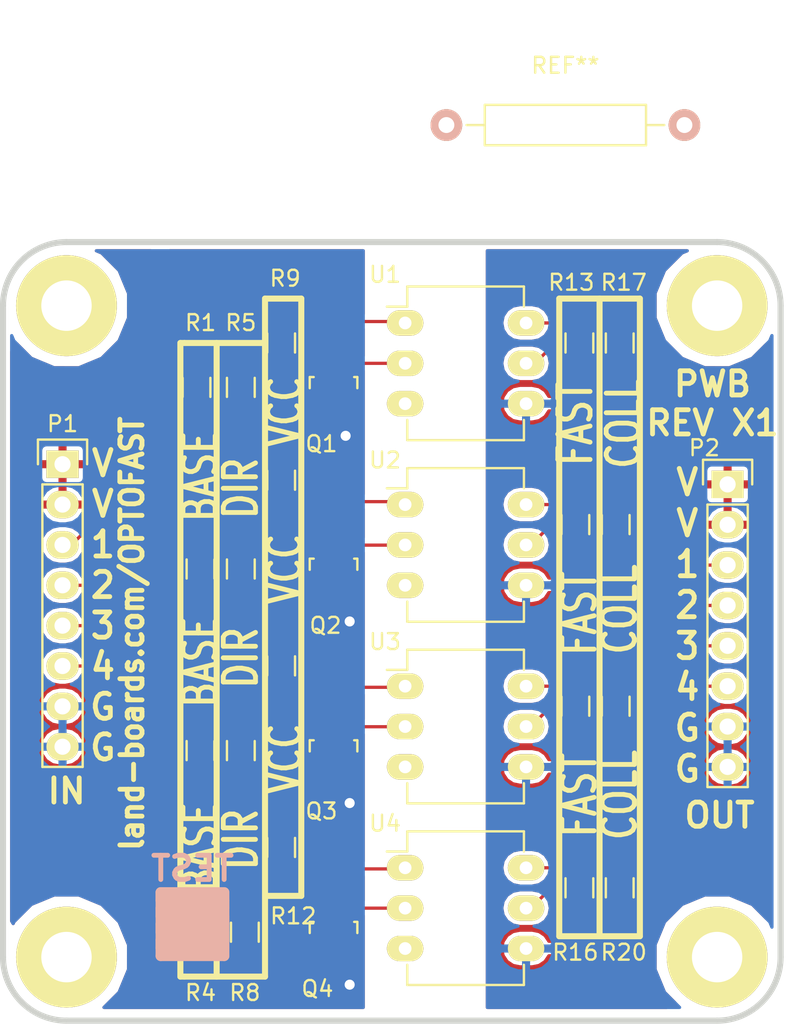
<source format=kicad_pcb>
(kicad_pcb (version 4) (host pcbnew 4.0.1-stable)

  (general
    (links 60)
    (no_connects 0)
    (area -6.203543 -2.858 53.073172 49.222501)
    (thickness 1.6002)
    (drawings 47)
    (tracks 148)
    (zones 0)
    (modules 38)
    (nets 29)
  )

  (page A4)
  (layers
    (0 Front signal)
    (31 Back signal)
    (36 B.SilkS user)
    (37 F.SilkS user)
    (38 B.Mask user)
    (39 F.Mask user)
    (40 Dwgs.User user)
    (41 Cmts.User user)
    (44 Edge.Cuts user)
  )

  (setup
    (last_trace_width 0.2032)
    (user_trace_width 0.635)
    (trace_clearance 0.254)
    (zone_clearance 0.254)
    (zone_45_only no)
    (trace_min 0.2032)
    (segment_width 0.381)
    (edge_width 0.381)
    (via_size 0.889)
    (via_drill 0.635)
    (via_min_size 0.889)
    (via_min_drill 0.508)
    (uvia_size 0.508)
    (uvia_drill 0.127)
    (uvias_allowed no)
    (uvia_min_size 0.508)
    (uvia_min_drill 0.127)
    (pcb_text_width 0.3048)
    (pcb_text_size 1.524 2.032)
    (mod_edge_width 0.381)
    (mod_text_size 1.27 1.27)
    (mod_text_width 0.254)
    (pad_size 1.6764 1.6764)
    (pad_drill 0.8128)
    (pad_to_mask_clearance 0.254)
    (aux_axis_origin 0 0)
    (visible_elements 7FFFFF7F)
    (pcbplotparams
      (layerselection 0x010f0_80000001)
      (usegerberextensions true)
      (excludeedgelayer true)
      (linewidth 0.150000)
      (plotframeref false)
      (viasonmask false)
      (mode 1)
      (useauxorigin false)
      (hpglpennumber 1)
      (hpglpenspeed 20)
      (hpglpendiameter 15)
      (hpglpenoverlay 0)
      (psnegative false)
      (psa4output false)
      (plotreference true)
      (plotvalue false)
      (plotinvisibletext false)
      (padsonsilk false)
      (subtractmaskfromsilk false)
      (outputformat 1)
      (mirror false)
      (drillshape 0)
      (scaleselection 1)
      (outputdirectory plots/))
  )

  (net 0 "")
  (net 1 /OptoBlk1/VCC1)
  (net 2 /OptoBlk1/IN1)
  (net 3 /OptoBlk1/OUT)
  (net 4 /OptoBlk1/GND1)
  (net 5 /OptoBlk2/IN1)
  (net 6 /OptoBlk3/IN1)
  (net 7 /OptoBlk4/IN1)
  (net 8 /OptoBlk2/OUT)
  (net 9 /OptoBlk3/OUT)
  (net 10 /OptoBlk4/OUT)
  (net 11 /OptoBlk1/VCC2)
  (net 12 /OptoBlk1/GND2)
  (net 13 "Net-(Q1-Pad1)")
  (net 14 "Net-(Q1-Pad3)")
  (net 15 "Net-(Q2-Pad1)")
  (net 16 "Net-(Q2-Pad3)")
  (net 17 "Net-(Q3-Pad1)")
  (net 18 "Net-(Q3-Pad3)")
  (net 19 "Net-(Q4-Pad1)")
  (net 20 "Net-(Q4-Pad3)")
  (net 21 "Net-(R11-Pad2)")
  (net 22 "Net-(R13-Pad1)")
  (net 23 "Net-(R14-Pad1)")
  (net 24 "Net-(R15-Pad1)")
  (net 25 "Net-(R16-Pad1)")
  (net 26 "Net-(R9-Pad2)")
  (net 27 "Net-(R10-Pad2)")
  (net 28 "Net-(R12-Pad2)")

  (net_class Default "This is the default net class."
    (clearance 0.254)
    (trace_width 0.2032)
    (via_dia 0.889)
    (via_drill 0.635)
    (uvia_dia 0.508)
    (uvia_drill 0.127)
    (add_net /OptoBlk1/GND1)
    (add_net /OptoBlk1/GND2)
    (add_net /OptoBlk1/IN1)
    (add_net /OptoBlk1/OUT)
    (add_net /OptoBlk1/VCC1)
    (add_net /OptoBlk1/VCC2)
    (add_net /OptoBlk2/IN1)
    (add_net /OptoBlk2/OUT)
    (add_net /OptoBlk3/IN1)
    (add_net /OptoBlk3/OUT)
    (add_net /OptoBlk4/IN1)
    (add_net /OptoBlk4/OUT)
    (add_net "Net-(Q1-Pad1)")
    (add_net "Net-(Q1-Pad3)")
    (add_net "Net-(Q2-Pad1)")
    (add_net "Net-(Q2-Pad3)")
    (add_net "Net-(Q3-Pad1)")
    (add_net "Net-(Q3-Pad3)")
    (add_net "Net-(Q4-Pad1)")
    (add_net "Net-(Q4-Pad3)")
    (add_net "Net-(R10-Pad2)")
    (add_net "Net-(R11-Pad2)")
    (add_net "Net-(R12-Pad2)")
    (add_net "Net-(R13-Pad1)")
    (add_net "Net-(R14-Pad1)")
    (add_net "Net-(R15-Pad1)")
    (add_net "Net-(R16-Pad1)")
    (add_net "Net-(R9-Pad2)")
  )

  (module FIDUCIAL (layer Front) (tedit 518BF783) (tstamp 557AF8C2)
    (at 45.406 39.38)
    (path /537A5EE1)
    (fp_text reference FID1 (at 0 2.3495) (layer F.SilkS) hide
      (effects (font (size 1.016 1.016) (thickness 0.2032)))
    )
    (fp_text value ADAFRUIT_FIDUCIAL (at 0.127 -2.794) (layer F.SilkS) hide
      (effects (font (size 1.016 1.016) (thickness 0.2032)))
    )
    (pad 1 smd circle (at 0 0) (size 1 1) (layers Front F.Mask)
      (solder_mask_margin 1) (clearance 1))
  )

  (module FIDUCIAL (layer Front) (tedit 518BF783) (tstamp 557AF8C7)
    (at 9.906 2.032)
    (path /537A5ED2)
    (fp_text reference FID2 (at 0 2.3495) (layer F.SilkS) hide
      (effects (font (size 1.016 1.016) (thickness 0.2032)))
    )
    (fp_text value ADAFRUIT_FIDUCIAL (at 0.127 -2.794) (layer F.SilkS) hide
      (effects (font (size 1.016 1.016) (thickness 0.2032)))
    )
    (pad 1 smd circle (at 0 0) (size 1 1) (layers Front F.Mask)
      (solder_mask_margin 1) (clearance 1))
  )

  (module Resistors_SMD:R_0805_HandSoldering (layer Front) (tedit 58580B9E) (tstamp 557B0568)
    (at 12.192 9.144 270)
    (descr "Resistor SMD 0805, hand soldering")
    (tags "resistor 0805")
    (path /557B9C27/557B9EBF)
    (attr smd)
    (fp_text reference R1 (at -4.064 -0.254 360) (layer F.SilkS)
      (effects (font (size 1 1) (thickness 0.15)))
    )
    (fp_text value 10K (at 0 2.1 270) (layer F.SilkS) hide
      (effects (font (size 1 1) (thickness 0.15)))
    )
    (fp_line (start -2.4 -1) (end 2.4 -1) (layer F.CrtYd) (width 0.05))
    (fp_line (start -2.4 1) (end 2.4 1) (layer F.CrtYd) (width 0.05))
    (fp_line (start -2.4 -1) (end -2.4 1) (layer F.CrtYd) (width 0.05))
    (fp_line (start 2.4 -1) (end 2.4 1) (layer F.CrtYd) (width 0.05))
    (fp_line (start 0.6 0.875) (end -0.6 0.875) (layer F.SilkS) (width 0.15))
    (fp_line (start -0.6 -0.875) (end 0.6 -0.875) (layer F.SilkS) (width 0.15))
    (pad 1 smd rect (at -1.35 0 270) (size 1.5 1.3) (layers Front F.Mask)
      (net 2 /OptoBlk1/IN1))
    (pad 2 smd rect (at 1.35 0 270) (size 1.5 1.3) (layers Front F.Mask)
      (net 13 "Net-(Q1-Pad1)"))
    (model Resistors_SMD.3dshapes/R_0805_HandSoldering.wrl
      (at (xyz 0 0 0))
      (scale (xyz 1 1 1))
      (rotate (xyz 0 0 0))
    )
  )

  (module Resistors_SMD:R_0805_HandSoldering (layer Front) (tedit 58580B96) (tstamp 557B0573)
    (at 17.526 6.35 90)
    (descr "Resistor SMD 0805, hand soldering")
    (tags "resistor 0805")
    (path /557B9C27/557B9EB0)
    (attr smd)
    (fp_text reference R9 (at 4.064 0.254 180) (layer F.SilkS)
      (effects (font (size 1 1) (thickness 0.15)))
    )
    (fp_text value 330 (at 0 2.1 90) (layer F.SilkS) hide
      (effects (font (size 1 1) (thickness 0.15)))
    )
    (fp_line (start -2.4 -1) (end 2.4 -1) (layer F.CrtYd) (width 0.05))
    (fp_line (start -2.4 1) (end 2.4 1) (layer F.CrtYd) (width 0.05))
    (fp_line (start -2.4 -1) (end -2.4 1) (layer F.CrtYd) (width 0.05))
    (fp_line (start 2.4 -1) (end 2.4 1) (layer F.CrtYd) (width 0.05))
    (fp_line (start 0.6 0.875) (end -0.6 0.875) (layer F.SilkS) (width 0.15))
    (fp_line (start -0.6 -0.875) (end 0.6 -0.875) (layer F.SilkS) (width 0.15))
    (pad 1 smd rect (at -1.35 0 90) (size 1.5 1.3) (layers Front F.Mask)
      (net 1 /OptoBlk1/VCC1))
    (pad 2 smd rect (at 1.35 0 90) (size 1.5 1.3) (layers Front F.Mask)
      (net 26 "Net-(R9-Pad2)"))
    (model Resistors_SMD.3dshapes/R_0805_HandSoldering.wrl
      (at (xyz 0 0 0))
      (scale (xyz 1 1 1))
      (rotate (xyz 0 0 0))
    )
  )

  (module Resistors_SMD:R_0805_HandSoldering (layer Front) (tedit 58580C2E) (tstamp 557B057E)
    (at 38.862 6.35 90)
    (descr "Resistor SMD 0805, hand soldering")
    (tags "resistor 0805")
    (path /557B9C27/557B9F95)
    (attr smd)
    (fp_text reference R17 (at 3.81 0.254 180) (layer F.SilkS)
      (effects (font (size 1 1) (thickness 0.15)))
    )
    (fp_text value 4.7K (at 0 2.1 90) (layer F.SilkS) hide
      (effects (font (size 1 1) (thickness 0.15)))
    )
    (fp_line (start -2.4 -1) (end 2.4 -1) (layer F.CrtYd) (width 0.05))
    (fp_line (start -2.4 1) (end 2.4 1) (layer F.CrtYd) (width 0.05))
    (fp_line (start -2.4 -1) (end -2.4 1) (layer F.CrtYd) (width 0.05))
    (fp_line (start 2.4 -1) (end 2.4 1) (layer F.CrtYd) (width 0.05))
    (fp_line (start 0.6 0.875) (end -0.6 0.875) (layer F.SilkS) (width 0.15))
    (fp_line (start -0.6 -0.875) (end 0.6 -0.875) (layer F.SilkS) (width 0.15))
    (pad 1 smd rect (at -1.35 0 90) (size 1.5 1.3) (layers Front F.Mask)
      (net 3 /OptoBlk1/OUT))
    (pad 2 smd rect (at 1.35 0 90) (size 1.5 1.3) (layers Front F.Mask)
      (net 11 /OptoBlk1/VCC2))
    (model Resistors_SMD.3dshapes/R_0805_HandSoldering.wrl
      (at (xyz 0 0 0))
      (scale (xyz 1 1 1))
      (rotate (xyz 0 0 0))
    )
  )

  (module Resistors_SMD:R_0805_HandSoldering (layer Front) (tedit 58580BA4) (tstamp 557B0589)
    (at 12.446 20.574 270)
    (descr "Resistor SMD 0805, hand soldering")
    (tags "resistor 0805")
    (path /557BCF63/557B9EBF)
    (attr smd)
    (fp_text reference R2 (at -1.524 2.286 270) (layer F.SilkS) hide
      (effects (font (size 1 1) (thickness 0.15)))
    )
    (fp_text value 10K (at 0 2.1 270) (layer F.SilkS) hide
      (effects (font (size 1 1) (thickness 0.15)))
    )
    (fp_line (start -2.4 -1) (end 2.4 -1) (layer F.CrtYd) (width 0.05))
    (fp_line (start -2.4 1) (end 2.4 1) (layer F.CrtYd) (width 0.05))
    (fp_line (start -2.4 -1) (end -2.4 1) (layer F.CrtYd) (width 0.05))
    (fp_line (start 2.4 -1) (end 2.4 1) (layer F.CrtYd) (width 0.05))
    (fp_line (start 0.6 0.875) (end -0.6 0.875) (layer F.SilkS) (width 0.15))
    (fp_line (start -0.6 -0.875) (end 0.6 -0.875) (layer F.SilkS) (width 0.15))
    (pad 1 smd rect (at -1.35 0 270) (size 1.5 1.3) (layers Front F.Mask)
      (net 5 /OptoBlk2/IN1))
    (pad 2 smd rect (at 1.35 0 270) (size 1.5 1.3) (layers Front F.Mask)
      (net 15 "Net-(Q2-Pad1)"))
    (model Resistors_SMD.3dshapes/R_0805_HandSoldering.wrl
      (at (xyz 0 0 0))
      (scale (xyz 1 1 1))
      (rotate (xyz 0 0 0))
    )
  )

  (module Resistors_SMD:R_0805_HandSoldering (layer Front) (tedit 58580BBE) (tstamp 557B0594)
    (at 17.526 14.986 270)
    (descr "Resistor SMD 0805, hand soldering")
    (tags "resistor 0805")
    (path /557BCF63/557B9EB0)
    (attr smd)
    (fp_text reference R10 (at 0 -2.286 270) (layer F.SilkS) hide
      (effects (font (size 1 1) (thickness 0.15)))
    )
    (fp_text value 330 (at 0 2.1 270) (layer F.SilkS) hide
      (effects (font (size 1 1) (thickness 0.15)))
    )
    (fp_line (start -2.4 -1) (end 2.4 -1) (layer F.CrtYd) (width 0.05))
    (fp_line (start -2.4 1) (end 2.4 1) (layer F.CrtYd) (width 0.05))
    (fp_line (start -2.4 -1) (end -2.4 1) (layer F.CrtYd) (width 0.05))
    (fp_line (start 2.4 -1) (end 2.4 1) (layer F.CrtYd) (width 0.05))
    (fp_line (start 0.6 0.875) (end -0.6 0.875) (layer F.SilkS) (width 0.15))
    (fp_line (start -0.6 -0.875) (end 0.6 -0.875) (layer F.SilkS) (width 0.15))
    (pad 1 smd rect (at -1.35 0 270) (size 1.5 1.3) (layers Front F.Mask)
      (net 1 /OptoBlk1/VCC1))
    (pad 2 smd rect (at 1.35 0 270) (size 1.5 1.3) (layers Front F.Mask)
      (net 27 "Net-(R10-Pad2)"))
    (model Resistors_SMD.3dshapes/R_0805_HandSoldering.wrl
      (at (xyz 0 0 0))
      (scale (xyz 1 1 1))
      (rotate (xyz 0 0 0))
    )
  )

  (module Resistors_SMD:R_0805_HandSoldering (layer Front) (tedit 58580C34) (tstamp 557B059F)
    (at 38.608 17.78 90)
    (descr "Resistor SMD 0805, hand soldering")
    (tags "resistor 0805")
    (path /557BCF63/557B9F95)
    (attr smd)
    (fp_text reference R18 (at 3.048 0.254 180) (layer F.SilkS) hide
      (effects (font (size 1 1) (thickness 0.15)))
    )
    (fp_text value 4.7K (at 0 2.1 90) (layer F.SilkS) hide
      (effects (font (size 1 1) (thickness 0.15)))
    )
    (fp_line (start -2.4 -1) (end 2.4 -1) (layer F.CrtYd) (width 0.05))
    (fp_line (start -2.4 1) (end 2.4 1) (layer F.CrtYd) (width 0.05))
    (fp_line (start -2.4 -1) (end -2.4 1) (layer F.CrtYd) (width 0.05))
    (fp_line (start 2.4 -1) (end 2.4 1) (layer F.CrtYd) (width 0.05))
    (fp_line (start 0.6 0.875) (end -0.6 0.875) (layer F.SilkS) (width 0.15))
    (fp_line (start -0.6 -0.875) (end 0.6 -0.875) (layer F.SilkS) (width 0.15))
    (pad 1 smd rect (at -1.35 0 90) (size 1.5 1.3) (layers Front F.Mask)
      (net 8 /OptoBlk2/OUT))
    (pad 2 smd rect (at 1.35 0 90) (size 1.5 1.3) (layers Front F.Mask)
      (net 11 /OptoBlk1/VCC2))
    (model Resistors_SMD.3dshapes/R_0805_HandSoldering.wrl
      (at (xyz 0 0 0))
      (scale (xyz 1 1 1))
      (rotate (xyz 0 0 0))
    )
  )

  (module Resistors_SMD:R_0805_HandSoldering (layer Front) (tedit 58580BA7) (tstamp 557B05AA)
    (at 12.446 32.004 270)
    (descr "Resistor SMD 0805, hand soldering")
    (tags "resistor 0805")
    (path /557BD8A1/557B9EBF)
    (attr smd)
    (fp_text reference R3 (at 0.254 2.286 270) (layer F.SilkS) hide
      (effects (font (size 1 1) (thickness 0.15)))
    )
    (fp_text value 10K (at 0 2.1 270) (layer F.SilkS) hide
      (effects (font (size 1 1) (thickness 0.15)))
    )
    (fp_line (start -2.4 -1) (end 2.4 -1) (layer F.CrtYd) (width 0.05))
    (fp_line (start -2.4 1) (end 2.4 1) (layer F.CrtYd) (width 0.05))
    (fp_line (start -2.4 -1) (end -2.4 1) (layer F.CrtYd) (width 0.05))
    (fp_line (start 2.4 -1) (end 2.4 1) (layer F.CrtYd) (width 0.05))
    (fp_line (start 0.6 0.875) (end -0.6 0.875) (layer F.SilkS) (width 0.15))
    (fp_line (start -0.6 -0.875) (end 0.6 -0.875) (layer F.SilkS) (width 0.15))
    (pad 1 smd rect (at -1.35 0 270) (size 1.5 1.3) (layers Front F.Mask)
      (net 6 /OptoBlk3/IN1))
    (pad 2 smd rect (at 1.35 0 270) (size 1.5 1.3) (layers Front F.Mask)
      (net 17 "Net-(Q3-Pad1)"))
    (model Resistors_SMD.3dshapes/R_0805_HandSoldering.wrl
      (at (xyz 0 0 0))
      (scale (xyz 1 1 1))
      (rotate (xyz 0 0 0))
    )
  )

  (module Resistors_SMD:R_0805_HandSoldering (layer Front) (tedit 58580BBB) (tstamp 557B05B5)
    (at 17.526 26.67 270)
    (descr "Resistor SMD 0805, hand soldering")
    (tags "resistor 0805")
    (path /557BD8A1/557B9EB0)
    (attr smd)
    (fp_text reference R11 (at 0 -2.286 270) (layer F.SilkS) hide
      (effects (font (size 1 1) (thickness 0.15)))
    )
    (fp_text value 330 (at 0 2.1 270) (layer F.SilkS) hide
      (effects (font (size 1 1) (thickness 0.15)))
    )
    (fp_line (start -2.4 -1) (end 2.4 -1) (layer F.CrtYd) (width 0.05))
    (fp_line (start -2.4 1) (end 2.4 1) (layer F.CrtYd) (width 0.05))
    (fp_line (start -2.4 -1) (end -2.4 1) (layer F.CrtYd) (width 0.05))
    (fp_line (start 2.4 -1) (end 2.4 1) (layer F.CrtYd) (width 0.05))
    (fp_line (start 0.6 0.875) (end -0.6 0.875) (layer F.SilkS) (width 0.15))
    (fp_line (start -0.6 -0.875) (end 0.6 -0.875) (layer F.SilkS) (width 0.15))
    (pad 1 smd rect (at -1.35 0 270) (size 1.5 1.3) (layers Front F.Mask)
      (net 1 /OptoBlk1/VCC1))
    (pad 2 smd rect (at 1.35 0 270) (size 1.5 1.3) (layers Front F.Mask)
      (net 21 "Net-(R11-Pad2)"))
    (model Resistors_SMD.3dshapes/R_0805_HandSoldering.wrl
      (at (xyz 0 0 0))
      (scale (xyz 1 1 1))
      (rotate (xyz 0 0 0))
    )
  )

  (module Resistors_SMD:R_0805_HandSoldering (layer Front) (tedit 58580C3A) (tstamp 557B05C0)
    (at 38.608 29.21 90)
    (descr "Resistor SMD 0805, hand soldering")
    (tags "resistor 0805")
    (path /557BD8A1/557B9F95)
    (attr smd)
    (fp_text reference R19 (at 3.048 0.254 180) (layer F.SilkS) hide
      (effects (font (size 1 1) (thickness 0.15)))
    )
    (fp_text value 4.7K (at 0 2.1 90) (layer F.SilkS) hide
      (effects (font (size 1 1) (thickness 0.15)))
    )
    (fp_line (start -2.4 -1) (end 2.4 -1) (layer F.CrtYd) (width 0.05))
    (fp_line (start -2.4 1) (end 2.4 1) (layer F.CrtYd) (width 0.05))
    (fp_line (start -2.4 -1) (end -2.4 1) (layer F.CrtYd) (width 0.05))
    (fp_line (start 2.4 -1) (end 2.4 1) (layer F.CrtYd) (width 0.05))
    (fp_line (start 0.6 0.875) (end -0.6 0.875) (layer F.SilkS) (width 0.15))
    (fp_line (start -0.6 -0.875) (end 0.6 -0.875) (layer F.SilkS) (width 0.15))
    (pad 1 smd rect (at -1.35 0 90) (size 1.5 1.3) (layers Front F.Mask)
      (net 9 /OptoBlk3/OUT))
    (pad 2 smd rect (at 1.35 0 90) (size 1.5 1.3) (layers Front F.Mask)
      (net 11 /OptoBlk1/VCC2))
    (model Resistors_SMD.3dshapes/R_0805_HandSoldering.wrl
      (at (xyz 0 0 0))
      (scale (xyz 1 1 1))
      (rotate (xyz 0 0 0))
    )
  )

  (module Resistors_SMD:R_0805_HandSoldering (layer Front) (tedit 58580BB0) (tstamp 557B05CB)
    (at 12.446 43.434 270)
    (descr "Resistor SMD 0805, hand soldering")
    (tags "resistor 0805")
    (path /557BD8A9/557B9EBF)
    (attr smd)
    (fp_text reference R4 (at 3.81 0 360) (layer F.SilkS)
      (effects (font (size 1 1) (thickness 0.15)))
    )
    (fp_text value 10K (at 0 2.1 270) (layer F.SilkS) hide
      (effects (font (size 1 1) (thickness 0.15)))
    )
    (fp_line (start -2.4 -1) (end 2.4 -1) (layer F.CrtYd) (width 0.05))
    (fp_line (start -2.4 1) (end 2.4 1) (layer F.CrtYd) (width 0.05))
    (fp_line (start -2.4 -1) (end -2.4 1) (layer F.CrtYd) (width 0.05))
    (fp_line (start 2.4 -1) (end 2.4 1) (layer F.CrtYd) (width 0.05))
    (fp_line (start 0.6 0.875) (end -0.6 0.875) (layer F.SilkS) (width 0.15))
    (fp_line (start -0.6 -0.875) (end 0.6 -0.875) (layer F.SilkS) (width 0.15))
    (pad 1 smd rect (at -1.35 0 270) (size 1.5 1.3) (layers Front F.Mask)
      (net 7 /OptoBlk4/IN1))
    (pad 2 smd rect (at 1.35 0 270) (size 1.5 1.3) (layers Front F.Mask)
      (net 19 "Net-(Q4-Pad1)"))
    (model Resistors_SMD.3dshapes/R_0805_HandSoldering.wrl
      (at (xyz 0 0 0))
      (scale (xyz 1 1 1))
      (rotate (xyz 0 0 0))
    )
  )

  (module Resistors_SMD:R_0805_HandSoldering (layer Front) (tedit 58580C79) (tstamp 557B05D6)
    (at 17.526 38.1 270)
    (descr "Resistor SMD 0805, hand soldering")
    (tags "resistor 0805")
    (path /557BD8A9/557B9EB0)
    (attr smd)
    (fp_text reference R12 (at 4.318 -0.762 540) (layer F.SilkS)
      (effects (font (size 1 1) (thickness 0.15)))
    )
    (fp_text value 330 (at 0 2.1 270) (layer F.SilkS) hide
      (effects (font (size 1 1) (thickness 0.15)))
    )
    (fp_line (start -2.4 -1) (end 2.4 -1) (layer F.CrtYd) (width 0.05))
    (fp_line (start -2.4 1) (end 2.4 1) (layer F.CrtYd) (width 0.05))
    (fp_line (start -2.4 -1) (end -2.4 1) (layer F.CrtYd) (width 0.05))
    (fp_line (start 2.4 -1) (end 2.4 1) (layer F.CrtYd) (width 0.05))
    (fp_line (start 0.6 0.875) (end -0.6 0.875) (layer F.SilkS) (width 0.15))
    (fp_line (start -0.6 -0.875) (end 0.6 -0.875) (layer F.SilkS) (width 0.15))
    (pad 1 smd rect (at -1.35 0 270) (size 1.5 1.3) (layers Front F.Mask)
      (net 1 /OptoBlk1/VCC1))
    (pad 2 smd rect (at 1.35 0 270) (size 1.5 1.3) (layers Front F.Mask)
      (net 28 "Net-(R12-Pad2)"))
    (model Resistors_SMD.3dshapes/R_0805_HandSoldering.wrl
      (at (xyz 0 0 0))
      (scale (xyz 1 1 1))
      (rotate (xyz 0 0 0))
    )
  )

  (module Resistors_SMD:R_0805_HandSoldering (layer Front) (tedit 58580C3F) (tstamp 557B05E1)
    (at 38.862 40.64 90)
    (descr "Resistor SMD 0805, hand soldering")
    (tags "resistor 0805")
    (path /557BD8A9/557B9F95)
    (attr smd)
    (fp_text reference R20 (at -4.064 0.254 180) (layer F.SilkS)
      (effects (font (size 1 1) (thickness 0.15)))
    )
    (fp_text value 4.7K (at 0 2.1 90) (layer F.SilkS) hide
      (effects (font (size 1 1) (thickness 0.15)))
    )
    (fp_line (start -2.4 -1) (end 2.4 -1) (layer F.CrtYd) (width 0.05))
    (fp_line (start -2.4 1) (end 2.4 1) (layer F.CrtYd) (width 0.05))
    (fp_line (start -2.4 -1) (end -2.4 1) (layer F.CrtYd) (width 0.05))
    (fp_line (start 2.4 -1) (end 2.4 1) (layer F.CrtYd) (width 0.05))
    (fp_line (start 0.6 0.875) (end -0.6 0.875) (layer F.SilkS) (width 0.15))
    (fp_line (start -0.6 -0.875) (end 0.6 -0.875) (layer F.SilkS) (width 0.15))
    (pad 1 smd rect (at -1.35 0 90) (size 1.5 1.3) (layers Front F.Mask)
      (net 10 /OptoBlk4/OUT))
    (pad 2 smd rect (at 1.35 0 90) (size 1.5 1.3) (layers Front F.Mask)
      (net 11 /OptoBlk1/VCC2))
    (model Resistors_SMD.3dshapes/R_0805_HandSoldering.wrl
      (at (xyz 0 0 0))
      (scale (xyz 1 1 1))
      (rotate (xyz 0 0 0))
    )
  )

  (module Housings_DIP:DIP-6_W7.62mm_LongPads (layer Front) (tedit 557B0961) (tstamp 557B0684)
    (at 25.34 5.09)
    (descr "6-lead dip package, row spacing 7.62 mm (300 mils), longer pads")
    (tags "dil dip 2.54 300")
    (path /557B9C27/557B9EA9)
    (fp_text reference U1 (at -1.27 -3.048) (layer F.SilkS)
      (effects (font (size 1 1) (thickness 0.15)))
    )
    (fp_text value 4N26 (at 0 -3.72) (layer F.SilkS) hide
      (effects (font (size 1 1) (thickness 0.15)))
    )
    (fp_line (start -1.4 -2.45) (end -1.4 7.55) (layer F.CrtYd) (width 0.05))
    (fp_line (start 9 -2.45) (end 9 7.55) (layer F.CrtYd) (width 0.05))
    (fp_line (start -1.4 -2.45) (end 9 -2.45) (layer F.CrtYd) (width 0.05))
    (fp_line (start -1.4 7.55) (end 9 7.55) (layer F.CrtYd) (width 0.05))
    (fp_line (start 0.135 -2.295) (end 0.135 -1.025) (layer F.SilkS) (width 0.15))
    (fp_line (start 7.485 -2.295) (end 7.485 -1.025) (layer F.SilkS) (width 0.15))
    (fp_line (start 7.485 7.375) (end 7.485 6.105) (layer F.SilkS) (width 0.15))
    (fp_line (start 0.135 7.375) (end 0.135 6.105) (layer F.SilkS) (width 0.15))
    (fp_line (start 0.135 -2.295) (end 7.485 -2.295) (layer F.SilkS) (width 0.15))
    (fp_line (start 0.135 7.375) (end 7.485 7.375) (layer F.SilkS) (width 0.15))
    (fp_line (start 0.135 -1.025) (end -1.15 -1.025) (layer F.SilkS) (width 0.15))
    (pad 1 thru_hole oval (at 0 0) (size 2.3 1.6) (drill 0.8) (layers *.Cu *.Mask F.SilkS)
      (net 26 "Net-(R9-Pad2)"))
    (pad 2 thru_hole oval (at 0 2.54) (size 2.3 1.6) (drill 0.8) (layers *.Cu *.Mask F.SilkS)
      (net 14 "Net-(Q1-Pad3)"))
    (pad 3 thru_hole oval (at 0 5.08) (size 2.3 1.6) (drill 0.8) (layers *.Cu *.Mask F.SilkS))
    (pad 4 thru_hole oval (at 7.62 5.08) (size 2.3 1.6) (drill 0.8) (layers *.Cu *.Mask F.SilkS)
      (net 12 /OptoBlk1/GND2))
    (pad 5 thru_hole oval (at 7.62 2.54) (size 2.3 1.6) (drill 0.8) (layers *.Cu *.Mask F.SilkS)
      (net 3 /OptoBlk1/OUT))
    (pad 6 thru_hole oval (at 7.62 0) (size 2.3 1.6) (drill 0.8) (layers *.Cu *.Mask F.SilkS)
      (net 22 "Net-(R13-Pad1)"))
    (model Housings_DIP.3dshapes/DIP-6_W7.62mm_LongPads.wrl
      (at (xyz 0 0 0))
      (scale (xyz 1 1 1))
      (rotate (xyz 0 0 0))
    )
  )

  (module Housings_DIP:DIP-6_W7.62mm_LongPads (layer Front) (tedit 557B0969) (tstamp 557B0699)
    (at 25.34 16.52)
    (descr "6-lead dip package, row spacing 7.62 mm (300 mils), longer pads")
    (tags "dil dip 2.54 300")
    (path /557BCF63/557B9EA9)
    (fp_text reference U2 (at -1.27 -2.794) (layer F.SilkS)
      (effects (font (size 1 1) (thickness 0.15)))
    )
    (fp_text value 4N26 (at 0 -3.72) (layer F.SilkS) hide
      (effects (font (size 1 1) (thickness 0.15)))
    )
    (fp_line (start -1.4 -2.45) (end -1.4 7.55) (layer F.CrtYd) (width 0.05))
    (fp_line (start 9 -2.45) (end 9 7.55) (layer F.CrtYd) (width 0.05))
    (fp_line (start -1.4 -2.45) (end 9 -2.45) (layer F.CrtYd) (width 0.05))
    (fp_line (start -1.4 7.55) (end 9 7.55) (layer F.CrtYd) (width 0.05))
    (fp_line (start 0.135 -2.295) (end 0.135 -1.025) (layer F.SilkS) (width 0.15))
    (fp_line (start 7.485 -2.295) (end 7.485 -1.025) (layer F.SilkS) (width 0.15))
    (fp_line (start 7.485 7.375) (end 7.485 6.105) (layer F.SilkS) (width 0.15))
    (fp_line (start 0.135 7.375) (end 0.135 6.105) (layer F.SilkS) (width 0.15))
    (fp_line (start 0.135 -2.295) (end 7.485 -2.295) (layer F.SilkS) (width 0.15))
    (fp_line (start 0.135 7.375) (end 7.485 7.375) (layer F.SilkS) (width 0.15))
    (fp_line (start 0.135 -1.025) (end -1.15 -1.025) (layer F.SilkS) (width 0.15))
    (pad 1 thru_hole oval (at 0 0) (size 2.3 1.6) (drill 0.8) (layers *.Cu *.Mask F.SilkS)
      (net 27 "Net-(R10-Pad2)"))
    (pad 2 thru_hole oval (at 0 2.54) (size 2.3 1.6) (drill 0.8) (layers *.Cu *.Mask F.SilkS)
      (net 16 "Net-(Q2-Pad3)"))
    (pad 3 thru_hole oval (at 0 5.08) (size 2.3 1.6) (drill 0.8) (layers *.Cu *.Mask F.SilkS))
    (pad 4 thru_hole oval (at 7.62 5.08) (size 2.3 1.6) (drill 0.8) (layers *.Cu *.Mask F.SilkS)
      (net 12 /OptoBlk1/GND2))
    (pad 5 thru_hole oval (at 7.62 2.54) (size 2.3 1.6) (drill 0.8) (layers *.Cu *.Mask F.SilkS)
      (net 8 /OptoBlk2/OUT))
    (pad 6 thru_hole oval (at 7.62 0) (size 2.3 1.6) (drill 0.8) (layers *.Cu *.Mask F.SilkS)
      (net 23 "Net-(R14-Pad1)"))
    (model Housings_DIP.3dshapes/DIP-6_W7.62mm_LongPads.wrl
      (at (xyz 0 0 0))
      (scale (xyz 1 1 1))
      (rotate (xyz 0 0 0))
    )
  )

  (module Housings_DIP:DIP-6_W7.62mm_LongPads (layer Front) (tedit 557B0971) (tstamp 557B06AE)
    (at 25.34 27.95)
    (descr "6-lead dip package, row spacing 7.62 mm (300 mils), longer pads")
    (tags "dil dip 2.54 300")
    (path /557BD8A1/557B9EA9)
    (fp_text reference U3 (at -1.27 -2.794) (layer F.SilkS)
      (effects (font (size 1 1) (thickness 0.15)))
    )
    (fp_text value 4N26 (at 0 -3.72) (layer F.SilkS) hide
      (effects (font (size 1 1) (thickness 0.15)))
    )
    (fp_line (start -1.4 -2.45) (end -1.4 7.55) (layer F.CrtYd) (width 0.05))
    (fp_line (start 9 -2.45) (end 9 7.55) (layer F.CrtYd) (width 0.05))
    (fp_line (start -1.4 -2.45) (end 9 -2.45) (layer F.CrtYd) (width 0.05))
    (fp_line (start -1.4 7.55) (end 9 7.55) (layer F.CrtYd) (width 0.05))
    (fp_line (start 0.135 -2.295) (end 0.135 -1.025) (layer F.SilkS) (width 0.15))
    (fp_line (start 7.485 -2.295) (end 7.485 -1.025) (layer F.SilkS) (width 0.15))
    (fp_line (start 7.485 7.375) (end 7.485 6.105) (layer F.SilkS) (width 0.15))
    (fp_line (start 0.135 7.375) (end 0.135 6.105) (layer F.SilkS) (width 0.15))
    (fp_line (start 0.135 -2.295) (end 7.485 -2.295) (layer F.SilkS) (width 0.15))
    (fp_line (start 0.135 7.375) (end 7.485 7.375) (layer F.SilkS) (width 0.15))
    (fp_line (start 0.135 -1.025) (end -1.15 -1.025) (layer F.SilkS) (width 0.15))
    (pad 1 thru_hole oval (at 0 0) (size 2.3 1.6) (drill 0.8) (layers *.Cu *.Mask F.SilkS)
      (net 21 "Net-(R11-Pad2)"))
    (pad 2 thru_hole oval (at 0 2.54) (size 2.3 1.6) (drill 0.8) (layers *.Cu *.Mask F.SilkS)
      (net 18 "Net-(Q3-Pad3)"))
    (pad 3 thru_hole oval (at 0 5.08) (size 2.3 1.6) (drill 0.8) (layers *.Cu *.Mask F.SilkS))
    (pad 4 thru_hole oval (at 7.62 5.08) (size 2.3 1.6) (drill 0.8) (layers *.Cu *.Mask F.SilkS)
      (net 12 /OptoBlk1/GND2))
    (pad 5 thru_hole oval (at 7.62 2.54) (size 2.3 1.6) (drill 0.8) (layers *.Cu *.Mask F.SilkS)
      (net 9 /OptoBlk3/OUT))
    (pad 6 thru_hole oval (at 7.62 0) (size 2.3 1.6) (drill 0.8) (layers *.Cu *.Mask F.SilkS)
      (net 24 "Net-(R15-Pad1)"))
    (model Housings_DIP.3dshapes/DIP-6_W7.62mm_LongPads.wrl
      (at (xyz 0 0 0))
      (scale (xyz 1 1 1))
      (rotate (xyz 0 0 0))
    )
  )

  (module Housings_DIP:DIP-6_W7.62mm_LongPads (layer Front) (tedit 557B0978) (tstamp 557B06C3)
    (at 25.34 39.38)
    (descr "6-lead dip package, row spacing 7.62 mm (300 mils), longer pads")
    (tags "dil dip 2.54 300")
    (path /557BD8A9/557B9EA9)
    (fp_text reference U4 (at -1.27 -2.794) (layer F.SilkS)
      (effects (font (size 1 1) (thickness 0.15)))
    )
    (fp_text value 4N26 (at 0 -3.72) (layer F.SilkS) hide
      (effects (font (size 1 1) (thickness 0.15)))
    )
    (fp_line (start -1.4 -2.45) (end -1.4 7.55) (layer F.CrtYd) (width 0.05))
    (fp_line (start 9 -2.45) (end 9 7.55) (layer F.CrtYd) (width 0.05))
    (fp_line (start -1.4 -2.45) (end 9 -2.45) (layer F.CrtYd) (width 0.05))
    (fp_line (start -1.4 7.55) (end 9 7.55) (layer F.CrtYd) (width 0.05))
    (fp_line (start 0.135 -2.295) (end 0.135 -1.025) (layer F.SilkS) (width 0.15))
    (fp_line (start 7.485 -2.295) (end 7.485 -1.025) (layer F.SilkS) (width 0.15))
    (fp_line (start 7.485 7.375) (end 7.485 6.105) (layer F.SilkS) (width 0.15))
    (fp_line (start 0.135 7.375) (end 0.135 6.105) (layer F.SilkS) (width 0.15))
    (fp_line (start 0.135 -2.295) (end 7.485 -2.295) (layer F.SilkS) (width 0.15))
    (fp_line (start 0.135 7.375) (end 7.485 7.375) (layer F.SilkS) (width 0.15))
    (fp_line (start 0.135 -1.025) (end -1.15 -1.025) (layer F.SilkS) (width 0.15))
    (pad 1 thru_hole oval (at 0 0) (size 2.3 1.6) (drill 0.8) (layers *.Cu *.Mask F.SilkS)
      (net 28 "Net-(R12-Pad2)"))
    (pad 2 thru_hole oval (at 0 2.54) (size 2.3 1.6) (drill 0.8) (layers *.Cu *.Mask F.SilkS)
      (net 20 "Net-(Q4-Pad3)"))
    (pad 3 thru_hole oval (at 0 5.08) (size 2.3 1.6) (drill 0.8) (layers *.Cu *.Mask F.SilkS))
    (pad 4 thru_hole oval (at 7.62 5.08) (size 2.3 1.6) (drill 0.8) (layers *.Cu *.Mask F.SilkS)
      (net 12 /OptoBlk1/GND2))
    (pad 5 thru_hole oval (at 7.62 2.54) (size 2.3 1.6) (drill 0.8) (layers *.Cu *.Mask F.SilkS)
      (net 10 /OptoBlk4/OUT))
    (pad 6 thru_hole oval (at 7.62 0) (size 2.3 1.6) (drill 0.8) (layers *.Cu *.Mask F.SilkS)
      (net 25 "Net-(R16-Pad1)"))
    (model Housings_DIP.3dshapes/DIP-6_W7.62mm_LongPads.wrl
      (at (xyz 0 0 0))
      (scale (xyz 1 1 1))
      (rotate (xyz 0 0 0))
    )
  )

  (module Housings_SOT-23_SOT-143_TSOT-6:SOT-23_Handsoldering (layer Front) (tedit 5857F551) (tstamp 557B07F4)
    (at 20.828 9.144)
    (descr "SOT-23, Handsoldering")
    (tags SOT-23)
    (path /557B9C27/557F6DD0)
    (attr smd)
    (fp_text reference Q1 (at -0.762 3.556) (layer F.SilkS)
      (effects (font (size 1 1) (thickness 0.15)))
    )
    (fp_text value 2N3904 (at 0 3.81) (layer F.SilkS) hide
      (effects (font (size 1 1) (thickness 0.15)))
    )
    (fp_line (start -1.49982 0.0508) (end -1.49982 -0.65024) (layer F.SilkS) (width 0.15))
    (fp_line (start -1.49982 -0.65024) (end -1.2509 -0.65024) (layer F.SilkS) (width 0.15))
    (fp_line (start 1.29916 -0.65024) (end 1.49982 -0.65024) (layer F.SilkS) (width 0.15))
    (fp_line (start 1.49982 -0.65024) (end 1.49982 0.0508) (layer F.SilkS) (width 0.15))
    (pad 1 smd rect (at -0.95 1.50114) (size 0.8001 1.80086) (layers Front F.Mask)
      (net 13 "Net-(Q1-Pad1)"))
    (pad 2 smd rect (at 0.95 1.50114) (size 0.8001 1.80086) (layers Front F.Mask)
      (net 4 /OptoBlk1/GND1))
    (pad 3 smd rect (at 0 -1.50114) (size 0.8001 1.80086) (layers Front F.Mask)
      (net 14 "Net-(Q1-Pad3)"))
    (model Housings_SOT-23_SOT-143_TSOT-6.3dshapes/SOT-23_Handsoldering.wrl
      (at (xyz 0 0 0))
      (scale (xyz 1 1 1))
      (rotate (xyz 0 0 0))
    )
  )

  (module Housings_SOT-23_SOT-143_TSOT-6:SOT-23_Handsoldering (layer Front) (tedit 58580742) (tstamp 557B07FE)
    (at 20.828 20.574)
    (descr "SOT-23, Handsoldering")
    (tags SOT-23)
    (path /557BCF63/557F6DD0)
    (attr smd)
    (fp_text reference Q2 (at -0.508 3.556) (layer F.SilkS)
      (effects (font (size 1 1) (thickness 0.15)))
    )
    (fp_text value 2N3904 (at 0 3.81) (layer F.SilkS) hide
      (effects (font (size 1 1) (thickness 0.15)))
    )
    (fp_line (start -1.49982 0.0508) (end -1.49982 -0.65024) (layer F.SilkS) (width 0.15))
    (fp_line (start -1.49982 -0.65024) (end -1.2509 -0.65024) (layer F.SilkS) (width 0.15))
    (fp_line (start 1.29916 -0.65024) (end 1.49982 -0.65024) (layer F.SilkS) (width 0.15))
    (fp_line (start 1.49982 -0.65024) (end 1.49982 0.0508) (layer F.SilkS) (width 0.15))
    (pad 1 smd rect (at -0.95 1.50114) (size 0.8001 1.80086) (layers Front F.Mask)
      (net 15 "Net-(Q2-Pad1)"))
    (pad 2 smd rect (at 0.95 1.50114) (size 0.8001 1.80086) (layers Front F.Mask)
      (net 4 /OptoBlk1/GND1))
    (pad 3 smd rect (at 0 -1.50114) (size 0.8001 1.80086) (layers Front F.Mask)
      (net 16 "Net-(Q2-Pad3)"))
    (model Housings_SOT-23_SOT-143_TSOT-6.3dshapes/SOT-23_Handsoldering.wrl
      (at (xyz 0 0 0))
      (scale (xyz 1 1 1))
      (rotate (xyz 0 0 0))
    )
  )

  (module Housings_SOT-23_SOT-143_TSOT-6:SOT-23_Handsoldering (layer Front) (tedit 58580746) (tstamp 557B0808)
    (at 20.828 32.004)
    (descr "SOT-23, Handsoldering")
    (tags SOT-23)
    (path /557BD8A1/557F6DD0)
    (attr smd)
    (fp_text reference Q3 (at -0.762 3.81) (layer F.SilkS)
      (effects (font (size 1 1) (thickness 0.15)))
    )
    (fp_text value 2N3904 (at 0 3.81) (layer F.SilkS) hide
      (effects (font (size 1 1) (thickness 0.15)))
    )
    (fp_line (start -1.49982 0.0508) (end -1.49982 -0.65024) (layer F.SilkS) (width 0.15))
    (fp_line (start -1.49982 -0.65024) (end -1.2509 -0.65024) (layer F.SilkS) (width 0.15))
    (fp_line (start 1.29916 -0.65024) (end 1.49982 -0.65024) (layer F.SilkS) (width 0.15))
    (fp_line (start 1.49982 -0.65024) (end 1.49982 0.0508) (layer F.SilkS) (width 0.15))
    (pad 1 smd rect (at -0.95 1.50114) (size 0.8001 1.80086) (layers Front F.Mask)
      (net 17 "Net-(Q3-Pad1)"))
    (pad 2 smd rect (at 0.95 1.50114) (size 0.8001 1.80086) (layers Front F.Mask)
      (net 4 /OptoBlk1/GND1))
    (pad 3 smd rect (at 0 -1.50114) (size 0.8001 1.80086) (layers Front F.Mask)
      (net 18 "Net-(Q3-Pad3)"))
    (model Housings_SOT-23_SOT-143_TSOT-6.3dshapes/SOT-23_Handsoldering.wrl
      (at (xyz 0 0 0))
      (scale (xyz 1 1 1))
      (rotate (xyz 0 0 0))
    )
  )

  (module Housings_SOT-23_SOT-143_TSOT-6:SOT-23_Handsoldering (layer Front) (tedit 5858074C) (tstamp 557B0812)
    (at 20.828 43.434)
    (descr "SOT-23, Handsoldering")
    (tags SOT-23)
    (path /557BD8A9/557F6DD0)
    (attr smd)
    (fp_text reference Q4 (at -1.016 3.556) (layer F.SilkS)
      (effects (font (size 1 1) (thickness 0.15)))
    )
    (fp_text value 2N3904 (at 0 3.81) (layer F.SilkS) hide
      (effects (font (size 1 1) (thickness 0.15)))
    )
    (fp_line (start -1.49982 0.0508) (end -1.49982 -0.65024) (layer F.SilkS) (width 0.15))
    (fp_line (start -1.49982 -0.65024) (end -1.2509 -0.65024) (layer F.SilkS) (width 0.15))
    (fp_line (start 1.29916 -0.65024) (end 1.49982 -0.65024) (layer F.SilkS) (width 0.15))
    (fp_line (start 1.49982 -0.65024) (end 1.49982 0.0508) (layer F.SilkS) (width 0.15))
    (pad 1 smd rect (at -0.95 1.50114) (size 0.8001 1.80086) (layers Front F.Mask)
      (net 19 "Net-(Q4-Pad1)"))
    (pad 2 smd rect (at 0.95 1.50114) (size 0.8001 1.80086) (layers Front F.Mask)
      (net 4 /OptoBlk1/GND1))
    (pad 3 smd rect (at 0 -1.50114) (size 0.8001 1.80086) (layers Front F.Mask)
      (net 20 "Net-(Q4-Pad3)"))
    (model Housings_SOT-23_SOT-143_TSOT-6.3dshapes/SOT-23_Handsoldering.wrl
      (at (xyz 0 0 0))
      (scale (xyz 1 1 1))
      (rotate (xyz 0 0 0))
    )
  )

  (module Pin_Headers:Pin_Header_Straight_1x08 (layer Front) (tedit 557B0A32) (tstamp 557B0B22)
    (at 3.75 13.98)
    (descr "Through hole pin header")
    (tags "pin header")
    (path /557EBB19)
    (fp_text reference P1 (at 0 -2.54) (layer F.SilkS)
      (effects (font (size 1 1) (thickness 0.15)))
    )
    (fp_text value CONN_01X08 (at 0 -3.1) (layer F.SilkS) hide
      (effects (font (size 1 1) (thickness 0.15)))
    )
    (fp_line (start -1.75 -1.75) (end -1.75 19.55) (layer F.CrtYd) (width 0.05))
    (fp_line (start 1.75 -1.75) (end 1.75 19.55) (layer F.CrtYd) (width 0.05))
    (fp_line (start -1.75 -1.75) (end 1.75 -1.75) (layer F.CrtYd) (width 0.05))
    (fp_line (start -1.75 19.55) (end 1.75 19.55) (layer F.CrtYd) (width 0.05))
    (fp_line (start 1.27 1.27) (end 1.27 19.05) (layer F.SilkS) (width 0.15))
    (fp_line (start 1.27 19.05) (end -1.27 19.05) (layer F.SilkS) (width 0.15))
    (fp_line (start -1.27 19.05) (end -1.27 1.27) (layer F.SilkS) (width 0.15))
    (fp_line (start 1.55 -1.55) (end 1.55 0) (layer F.SilkS) (width 0.15))
    (fp_line (start 1.27 1.27) (end -1.27 1.27) (layer F.SilkS) (width 0.15))
    (fp_line (start -1.55 0) (end -1.55 -1.55) (layer F.SilkS) (width 0.15))
    (fp_line (start -1.55 -1.55) (end 1.55 -1.55) (layer F.SilkS) (width 0.15))
    (pad 1 thru_hole rect (at 0 0) (size 2.032 1.7272) (drill 1.016) (layers *.Cu *.Mask F.SilkS)
      (net 1 /OptoBlk1/VCC1))
    (pad 2 thru_hole oval (at 0 2.54) (size 2.032 1.7272) (drill 1.016) (layers *.Cu *.Mask F.SilkS)
      (net 1 /OptoBlk1/VCC1))
    (pad 3 thru_hole oval (at 0 5.08) (size 2.032 1.7272) (drill 1.016) (layers *.Cu *.Mask F.SilkS)
      (net 2 /OptoBlk1/IN1))
    (pad 4 thru_hole oval (at 0 7.62) (size 2.032 1.7272) (drill 1.016) (layers *.Cu *.Mask F.SilkS)
      (net 5 /OptoBlk2/IN1))
    (pad 5 thru_hole oval (at 0 10.16) (size 2.032 1.7272) (drill 1.016) (layers *.Cu *.Mask F.SilkS)
      (net 6 /OptoBlk3/IN1))
    (pad 6 thru_hole oval (at 0 12.7) (size 2.032 1.7272) (drill 1.016) (layers *.Cu *.Mask F.SilkS)
      (net 7 /OptoBlk4/IN1))
    (pad 7 thru_hole oval (at 0 15.24) (size 2.032 1.7272) (drill 1.016) (layers *.Cu *.Mask F.SilkS)
      (net 4 /OptoBlk1/GND1))
    (pad 8 thru_hole oval (at 0 17.78) (size 2.032 1.7272) (drill 1.016) (layers *.Cu *.Mask F.SilkS)
      (net 4 /OptoBlk1/GND1))
    (model Pin_Headers.3dshapes/Pin_Header_Straight_1x08.wrl
      (at (xyz 0 -0.35 0))
      (scale (xyz 1 1 1))
      (rotate (xyz 0 0 90))
    )
  )

  (module Pin_Headers:Pin_Header_Straight_1x08 (layer Front) (tedit 58580C25) (tstamp 557B0B38)
    (at 45.66 15.25)
    (descr "Through hole pin header")
    (tags "pin header")
    (path /557EC371)
    (fp_text reference P2 (at -1.464 -2.296) (layer F.SilkS)
      (effects (font (size 1 1) (thickness 0.15)))
    )
    (fp_text value CONN_01X08 (at 0 -3.1) (layer F.SilkS) hide
      (effects (font (size 1 1) (thickness 0.15)))
    )
    (fp_line (start -1.75 -1.75) (end -1.75 19.55) (layer F.CrtYd) (width 0.05))
    (fp_line (start 1.75 -1.75) (end 1.75 19.55) (layer F.CrtYd) (width 0.05))
    (fp_line (start -1.75 -1.75) (end 1.75 -1.75) (layer F.CrtYd) (width 0.05))
    (fp_line (start -1.75 19.55) (end 1.75 19.55) (layer F.CrtYd) (width 0.05))
    (fp_line (start 1.27 1.27) (end 1.27 19.05) (layer F.SilkS) (width 0.15))
    (fp_line (start 1.27 19.05) (end -1.27 19.05) (layer F.SilkS) (width 0.15))
    (fp_line (start -1.27 19.05) (end -1.27 1.27) (layer F.SilkS) (width 0.15))
    (fp_line (start 1.55 -1.55) (end 1.55 0) (layer F.SilkS) (width 0.15))
    (fp_line (start 1.27 1.27) (end -1.27 1.27) (layer F.SilkS) (width 0.15))
    (fp_line (start -1.55 0) (end -1.55 -1.55) (layer F.SilkS) (width 0.15))
    (fp_line (start -1.55 -1.55) (end 1.55 -1.55) (layer F.SilkS) (width 0.15))
    (pad 1 thru_hole rect (at 0 0) (size 2.032 1.7272) (drill 1.016) (layers *.Cu *.Mask F.SilkS)
      (net 11 /OptoBlk1/VCC2))
    (pad 2 thru_hole oval (at 0 2.54) (size 2.032 1.7272) (drill 1.016) (layers *.Cu *.Mask F.SilkS)
      (net 11 /OptoBlk1/VCC2))
    (pad 3 thru_hole oval (at 0 5.08) (size 2.032 1.7272) (drill 1.016) (layers *.Cu *.Mask F.SilkS)
      (net 3 /OptoBlk1/OUT))
    (pad 4 thru_hole oval (at 0 7.62) (size 2.032 1.7272) (drill 1.016) (layers *.Cu *.Mask F.SilkS)
      (net 8 /OptoBlk2/OUT))
    (pad 5 thru_hole oval (at 0 10.16) (size 2.032 1.7272) (drill 1.016) (layers *.Cu *.Mask F.SilkS)
      (net 9 /OptoBlk3/OUT))
    (pad 6 thru_hole oval (at 0 12.7) (size 2.032 1.7272) (drill 1.016) (layers *.Cu *.Mask F.SilkS)
      (net 10 /OptoBlk4/OUT))
    (pad 7 thru_hole oval (at 0 15.24) (size 2.032 1.7272) (drill 1.016) (layers *.Cu *.Mask F.SilkS)
      (net 12 /OptoBlk1/GND2))
    (pad 8 thru_hole oval (at 0 17.78) (size 2.032 1.7272) (drill 1.016) (layers *.Cu *.Mask F.SilkS)
      (net 12 /OptoBlk1/GND2))
    (model Pin_Headers.3dshapes/Pin_Header_Straight_1x08.wrl
      (at (xyz 0 -0.35 0))
      (scale (xyz 1 1 1))
      (rotate (xyz 0 0 90))
    )
  )

  (module MTG-4-40 (layer Front) (tedit 53F3AE25) (tstamp 557B0E94)
    (at 4 4)
    (path /537A5CA4)
    (clearance 0.635)
    (fp_text reference MTG1 (at -6.858 -0.635) (layer F.SilkS) hide
      (effects (font (thickness 0.3048)))
    )
    (fp_text value MTG_HOLE (at 0 -5.08) (layer F.SilkS) hide
      (effects (font (thickness 0.3048)))
    )
    (pad 1 thru_hole circle (at 0 0) (size 6.35 6.35) (drill 3.175) (layers *.Cu *.Mask F.SilkS))
  )

  (module MTG-4-40 (layer Front) (tedit 53F3AE25) (tstamp 557B0E98)
    (at 45 4)
    (path /538F7580)
    (clearance 0.635)
    (fp_text reference MTG3 (at -6.858 -0.635) (layer F.SilkS) hide
      (effects (font (thickness 0.3048)))
    )
    (fp_text value MTG_HOLE (at 0 -5.08) (layer F.SilkS) hide
      (effects (font (thickness 0.3048)))
    )
    (pad 1 thru_hole circle (at 0 0) (size 6.35 6.35) (drill 3.175) (layers *.Cu *.Mask F.SilkS))
  )

  (module MTG-4-40 (layer Front) (tedit 53F3AE25) (tstamp 557B0E9C)
    (at 4 45)
    (path /538F757A)
    (clearance 0.635)
    (fp_text reference MTG2 (at -6.858 -0.635) (layer F.SilkS) hide
      (effects (font (thickness 0.3048)))
    )
    (fp_text value MTG_HOLE (at 0 -5.08) (layer F.SilkS) hide
      (effects (font (thickness 0.3048)))
    )
    (pad 1 thru_hole circle (at 0 0) (size 6.35 6.35) (drill 3.175) (layers *.Cu *.Mask F.SilkS))
  )

  (module MTG-4-40 (layer Front) (tedit 53F3AE25) (tstamp 557B0EA0)
    (at 45 45)
    (path /538F7586)
    (clearance 0.635)
    (fp_text reference MTG4 (at -6.858 -0.635) (layer F.SilkS) hide
      (effects (font (thickness 0.3048)))
    )
    (fp_text value MTG_HOLE (at 0 -5.08) (layer F.SilkS) hide
      (effects (font (thickness 0.3048)))
    )
    (pad 1 thru_hole circle (at 0 0) (size 6.35 6.35) (drill 3.175) (layers *.Cu *.Mask F.SilkS))
  )

  (module Resistors_SMD:R_0805_HandSoldering (layer Front) (tedit 58580C2B) (tstamp 5857E9F8)
    (at 36.322 6.35 270)
    (descr "Resistor SMD 0805, hand soldering")
    (tags "resistor 0805")
    (path /557B9C27/5857EB60)
    (attr smd)
    (fp_text reference R13 (at -3.81 0.508 360) (layer F.SilkS)
      (effects (font (size 1 1) (thickness 0.15)))
    )
    (fp_text value 47K (at 0 2.1 270) (layer F.SilkS) hide
      (effects (font (size 1 1) (thickness 0.15)))
    )
    (fp_line (start -1 0.625) (end -1 -0.625) (layer F.Fab) (width 0.1))
    (fp_line (start 1 0.625) (end -1 0.625) (layer F.Fab) (width 0.1))
    (fp_line (start 1 -0.625) (end 1 0.625) (layer F.Fab) (width 0.1))
    (fp_line (start -1 -0.625) (end 1 -0.625) (layer F.Fab) (width 0.1))
    (fp_line (start -2.4 -1) (end 2.4 -1) (layer F.CrtYd) (width 0.05))
    (fp_line (start -2.4 1) (end 2.4 1) (layer F.CrtYd) (width 0.05))
    (fp_line (start -2.4 -1) (end -2.4 1) (layer F.CrtYd) (width 0.05))
    (fp_line (start 2.4 -1) (end 2.4 1) (layer F.CrtYd) (width 0.05))
    (fp_line (start 0.6 0.875) (end -0.6 0.875) (layer F.SilkS) (width 0.15))
    (fp_line (start -0.6 -0.875) (end 0.6 -0.875) (layer F.SilkS) (width 0.15))
    (pad 1 smd rect (at -1.35 0 270) (size 1.5 1.3) (layers Front F.Mask)
      (net 22 "Net-(R13-Pad1)"))
    (pad 2 smd rect (at 1.35 0 270) (size 1.5 1.3) (layers Front F.Mask)
      (net 12 /OptoBlk1/GND2))
    (model Resistors_SMD.3dshapes/R_0805_HandSoldering.wrl
      (at (xyz 0 0 0))
      (scale (xyz 1 1 1))
      (rotate (xyz 0 0 0))
    )
  )

  (module Resistors_SMD:R_0805_HandSoldering (layer Front) (tedit 58580BF9) (tstamp 5857EA08)
    (at 36.068 17.78 270)
    (descr "Resistor SMD 0805, hand soldering")
    (tags "resistor 0805")
    (path /557BCF63/5857EB60)
    (attr smd)
    (fp_text reference R14 (at -3.048 0.254 360) (layer F.SilkS) hide
      (effects (font (size 1 1) (thickness 0.15)))
    )
    (fp_text value 47K (at 0 2.1 270) (layer F.SilkS) hide
      (effects (font (size 1 1) (thickness 0.15)))
    )
    (fp_line (start -1 0.625) (end -1 -0.625) (layer F.Fab) (width 0.1))
    (fp_line (start 1 0.625) (end -1 0.625) (layer F.Fab) (width 0.1))
    (fp_line (start 1 -0.625) (end 1 0.625) (layer F.Fab) (width 0.1))
    (fp_line (start -1 -0.625) (end 1 -0.625) (layer F.Fab) (width 0.1))
    (fp_line (start -2.4 -1) (end 2.4 -1) (layer F.CrtYd) (width 0.05))
    (fp_line (start -2.4 1) (end 2.4 1) (layer F.CrtYd) (width 0.05))
    (fp_line (start -2.4 -1) (end -2.4 1) (layer F.CrtYd) (width 0.05))
    (fp_line (start 2.4 -1) (end 2.4 1) (layer F.CrtYd) (width 0.05))
    (fp_line (start 0.6 0.875) (end -0.6 0.875) (layer F.SilkS) (width 0.15))
    (fp_line (start -0.6 -0.875) (end 0.6 -0.875) (layer F.SilkS) (width 0.15))
    (pad 1 smd rect (at -1.35 0 270) (size 1.5 1.3) (layers Front F.Mask)
      (net 23 "Net-(R14-Pad1)"))
    (pad 2 smd rect (at 1.35 0 270) (size 1.5 1.3) (layers Front F.Mask)
      (net 12 /OptoBlk1/GND2))
    (model Resistors_SMD.3dshapes/R_0805_HandSoldering.wrl
      (at (xyz 0 0 0))
      (scale (xyz 1 1 1))
      (rotate (xyz 0 0 0))
    )
  )

  (module Resistors_SMD:R_0805_HandSoldering (layer Front) (tedit 58580C37) (tstamp 5857EA18)
    (at 36.068 29.21 270)
    (descr "Resistor SMD 0805, hand soldering")
    (tags "resistor 0805")
    (path /557BD8A1/5857EB60)
    (attr smd)
    (fp_text reference R15 (at -3.048 0.254 360) (layer F.SilkS) hide
      (effects (font (size 1 1) (thickness 0.15)))
    )
    (fp_text value 47K (at 0 2.1 270) (layer F.SilkS) hide
      (effects (font (size 1 1) (thickness 0.15)))
    )
    (fp_line (start -1 0.625) (end -1 -0.625) (layer F.Fab) (width 0.1))
    (fp_line (start 1 0.625) (end -1 0.625) (layer F.Fab) (width 0.1))
    (fp_line (start 1 -0.625) (end 1 0.625) (layer F.Fab) (width 0.1))
    (fp_line (start -1 -0.625) (end 1 -0.625) (layer F.Fab) (width 0.1))
    (fp_line (start -2.4 -1) (end 2.4 -1) (layer F.CrtYd) (width 0.05))
    (fp_line (start -2.4 1) (end 2.4 1) (layer F.CrtYd) (width 0.05))
    (fp_line (start -2.4 -1) (end -2.4 1) (layer F.CrtYd) (width 0.05))
    (fp_line (start 2.4 -1) (end 2.4 1) (layer F.CrtYd) (width 0.05))
    (fp_line (start 0.6 0.875) (end -0.6 0.875) (layer F.SilkS) (width 0.15))
    (fp_line (start -0.6 -0.875) (end 0.6 -0.875) (layer F.SilkS) (width 0.15))
    (pad 1 smd rect (at -1.35 0 270) (size 1.5 1.3) (layers Front F.Mask)
      (net 24 "Net-(R15-Pad1)"))
    (pad 2 smd rect (at 1.35 0 270) (size 1.5 1.3) (layers Front F.Mask)
      (net 12 /OptoBlk1/GND2))
    (model Resistors_SMD.3dshapes/R_0805_HandSoldering.wrl
      (at (xyz 0 0 0))
      (scale (xyz 1 1 1))
      (rotate (xyz 0 0 0))
    )
  )

  (module Resistors_SMD:R_0805_HandSoldering (layer Front) (tedit 58580C43) (tstamp 5857EA28)
    (at 36.322 40.64 270)
    (descr "Resistor SMD 0805, hand soldering")
    (tags "resistor 0805")
    (path /557BD8A9/5857EB60)
    (attr smd)
    (fp_text reference R16 (at 4.064 0.254 360) (layer F.SilkS)
      (effects (font (size 1 1) (thickness 0.15)))
    )
    (fp_text value 47K (at 0 2.1 270) (layer F.SilkS) hide
      (effects (font (size 1 1) (thickness 0.15)))
    )
    (fp_line (start -1 0.625) (end -1 -0.625) (layer F.Fab) (width 0.1))
    (fp_line (start 1 0.625) (end -1 0.625) (layer F.Fab) (width 0.1))
    (fp_line (start 1 -0.625) (end 1 0.625) (layer F.Fab) (width 0.1))
    (fp_line (start -1 -0.625) (end 1 -0.625) (layer F.Fab) (width 0.1))
    (fp_line (start -2.4 -1) (end 2.4 -1) (layer F.CrtYd) (width 0.05))
    (fp_line (start -2.4 1) (end 2.4 1) (layer F.CrtYd) (width 0.05))
    (fp_line (start -2.4 -1) (end -2.4 1) (layer F.CrtYd) (width 0.05))
    (fp_line (start 2.4 -1) (end 2.4 1) (layer F.CrtYd) (width 0.05))
    (fp_line (start 0.6 0.875) (end -0.6 0.875) (layer F.SilkS) (width 0.15))
    (fp_line (start -0.6 -0.875) (end 0.6 -0.875) (layer F.SilkS) (width 0.15))
    (pad 1 smd rect (at -1.35 0 270) (size 1.5 1.3) (layers Front F.Mask)
      (net 25 "Net-(R16-Pad1)"))
    (pad 2 smd rect (at 1.35 0 270) (size 1.5 1.3) (layers Front F.Mask)
      (net 12 /OptoBlk1/GND2))
    (model Resistors_SMD.3dshapes/R_0805_HandSoldering.wrl
      (at (xyz 0 0 0))
      (scale (xyz 1 1 1))
      (rotate (xyz 0 0 0))
    )
  )

  (module Resistors_SMD:R_0805_HandSoldering (layer Front) (tedit 58580B98) (tstamp 5857EE2B)
    (at 14.986 9.144 270)
    (descr "Resistor SMD 0805, hand soldering")
    (tags "resistor 0805")
    (path /557B9C27/5857EF86)
    (attr smd)
    (fp_text reference R5 (at -4.064 0 360) (layer F.SilkS)
      (effects (font (size 1 1) (thickness 0.15)))
    )
    (fp_text value DNP (at 0 2.1 270) (layer F.SilkS) hide
      (effects (font (size 1 1) (thickness 0.15)))
    )
    (fp_line (start -1 0.625) (end -1 -0.625) (layer F.Fab) (width 0.1))
    (fp_line (start 1 0.625) (end -1 0.625) (layer F.Fab) (width 0.1))
    (fp_line (start 1 -0.625) (end 1 0.625) (layer F.Fab) (width 0.1))
    (fp_line (start -1 -0.625) (end 1 -0.625) (layer F.Fab) (width 0.1))
    (fp_line (start -2.4 -1) (end 2.4 -1) (layer F.CrtYd) (width 0.05))
    (fp_line (start -2.4 1) (end 2.4 1) (layer F.CrtYd) (width 0.05))
    (fp_line (start -2.4 -1) (end -2.4 1) (layer F.CrtYd) (width 0.05))
    (fp_line (start 2.4 -1) (end 2.4 1) (layer F.CrtYd) (width 0.05))
    (fp_line (start 0.6 0.875) (end -0.6 0.875) (layer F.SilkS) (width 0.15))
    (fp_line (start -0.6 -0.875) (end 0.6 -0.875) (layer F.SilkS) (width 0.15))
    (pad 1 smd rect (at -1.35 0 270) (size 1.5 1.3) (layers Front F.Mask)
      (net 2 /OptoBlk1/IN1))
    (pad 2 smd rect (at 1.35 0 270) (size 1.5 1.3) (layers Front F.Mask)
      (net 14 "Net-(Q1-Pad3)"))
    (model Resistors_SMD.3dshapes/R_0805_HandSoldering.wrl
      (at (xyz 0 0 0))
      (scale (xyz 1 1 1))
      (rotate (xyz 0 0 0))
    )
  )

  (module Resistors_SMD:R_0805_HandSoldering (layer Front) (tedit 58580AEB) (tstamp 5857EE3B)
    (at 14.986 20.574 270)
    (descr "Resistor SMD 0805, hand soldering")
    (tags "resistor 0805")
    (path /557BCF63/5857EF86)
    (attr smd)
    (fp_text reference R6 (at -3.81 0 270) (layer F.SilkS) hide
      (effects (font (size 1 1) (thickness 0.15)))
    )
    (fp_text value DNP (at 0 2.1 270) (layer F.SilkS) hide
      (effects (font (size 1 1) (thickness 0.15)))
    )
    (fp_line (start -1 0.625) (end -1 -0.625) (layer F.Fab) (width 0.1))
    (fp_line (start 1 0.625) (end -1 0.625) (layer F.Fab) (width 0.1))
    (fp_line (start 1 -0.625) (end 1 0.625) (layer F.Fab) (width 0.1))
    (fp_line (start -1 -0.625) (end 1 -0.625) (layer F.Fab) (width 0.1))
    (fp_line (start -2.4 -1) (end 2.4 -1) (layer F.CrtYd) (width 0.05))
    (fp_line (start -2.4 1) (end 2.4 1) (layer F.CrtYd) (width 0.05))
    (fp_line (start -2.4 -1) (end -2.4 1) (layer F.CrtYd) (width 0.05))
    (fp_line (start 2.4 -1) (end 2.4 1) (layer F.CrtYd) (width 0.05))
    (fp_line (start 0.6 0.875) (end -0.6 0.875) (layer F.SilkS) (width 0.15))
    (fp_line (start -0.6 -0.875) (end 0.6 -0.875) (layer F.SilkS) (width 0.15))
    (pad 1 smd rect (at -1.35 0 270) (size 1.5 1.3) (layers Front F.Mask)
      (net 5 /OptoBlk2/IN1))
    (pad 2 smd rect (at 1.35 0 270) (size 1.5 1.3) (layers Front F.Mask)
      (net 16 "Net-(Q2-Pad3)"))
    (model Resistors_SMD.3dshapes/R_0805_HandSoldering.wrl
      (at (xyz 0 0 0))
      (scale (xyz 1 1 1))
      (rotate (xyz 0 0 0))
    )
  )

  (module Resistors_SMD:R_0805_HandSoldering (layer Front) (tedit 58580AEF) (tstamp 5857EE4B)
    (at 14.986 32.004 270)
    (descr "Resistor SMD 0805, hand soldering")
    (tags "resistor 0805")
    (path /557BD8A1/5857EF86)
    (attr smd)
    (fp_text reference R7 (at 3.81 0 270) (layer F.SilkS) hide
      (effects (font (size 1 1) (thickness 0.15)))
    )
    (fp_text value DNP (at 0 2.1 270) (layer F.SilkS) hide
      (effects (font (size 1 1) (thickness 0.15)))
    )
    (fp_line (start -1 0.625) (end -1 -0.625) (layer F.Fab) (width 0.1))
    (fp_line (start 1 0.625) (end -1 0.625) (layer F.Fab) (width 0.1))
    (fp_line (start 1 -0.625) (end 1 0.625) (layer F.Fab) (width 0.1))
    (fp_line (start -1 -0.625) (end 1 -0.625) (layer F.Fab) (width 0.1))
    (fp_line (start -2.4 -1) (end 2.4 -1) (layer F.CrtYd) (width 0.05))
    (fp_line (start -2.4 1) (end 2.4 1) (layer F.CrtYd) (width 0.05))
    (fp_line (start -2.4 -1) (end -2.4 1) (layer F.CrtYd) (width 0.05))
    (fp_line (start 2.4 -1) (end 2.4 1) (layer F.CrtYd) (width 0.05))
    (fp_line (start 0.6 0.875) (end -0.6 0.875) (layer F.SilkS) (width 0.15))
    (fp_line (start -0.6 -0.875) (end 0.6 -0.875) (layer F.SilkS) (width 0.15))
    (pad 1 smd rect (at -1.35 0 270) (size 1.5 1.3) (layers Front F.Mask)
      (net 6 /OptoBlk3/IN1))
    (pad 2 smd rect (at 1.35 0 270) (size 1.5 1.3) (layers Front F.Mask)
      (net 18 "Net-(Q3-Pad3)"))
    (model Resistors_SMD.3dshapes/R_0805_HandSoldering.wrl
      (at (xyz 0 0 0))
      (scale (xyz 1 1 1))
      (rotate (xyz 0 0 0))
    )
  )

  (module Resistors_SMD:R_0805_HandSoldering (layer Front) (tedit 58580A56) (tstamp 5857EE5B)
    (at 15.24 43.434 270)
    (descr "Resistor SMD 0805, hand soldering")
    (tags "resistor 0805")
    (path /557BD8A9/5857EF86)
    (attr smd)
    (fp_text reference R8 (at 3.81 0 360) (layer F.SilkS)
      (effects (font (size 1 1) (thickness 0.15)))
    )
    (fp_text value DNP (at 0 2.1 270) (layer F.SilkS) hide
      (effects (font (size 1 1) (thickness 0.15)))
    )
    (fp_line (start -1 0.625) (end -1 -0.625) (layer F.Fab) (width 0.1))
    (fp_line (start 1 0.625) (end -1 0.625) (layer F.Fab) (width 0.1))
    (fp_line (start 1 -0.625) (end 1 0.625) (layer F.Fab) (width 0.1))
    (fp_line (start -1 -0.625) (end 1 -0.625) (layer F.Fab) (width 0.1))
    (fp_line (start -2.4 -1) (end 2.4 -1) (layer F.CrtYd) (width 0.05))
    (fp_line (start -2.4 1) (end 2.4 1) (layer F.CrtYd) (width 0.05))
    (fp_line (start -2.4 -1) (end -2.4 1) (layer F.CrtYd) (width 0.05))
    (fp_line (start 2.4 -1) (end 2.4 1) (layer F.CrtYd) (width 0.05))
    (fp_line (start 0.6 0.875) (end -0.6 0.875) (layer F.SilkS) (width 0.15))
    (fp_line (start -0.6 -0.875) (end 0.6 -0.875) (layer F.SilkS) (width 0.15))
    (pad 1 smd rect (at -1.35 0 270) (size 1.5 1.3) (layers Front F.Mask)
      (net 7 /OptoBlk4/IN1))
    (pad 2 smd rect (at 1.35 0 270) (size 1.5 1.3) (layers Front F.Mask)
      (net 20 "Net-(Q4-Pad3)"))
    (model Resistors_SMD.3dshapes/R_0805_HandSoldering.wrl
      (at (xyz 0 0 0))
      (scale (xyz 1 1 1))
      (rotate (xyz 0 0 0))
    )
  )

  (module LandBoards_Marking:TEST_BLK-REAR (layer Front) (tedit 5857F312) (tstamp 5857F582)
    (at 11.938 42.926)
    (path /5857FEAF)
    (fp_text reference TEST (at 0 -3.5) (layer B.SilkS)
      (effects (font (thickness 0.3048)) (justify mirror))
    )
    (fp_text value COUPON (at 0 4) (layer F.SilkS) hide
      (effects (font (thickness 0.3048)))
    )
    (fp_line (start -2 -2) (end 2 -2) (layer B.SilkS) (width 0.65))
    (fp_line (start 2 -2) (end 2 2) (layer B.SilkS) (width 0.65))
    (fp_line (start 2 2) (end -2 2) (layer B.SilkS) (width 0.65))
    (fp_line (start -2 2) (end -2 -2) (layer B.SilkS) (width 0.65))
    (fp_line (start -2 -2) (end -2 -1.5) (layer B.SilkS) (width 0.65))
    (fp_line (start -2 -1.5) (end 2 -1.5) (layer B.SilkS) (width 0.65))
    (fp_line (start 2 -1.5) (end 2 -1) (layer B.SilkS) (width 0.65))
    (fp_line (start 2 -1) (end -2 -1) (layer B.SilkS) (width 0.65))
    (fp_line (start -2 -1) (end -2 -0.5) (layer B.SilkS) (width 0.65))
    (fp_line (start -2 -0.5) (end 2 -0.5) (layer B.SilkS) (width 0.65))
    (fp_line (start 2 -0.5) (end 2 0) (layer B.SilkS) (width 0.65))
    (fp_line (start 2 0) (end -2 0) (layer B.SilkS) (width 0.65))
    (fp_line (start -2 0) (end -2 0.5) (layer B.SilkS) (width 0.65))
    (fp_line (start -2 0.5) (end 1.5 0.5) (layer B.SilkS) (width 0.65))
    (fp_line (start 1.5 0.5) (end 2 0.5) (layer B.SilkS) (width 0.65))
    (fp_line (start 2 0.5) (end 2 1) (layer B.SilkS) (width 0.65))
    (fp_line (start 2 1) (end -2 1) (layer B.SilkS) (width 0.65))
    (fp_line (start -2 1) (end -2 1.5) (layer B.SilkS) (width 0.65))
    (fp_line (start -2 1.5) (end 2 1.5) (layer B.SilkS) (width 0.65))
  )

  (module Resistors_ThroughHole:Resistor_Horizontal_RM15mm (layer Front) (tedit 569FCEE8) (tstamp 586BC349)
    (at 27.94 -7.366)
    (descr "Resistor, Axial, RM 15mm,")
    (tags "Resistor Axial RM 15mm")
    (fp_text reference REF** (at 7.5 -3.74904) (layer F.SilkS)
      (effects (font (size 1 1) (thickness 0.15)))
    )
    (fp_text value Resistor_Horizontal_RM15mm (at 7.5 4.0005) (layer F.Fab)
      (effects (font (size 1 1) (thickness 0.15)))
    )
    (fp_line (start -1.25 1.5) (end -1.25 -1.5) (layer F.CrtYd) (width 0.05))
    (fp_line (start -1.25 -1.5) (end 16.25 -1.5) (layer F.CrtYd) (width 0.05))
    (fp_line (start 16.25 -1.5) (end 16.25 1.5) (layer F.CrtYd) (width 0.05))
    (fp_line (start 16.25 1.5) (end -1.25 1.5) (layer F.CrtYd) (width 0.05))
    (fp_line (start 2.42 -1.27) (end 2.42 1.27) (layer F.SilkS) (width 0.15))
    (fp_line (start 2.42 1.27) (end 12.58 1.27) (layer F.SilkS) (width 0.15))
    (fp_line (start 12.58 1.27) (end 12.58 -1.27) (layer F.SilkS) (width 0.15))
    (fp_line (start 12.58 -1.27) (end 2.42 -1.27) (layer F.SilkS) (width 0.15))
    (fp_line (start 13.73 0) (end 12.58 0) (layer F.SilkS) (width 0.15))
    (fp_line (start 1.27 0) (end 2.42 0) (layer F.SilkS) (width 0.15))
    (pad 1 thru_hole circle (at 0 0) (size 1.99898 1.99898) (drill 1.00076) (layers *.Cu *.SilkS *.Mask))
    (pad 2 thru_hole circle (at 15 0) (size 1.99898 1.99898) (drill 1.00076) (layers *.Cu *.SilkS *.Mask))
    (model Resistors_ThroughHole.3dshapes/Resistor_Horizontal_RM15mm.wrl
      (at (xyz 0.295 0 0))
      (scale (xyz 0.395 0.4 0.4))
      (rotate (xyz 0 0 0))
    )
  )

  (dimension 14.986 (width 0.3048) (layer Dwgs.User)
    (gr_text "0.5900 in" (at 35.433 -12.8016) (layer Dwgs.User)
      (effects (font (size 2.032 1.524) (thickness 0.3048)))
    )
    (feature1 (pts (xy 42.926 -7.366) (xy 42.926 -14.4272)))
    (feature2 (pts (xy 27.94 -7.366) (xy 27.94 -14.4272)))
    (crossbar (pts (xy 27.94 -11.176) (xy 42.926 -11.176)))
    (arrow1a (pts (xy 42.926 -11.176) (xy 41.799496 -10.589579)))
    (arrow1b (pts (xy 42.926 -11.176) (xy 41.799496 -11.762421)))
    (arrow2a (pts (xy 27.94 -11.176) (xy 29.066504 -10.589579)))
    (arrow2b (pts (xy 27.94 -11.176) (xy 29.066504 -11.762421)))
  )
  (gr_line (start 37.592 3.556) (end 37.592 43.688) (angle 90) (layer F.SilkS) (width 0.381))
  (gr_line (start 35.052 43.688) (end 35.052 3.556) (angle 90) (layer F.SilkS) (width 0.381))
  (gr_line (start 40.132 43.688) (end 35.052 43.688) (angle 90) (layer F.SilkS) (width 0.381))
  (gr_line (start 40.132 3.556) (end 40.132 43.688) (angle 90) (layer F.SilkS) (width 0.381))
  (gr_line (start 35.052 3.556) (end 40.132 3.556) (angle 90) (layer F.SilkS) (width 0.381))
  (gr_text VCC (at 17.78 10.668 90) (layer F.SilkS)
    (effects (font (size 2.032 1.524) (thickness 0.3048)))
  )
  (gr_text VCC (at 17.78 20.574 90) (layer F.SilkS)
    (effects (font (size 2.032 1.524) (thickness 0.3048)))
  )
  (gr_text VCC (at 17.78 32.512 90) (layer F.SilkS)
    (effects (font (size 2.032 1.524) (thickness 0.3048)))
  )
  (gr_text DIR (at 14.986 37.592 90) (layer F.SilkS)
    (effects (font (size 2.032 1.524) (thickness 0.3048)))
  )
  (gr_text DIR (at 14.986 26.162 90) (layer F.SilkS)
    (effects (font (size 2.032 1.524) (thickness 0.3048)))
  )
  (gr_text DIR (at 14.986 15.494 90) (layer F.SilkS)
    (effects (font (size 2.032 1.524) (thickness 0.3048)))
  )
  (gr_line (start 18.796 41.148) (end 16.51 41.148) (angle 90) (layer F.SilkS) (width 0.381))
  (gr_line (start 18.796 3.556) (end 18.796 41.148) (angle 90) (layer F.SilkS) (width 0.381))
  (gr_line (start 16.51 3.556) (end 18.796 3.556) (angle 90) (layer F.SilkS) (width 0.381))
  (gr_line (start 16.51 6.35) (end 16.51 3.556) (angle 90) (layer F.SilkS) (width 0.381))
  (gr_line (start 11.176 6.35) (end 11.43 6.35) (angle 90) (layer F.SilkS) (width 0.381))
  (gr_line (start 11.176 46.228) (end 11.43 46.228) (angle 90) (layer F.SilkS) (width 0.381))
  (gr_line (start 13.462 6.35) (end 13.462 46.228) (angle 90) (layer F.SilkS) (width 0.381))
  (gr_line (start 11.43 6.35) (end 16.51 6.35) (angle 90) (layer F.SilkS) (width 0.381))
  (gr_line (start 11.176 46.228) (end 11.176 6.35) (angle 90) (layer F.SilkS) (width 0.381))
  (gr_line (start 16.51 46.228) (end 16.51 6.35) (angle 90) (layer F.SilkS) (width 0.381))
  (gr_line (start 11.43 46.228) (end 16.51 46.228) (angle 90) (layer F.SilkS) (width 0.381))
  (gr_text BASE (at 12.446 14.732 90) (layer F.SilkS)
    (effects (font (size 2.032 1.524) (thickness 0.3048)))
  )
  (gr_text BASE (at 12.446 26.416 90) (layer F.SilkS)
    (effects (font (size 2.032 1.524) (thickness 0.3048)))
  )
  (gr_text BASE (at 12.446 38.1 90) (layer F.SilkS)
    (effects (font (size 2.032 1.524) (thickness 0.3048)))
  )
  (gr_text COLL (at 39.116 11.43 90) (layer F.SilkS)
    (effects (font (size 2.032 1.524) (thickness 0.3048)))
  )
  (gr_text COLL (at 38.862 23.114 90) (layer F.SilkS)
    (effects (font (size 2.032 1.524) (thickness 0.3048)))
  )
  (gr_text COLL (at 38.862 34.798 90) (layer F.SilkS)
    (effects (font (size 2.032 1.524) (thickness 0.3048)))
  )
  (gr_text FAST (at 36.068 11.43 90) (layer F.SilkS)
    (effects (font (size 2.032 1.524) (thickness 0.3048)))
  )
  (gr_text FAST (at 36.322 34.798 90) (layer F.SilkS)
    (effects (font (size 2.032 1.524) (thickness 0.3048)))
  )
  (gr_text FAST (at 36.322 23.368 90) (layer F.SilkS)
    (effects (font (size 2.032 1.524) (thickness 0.3048)))
  )
  (gr_text OUT (at 45.152 36.078) (layer F.SilkS)
    (effects (font (thickness 0.3048)))
  )
  (gr_text IN (at 4.004 34.554) (layer F.SilkS)
    (effects (font (thickness 0.3048)))
  )
  (gr_text "V\nV\n1\n2\n3\n4\nG\nG" (at 43.12 24.14) (layer F.SilkS)
    (effects (font (size 1.6002 1.524) (thickness 0.3048)))
  )
  (gr_text "V\nV\n1\n2\n3\n4\nG\nG" (at 6.29 22.87) (layer F.SilkS)
    (effects (font (size 1.5875 1.524) (thickness 0.3048)))
  )
  (gr_text land-boards.com/OPTOFAST (at 8.128 24.638 90) (layer F.SilkS)
    (effects (font (size 1.397 1.27) (thickness 0.3048)))
  )
  (gr_line (start 29.912 49.032) (end 35.5 49.032) (angle 90) (layer Dwgs.User) (width 0.381))
  (gr_text "PWB\nREV X1" (at 44.704 10.16) (layer F.SilkS)
    (effects (font (thickness 0.3048)))
  )
  (gr_line (start 49 45) (end 49 4) (angle 90) (layer Edge.Cuts) (width 0.381))
  (gr_line (start 4 49) (end 45 49) (angle 90) (layer Edge.Cuts) (width 0.381))
  (gr_line (start 0 4) (end 0 45) (angle 90) (layer Edge.Cuts) (width 0.381))
  (gr_line (start 45 0) (end 4 0) (angle 90) (layer Edge.Cuts) (width 0.381))
  (gr_arc (start 4 45) (end 4 49) (angle 90) (layer Edge.Cuts) (width 0.381))
  (gr_arc (start 45 45) (end 49 45) (angle 90) (layer Edge.Cuts) (width 0.381))
  (gr_arc (start 45 4) (end 45 0) (angle 90) (layer Edge.Cuts) (width 0.381))
  (gr_arc (start 4 4) (end 0 4) (angle 90) (layer Edge.Cuts) (width 0.381))

  (segment (start 12.192 7.794) (end 14.986 7.794) (width 0.2032) (layer Front) (net 2) (status 30))
  (segment (start 10.494 7.794) (end 12.192 7.794) (width 0.2032) (layer Front) (net 2) (tstamp 58580A3C) (status 20))
  (segment (start 9.398 8.89) (end 10.494 7.794) (width 0.2032) (layer Front) (net 2) (tstamp 58580A3A))
  (segment (start 9.398 13.97) (end 9.398 8.89) (width 0.2032) (layer Front) (net 2) (tstamp 58580A38))
  (segment (start 4.308 19.06) (end 9.398 13.97) (width 0.2032) (layer Front) (net 2) (tstamp 58580A37) (status 10))
  (segment (start 3.75 19.06) (end 4.308 19.06) (width 0.2032) (layer Front) (net 2) (status 30))
  (segment (start 39.136 7.71) (end 38.862 7.7) (width 0.2032) (layer Front) (net 3) (tstamp 557B10D7) (status 30))
  (segment (start 38.782 7.62) (end 38.862 7.7) (width 0.2032) (layer Front) (net 3) (tstamp 557B10CE) (status 30))
  (segment (start 39.958 7.7) (end 42.672 10.414) (width 0.2032) (layer Front) (net 3) (tstamp 5857EB05))
  (segment (start 42.672 10.414) (end 42.672 19.05) (width 0.2032) (layer Front) (net 3) (tstamp 5857EB07))
  (segment (start 42.672 19.05) (end 43.952 20.33) (width 0.2032) (layer Front) (net 3) (tstamp 5857EB0B))
  (segment (start 43.952 20.33) (end 45.66 20.33) (width 0.2032) (layer Front) (net 3) (tstamp 5857EB0D) (status 20))
  (segment (start 38.862 7.7) (end 39.958 7.7) (width 0.2032) (layer Front) (net 3) (status 10))
  (segment (start 38.862 6.858) (end 38.862 7.7) (width 0.2032) (layer Front) (net 3) (tstamp 58581AE2))
  (segment (start 38.354 6.35) (end 38.862 6.858) (width 0.2032) (layer Front) (net 3) (tstamp 58581AE1))
  (segment (start 34.798 6.35) (end 38.354 6.35) (width 0.2032) (layer Front) (net 3) (tstamp 58581ADF))
  (segment (start 33.518 7.63) (end 34.798 6.35) (width 0.2032) (layer Front) (net 3) (tstamp 58581ADE))
  (segment (start 32.96 7.63) (end 33.518 7.63) (width 0.2032) (layer Front) (net 3))
  (segment (start 21.778 46.67) (end 21.844 46.736) (width 0.2032) (layer Front) (net 4) (tstamp 58580A59))
  (via (at 21.844 46.736) (size 0.889) (layers Front Back) (net 4))
  (segment (start 21.778 44.93514) (end 21.778 46.67) (width 0.2032) (layer Front) (net 4))
  (segment (start 21.778 35.24) (end 21.844 35.306) (width 0.2032) (layer Front) (net 4) (tstamp 58580A5D))
  (via (at 21.844 35.306) (size 0.889) (layers Front Back) (net 4))
  (segment (start 21.778 33.50514) (end 21.778 35.24) (width 0.2032) (layer Front) (net 4))
  (segment (start 21.778 23.81) (end 21.844 23.876) (width 0.2032) (layer Front) (net 4) (tstamp 58580A61))
  (via (at 21.844 23.876) (size 0.889) (layers Front Back) (net 4))
  (segment (start 21.778 22.07514) (end 21.778 23.81) (width 0.2032) (layer Front) (net 4))
  (segment (start 21.778 12.004) (end 21.59 12.192) (width 0.2032) (layer Front) (net 4) (tstamp 58580A65))
  (via (at 21.59 12.192) (size 0.889) (layers Front Back) (net 4))
  (segment (start 21.778 10.64514) (end 21.778 12.004) (width 0.2032) (layer Front) (net 4))
  (segment (start 12.446 19.224) (end 14.986 19.224) (width 0.2032) (layer Front) (net 5) (status 30))
  (segment (start 6.34 21.6) (end 8.716 19.224) (width 0.2032) (layer Front) (net 5) (tstamp 58580A40))
  (segment (start 8.716 19.224) (end 12.446 19.224) (width 0.2032) (layer Front) (net 5) (tstamp 58580A42) (status 20))
  (segment (start 3.75 21.6) (end 6.34 21.6) (width 0.2032) (layer Front) (net 5) (status 10))
  (segment (start 12.446 30.654) (end 14.986 30.654) (width 0.2032) (layer Front) (net 6) (status 30))
  (segment (start 12.446 28.702) (end 7.884 24.14) (width 0.2032) (layer Front) (net 6) (tstamp 58580A4A))
  (segment (start 7.884 24.14) (end 3.75 24.14) (width 0.2032) (layer Front) (net 6) (tstamp 58580A4C) (status 20))
  (segment (start 12.446 30.654) (end 12.446 28.702) (width 0.2032) (layer Front) (net 6) (status 10))
  (segment (start 12.446 42.084) (end 15.24 42.084) (width 0.2032) (layer Front) (net 7) (status 30))
  (segment (start 9.652 38.862) (end 9.652 28.448) (width 0.2032) (layer Front) (net 7) (tstamp 58580A51))
  (segment (start 9.652 28.448) (end 7.884 26.68) (width 0.2032) (layer Front) (net 7) (tstamp 58580A53))
  (segment (start 7.884 26.68) (end 3.75 26.68) (width 0.2032) (layer Front) (net 7) (tstamp 58580A55))
  (segment (start 12.446 41.656) (end 9.652 38.862) (width 0.2032) (layer Front) (net 7) (tstamp 58580A50))
  (segment (start 12.446 42.084) (end 12.446 41.656) (width 0.2032) (layer Front) (net 7))
  (segment (start 38.528 19.05) (end 38.608 19.13) (width 0.2032) (layer Front) (net 8) (tstamp 557B10CC) (status 30))
  (segment (start 40.65 22.87) (end 38.608 20.828) (width 0.2032) (layer Front) (net 8) (tstamp 5857EB1A))
  (segment (start 38.608 20.828) (end 38.608 19.13) (width 0.2032) (layer Front) (net 8) (tstamp 5857EB1C) (status 20))
  (segment (start 45.66 22.87) (end 40.65 22.87) (width 0.2032) (layer Front) (net 8) (status 10))
  (segment (start 38.608 18.034) (end 38.608 19.13) (width 0.2032) (layer Front) (net 8) (tstamp 58581AEF))
  (segment (start 38.354 17.78) (end 38.608 18.034) (width 0.2032) (layer Front) (net 8) (tstamp 58581AEE))
  (segment (start 34.544 17.78) (end 38.354 17.78) (width 0.2032) (layer Front) (net 8) (tstamp 58581AEC))
  (segment (start 33.264 19.06) (end 34.544 17.78) (width 0.2032) (layer Front) (net 8) (tstamp 58581AEB))
  (segment (start 32.96 19.06) (end 33.264 19.06) (width 0.2032) (layer Front) (net 8))
  (segment (start 38.528 30.226) (end 38.608 30.306) (width 0.2032) (layer Front) (net 9) (tstamp 557B10CA) (status 30))
  (segment (start 44.186 25.41) (end 40.894 28.702) (width 0.2032) (layer Front) (net 9) (tstamp 5857EB48))
  (segment (start 40.894 28.702) (end 40.894 29.972) (width 0.2032) (layer Front) (net 9) (tstamp 5857EB4A))
  (segment (start 40.894 29.972) (end 40.306 30.56) (width 0.2032) (layer Front) (net 9) (tstamp 5857EB4C))
  (segment (start 40.306 30.56) (end 38.608 30.56) (width 0.2032) (layer Front) (net 9) (tstamp 5857EB4D) (status 20))
  (segment (start 45.66 25.41) (end 44.186 25.41) (width 0.2032) (layer Front) (net 9) (status 10))
  (segment (start 38.608 29.718) (end 38.608 30.56) (width 0.2032) (layer Front) (net 9) (tstamp 58581AFC))
  (segment (start 38.1 29.21) (end 38.608 29.718) (width 0.2032) (layer Front) (net 9) (tstamp 58581AFB))
  (segment (start 34.544 29.21) (end 38.1 29.21) (width 0.2032) (layer Front) (net 9) (tstamp 58581AF9))
  (segment (start 33.264 30.49) (end 34.544 29.21) (width 0.2032) (layer Front) (net 9) (tstamp 58581AF8))
  (segment (start 32.96 30.49) (end 33.264 30.49) (width 0.2032) (layer Front) (net 9))
  (segment (start 38.782 41.91) (end 38.862 41.99) (width 0.2032) (layer Front) (net 10) (tstamp 557B10C8) (status 30))
  (segment (start 43.932 27.95) (end 45.66 27.95) (width 0.2032) (layer Front) (net 10) (tstamp 5857EAD0) (status 20))
  (segment (start 41.91 29.972) (end 43.932 27.95) (width 0.2032) (layer Front) (net 10) (tstamp 5857EACE))
  (segment (start 41.91 40.894) (end 41.91 29.972) (width 0.2032) (layer Front) (net 10) (tstamp 5857EACC))
  (segment (start 40.804 42) (end 41.91 40.894) (width 0.2032) (layer Front) (net 10) (tstamp 5857EACA))
  (segment (start 38.862 41.99) (end 40.804 42) (width 0.2032) (layer Front) (net 10) (status 10))
  (segment (start 38.862 41.148) (end 38.862 41.99) (width 0.2032) (layer Front) (net 10) (tstamp 58581B09))
  (segment (start 38.354 40.64) (end 38.862 41.148) (width 0.2032) (layer Front) (net 10) (tstamp 58581B08))
  (segment (start 34.544 40.64) (end 38.354 40.64) (width 0.2032) (layer Front) (net 10) (tstamp 58581B06))
  (segment (start 33.264 41.92) (end 34.544 40.64) (width 0.2032) (layer Front) (net 10) (tstamp 58581B05))
  (segment (start 32.96 41.92) (end 33.264 41.92) (width 0.2032) (layer Front) (net 10))
  (segment (start 36.252 41.92) (end 36.322 41.99) (width 0.2032) (layer Front) (net 12) (tstamp 5857EB74) (status 30))
  (segment (start 35.998 30.49) (end 36.068 30.56) (width 0.2032) (layer Front) (net 12) (tstamp 5857EB42) (status 30))
  (segment (start 35.998 19.06) (end 36.068 19.13) (width 0.2032) (layer Front) (net 12) (tstamp 5857EB15) (status 30))
  (segment (start 36.252 7.63) (end 36.322 7.7) (width 0.2032) (layer Front) (net 12) (tstamp 5857EB00) (status 30))
  (segment (start 35.296 10.17) (end 36.322 9.144) (width 0.2032) (layer Front) (net 12) (tstamp 58581AE5))
  (segment (start 36.322 9.144) (end 36.322 7.7) (width 0.2032) (layer Front) (net 12) (tstamp 58581AE7))
  (segment (start 32.96 10.17) (end 35.296 10.17) (width 0.2032) (layer Front) (net 12))
  (segment (start 34.788 21.6) (end 36.068 20.32) (width 0.2032) (layer Front) (net 12) (tstamp 58581AF2))
  (segment (start 36.068 20.32) (end 36.068 19.13) (width 0.2032) (layer Front) (net 12) (tstamp 58581AF4))
  (segment (start 32.96 21.6) (end 34.788 21.6) (width 0.2032) (layer Front) (net 12))
  (segment (start 34.788 33.03) (end 36.068 31.75) (width 0.2032) (layer Front) (net 12) (tstamp 58581AFF))
  (segment (start 36.068 31.75) (end 36.068 30.56) (width 0.2032) (layer Front) (net 12) (tstamp 58581B01))
  (segment (start 32.96 33.03) (end 34.788 33.03) (width 0.2032) (layer Front) (net 12))
  (segment (start 35.804 44.46) (end 36.322 43.942) (width 0.2032) (layer Front) (net 12) (tstamp 58581B0C))
  (segment (start 36.322 43.942) (end 36.322 41.99) (width 0.2032) (layer Front) (net 12) (tstamp 58581B0D))
  (segment (start 32.96 44.46) (end 35.804 44.46) (width 0.2032) (layer Front) (net 12))
  (segment (start 12.192 11.43) (end 12.7 11.938) (width 0.2032) (layer Front) (net 13) (tstamp 58580A1E))
  (segment (start 12.7 11.938) (end 17.526 11.938) (width 0.2032) (layer Front) (net 13) (tstamp 58580A1F))
  (segment (start 17.526 11.938) (end 18.81886 10.64514) (width 0.2032) (layer Front) (net 13) (tstamp 58580A20))
  (segment (start 18.81886 10.64514) (end 19.878 10.64514) (width 0.2032) (layer Front) (net 13) (tstamp 58580A22) (status 20))
  (segment (start 12.192 10.494) (end 12.192 11.43) (width 0.2032) (layer Front) (net 13) (status 10))
  (segment (start 17.192 10.494) (end 20.04314 7.64286) (width 0.2032) (layer Front) (net 14) (tstamp 58580A2C))
  (segment (start 20.04314 7.64286) (end 20.828 7.64286) (width 0.2032) (layer Front) (net 14) (tstamp 58580A2E) (status 20))
  (segment (start 14.986 10.494) (end 17.192 10.494) (width 0.2032) (layer Front) (net 14) (status 10))
  (segment (start 20.84086 7.63) (end 20.828 7.64286) (width 0.2032) (layer Front) (net 14) (tstamp 58580A31) (status 30))
  (segment (start 25.34 7.63) (end 20.84086 7.63) (width 0.2032) (layer Front) (net 14) (status 30))
  (segment (start 12.446 22.86) (end 12.954 23.368) (width 0.2032) (layer Front) (net 15) (tstamp 58580A0A))
  (segment (start 12.954 23.368) (end 17.272 23.368) (width 0.2032) (layer Front) (net 15) (tstamp 58580A0B))
  (segment (start 17.272 23.368) (end 18.56486 22.07514) (width 0.2032) (layer Front) (net 15) (tstamp 58580A0C))
  (segment (start 18.56486 22.07514) (end 19.878 22.07514) (width 0.2032) (layer Front) (net 15) (tstamp 58580A0E) (status 20))
  (segment (start 12.446 21.924) (end 12.446 22.86) (width 0.2032) (layer Front) (net 15) (status 10))
  (segment (start 16.43 21.924) (end 19.28114 19.07286) (width 0.2032) (layer Front) (net 16) (tstamp 58580A12))
  (segment (start 19.28114 19.07286) (end 20.828 19.07286) (width 0.2032) (layer Front) (net 16) (tstamp 58580A14) (status 20))
  (segment (start 14.986 21.924) (end 16.43 21.924) (width 0.2032) (layer Front) (net 16) (status 10))
  (segment (start 25.32714 19.07286) (end 25.34 19.06) (width 0.2032) (layer Front) (net 16) (tstamp 58580A18) (status 30))
  (segment (start 20.828 19.07286) (end 25.32714 19.07286) (width 0.2032) (layer Front) (net 16) (status 30))
  (segment (start 18.81886 33.50514) (end 19.878 33.50514) (width 0.2032) (layer Front) (net 17) (tstamp 585809F8) (status 20))
  (segment (start 17.526 34.798) (end 18.81886 33.50514) (width 0.2032) (layer Front) (net 17) (tstamp 585809F6))
  (segment (start 13.97 34.798) (end 17.526 34.798) (width 0.2032) (layer Front) (net 17) (tstamp 585809F4))
  (segment (start 12.526 33.354) (end 13.97 34.798) (width 0.2032) (layer Front) (net 17) (tstamp 585809F3) (status 10))
  (segment (start 12.446 33.354) (end 12.526 33.354) (width 0.2032) (layer Front) (net 17) (status 30))
  (segment (start 20.59686 30.734) (end 20.828 30.50286) (width 0.2032) (layer Front) (net 18) (tstamp 585809F0) (status 30))
  (segment (start 16.938 33.354) (end 19.558 30.734) (width 0.2032) (layer Front) (net 18) (tstamp 585809EE))
  (segment (start 19.558 30.734) (end 20.59686 30.734) (width 0.2032) (layer Front) (net 18) (tstamp 585809EF) (status 20))
  (segment (start 14.986 33.354) (end 16.938 33.354) (width 0.2032) (layer Front) (net 18) (status 10))
  (segment (start 25.32714 30.50286) (end 25.34 30.49) (width 0.2032) (layer Front) (net 18) (tstamp 58580A07) (status 30))
  (segment (start 20.828 30.50286) (end 25.32714 30.50286) (width 0.2032) (layer Front) (net 18) (status 30))
  (segment (start 12.446 45.466) (end 13.716 46.736) (width 0.2032) (layer Front) (net 19) (tstamp 585809DB) (status 10))
  (segment (start 12.446 44.784) (end 12.446 45.466) (width 0.2032) (layer Front) (net 19) (status 30))
  (segment (start 16.764 46.736) (end 18.56486 44.93514) (width 0.2032) (layer Front) (net 19) (tstamp 585809FE))
  (segment (start 18.56486 44.93514) (end 19.878 44.93514) (width 0.2032) (layer Front) (net 19) (tstamp 58580A00) (status 20))
  (segment (start 13.716 46.736) (end 16.764 46.736) (width 0.2032) (layer Front) (net 19))
  (segment (start 16.43 44.784) (end 19.28114 41.93286) (width 0.2032) (layer Front) (net 20) (tstamp 585809E2))
  (segment (start 19.28114 41.93286) (end 20.828 41.93286) (width 0.2032) (layer Front) (net 20) (tstamp 585809E4) (status 20))
  (segment (start 15.24 44.784) (end 16.43 44.784) (width 0.2032) (layer Front) (net 20) (status 10))
  (segment (start 20.84086 41.92) (end 20.828 41.93286) (width 0.2032) (layer Front) (net 20) (tstamp 585809E8) (status 30))
  (segment (start 25.34 41.92) (end 20.84086 41.92) (width 0.2032) (layer Front) (net 20) (status 30))
  (segment (start 25.27 28.02) (end 25.34 27.95) (width 0.2032) (layer Front) (net 21) (tstamp 58580A04) (status 30))
  (segment (start 17.526 28.02) (end 25.27 28.02) (width 0.2032) (layer Front) (net 21) (status 30))
  (segment (start 36.232 5.09) (end 36.322 5) (width 0.2032) (layer Front) (net 22) (tstamp 5857EAFD) (status 30))
  (segment (start 32.96 5.09) (end 36.232 5.09) (width 0.2032) (layer Front) (net 22) (status 30))
  (segment (start 35.978 16.52) (end 36.068 16.43) (width 0.2032) (layer Front) (net 23) (tstamp 5857EB12) (status 30))
  (segment (start 32.96 16.52) (end 35.978 16.52) (width 0.2032) (layer Front) (net 23) (status 30))
  (segment (start 35.978 27.95) (end 36.068 27.86) (width 0.2032) (layer Front) (net 24) (tstamp 5857EB3F) (status 30))
  (segment (start 32.96 27.95) (end 35.978 27.95) (width 0.2032) (layer Front) (net 24) (status 30))
  (segment (start 36.232 39.38) (end 36.322 39.29) (width 0.2032) (layer Front) (net 25) (tstamp 5857EB71) (status 30))
  (segment (start 32.96 39.38) (end 36.232 39.38) (width 0.2032) (layer Front) (net 25) (status 30))
  (segment (start 25.25 5) (end 25.34 5.09) (width 0.2032) (layer Front) (net 26) (tstamp 58580A34) (status 30))
  (segment (start 17.526 5) (end 25.25 5) (width 0.2032) (layer Front) (net 26) (status 30))
  (segment (start 25.156 16.336) (end 25.34 16.52) (width 0.2032) (layer Front) (net 27) (tstamp 58580A1B) (status 30))
  (segment (start 17.526 16.336) (end 25.156 16.336) (width 0.2032) (layer Front) (net 27) (status 30))
  (segment (start 25.27 39.45) (end 25.34 39.38) (width 0.2032) (layer Front) (net 28) (tstamp 585809EB) (status 30))
  (segment (start 17.526 39.45) (end 25.27 39.45) (width 0.2032) (layer Front) (net 28) (status 30))

  (zone (net 1) (net_name /OptoBlk1/VCC1) (layer Front) (tstamp 557B0DEA) (hatch edge 0.508)
    (connect_pads (clearance 0.254))
    (min_thickness 0.2032)
    (fill yes (arc_segments 16) (thermal_gap 0.508) (thermal_bridge_width 0.508))
    (polygon
      (pts
        (xy 5.02 0.01) (xy 22.8 0.01) (xy 22.8 48.27) (xy 3.75 48.27) (xy -0.06 41.92)
        (xy -0.06 7.63)
      )
    )
    (filled_polygon
      (pts
        (xy 22.6984 48.1684) (xy 22.644239 48.1684) (xy 22.644239 46.577548) (xy 22.522687 46.283372) (xy 22.372645 46.133068)
        (xy 22.432809 46.093547) (xy 22.512581 45.975369) (xy 22.540617 45.83557) (xy 22.540617 44.03471) (xy 22.514309 43.899121)
        (xy 22.436027 43.779951) (xy 22.317849 43.700179) (xy 22.17805 43.672143) (xy 21.37795 43.672143) (xy 21.242361 43.698451)
        (xy 21.123191 43.776733) (xy 21.043419 43.894911) (xy 21.015383 44.03471) (xy 21.015383 45.83557) (xy 21.041691 45.971159)
        (xy 21.119973 46.090329) (xy 21.238151 46.170101) (xy 21.271655 46.17682) (xy 21.166104 46.282188) (xy 21.044039 46.576152)
        (xy 21.043761 46.894452) (xy 21.165313 47.188628) (xy 21.390188 47.413896) (xy 21.684152 47.535961) (xy 22.002452 47.536239)
        (xy 22.296628 47.414687) (xy 22.521896 47.189812) (xy 22.643961 46.895848) (xy 22.644239 46.577548) (xy 22.644239 48.1684)
        (xy 20.640617 48.1684) (xy 20.640617 45.83557) (xy 20.640617 44.03471) (xy 20.614309 43.899121) (xy 20.536027 43.779951)
        (xy 20.417849 43.700179) (xy 20.27805 43.672143) (xy 19.47795 43.672143) (xy 19.342361 43.698451) (xy 19.223191 43.776733)
        (xy 19.143419 43.894911) (xy 19.115383 44.03471) (xy 19.115383 44.47794) (xy 18.56486 44.47794) (xy 18.389897 44.512742)
        (xy 18.241571 44.611851) (xy 16.574622 46.2788) (xy 13.905378 46.2788) (xy 13.37808 45.751502) (xy 13.430531 45.673799)
        (xy 13.458567 45.534) (xy 13.458567 44.034) (xy 13.432259 43.898411) (xy 13.353977 43.779241) (xy 13.235799 43.699469)
        (xy 13.096 43.671433) (xy 11.796 43.671433) (xy 11.660411 43.697741) (xy 11.541241 43.776023) (xy 11.461469 43.894201)
        (xy 11.433433 44.034) (xy 11.433433 45.534) (xy 11.459741 45.669589) (xy 11.538023 45.788759) (xy 11.656201 45.868531)
        (xy 11.796 45.896567) (xy 12.229989 45.896567) (xy 13.392711 47.059289) (xy 13.541037 47.158398) (xy 13.716 47.1932)
        (xy 16.764 47.1932) (xy 16.938963 47.158398) (xy 17.087289 47.059289) (xy 18.754238 45.39234) (xy 19.115383 45.39234)
        (xy 19.115383 45.83557) (xy 19.141691 45.971159) (xy 19.219973 46.090329) (xy 19.338151 46.170101) (xy 19.47795 46.198137)
        (xy 20.27805 46.198137) (xy 20.413639 46.171829) (xy 20.532809 46.093547) (xy 20.612581 45.975369) (xy 20.640617 45.83557)
        (xy 20.640617 48.1684) (xy 6.362737 48.1684) (xy 7.31416 47.218637) (xy 7.91092 45.781479) (xy 7.912278 44.225348)
        (xy 7.318027 42.787151) (xy 6.218637 41.68584) (xy 5.148471 41.241468) (xy 5.148471 31.76) (xy 5.148471 29.22)
        (xy 5.055665 28.753432) (xy 4.791376 28.357895) (xy 4.395839 28.093606) (xy 3.929271 28.0008) (xy 3.570729 28.0008)
        (xy 3.104161 28.093606) (xy 2.708624 28.357895) (xy 2.444335 28.753432) (xy 2.351529 29.22) (xy 2.444335 29.686568)
        (xy 2.708624 30.082105) (xy 3.104161 30.346394) (xy 3.570729 30.4392) (xy 3.929271 30.4392) (xy 4.395839 30.346394)
        (xy 4.791376 30.082105) (xy 5.055665 29.686568) (xy 5.148471 29.22) (xy 5.148471 31.76) (xy 5.055665 31.293432)
        (xy 4.791376 30.897895) (xy 4.395839 30.633606) (xy 3.929271 30.5408) (xy 3.570729 30.5408) (xy 3.104161 30.633606)
        (xy 2.708624 30.897895) (xy 2.444335 31.293432) (xy 2.351529 31.76) (xy 2.444335 32.226568) (xy 2.708624 32.622105)
        (xy 3.104161 32.886394) (xy 3.570729 32.9792) (xy 3.929271 32.9792) (xy 4.395839 32.886394) (xy 4.791376 32.622105)
        (xy 5.055665 32.226568) (xy 5.148471 31.76) (xy 5.148471 41.241468) (xy 4.781479 41.08908) (xy 3.225348 41.087722)
        (xy 1.787151 41.681973) (xy 0.68584 42.781363) (xy 0.640629 42.890241) (xy 0.5461 42.732691) (xy 0.5461 6.904012)
        (xy 0.876778 6.407994) (xy 1.781363 7.31416) (xy 3.218521 7.91092) (xy 4.774652 7.912278) (xy 6.212849 7.318027)
        (xy 7.31416 6.218637) (xy 7.91092 4.781479) (xy 7.912278 3.225348) (xy 7.318027 1.787151) (xy 6.218637 0.68584)
        (xy 5.882105 0.5461) (xy 9.308133 0.5461) (xy 8.999952 0.673438) (xy 8.549021 1.123582) (xy 8.304679 1.712024)
        (xy 8.304123 2.34918) (xy 8.547438 2.938048) (xy 8.997582 3.388979) (xy 9.586024 3.633321) (xy 10.22318 3.633877)
        (xy 10.812048 3.390562) (xy 11.262979 2.940418) (xy 11.507321 2.351976) (xy 11.507877 1.71482) (xy 11.264562 1.125952)
        (xy 10.814418 0.675021) (xy 10.503941 0.5461) (xy 22.6984 0.5461) (xy 22.6984 4.5428) (xy 18.538567 4.5428)
        (xy 18.538567 4.25) (xy 18.512259 4.114411) (xy 18.433977 3.995241) (xy 18.315799 3.915469) (xy 18.176 3.887433)
        (xy 16.876 3.887433) (xy 16.740411 3.913741) (xy 16.621241 3.992023) (xy 16.541469 4.110201) (xy 16.513433 4.25)
        (xy 16.513433 5.75) (xy 16.539741 5.885589) (xy 16.618023 6.004759) (xy 16.736201 6.084531) (xy 16.876 6.112567)
        (xy 18.176 6.112567) (xy 18.311589 6.086259) (xy 18.430759 6.007977) (xy 18.510531 5.889799) (xy 18.538567 5.75)
        (xy 18.538567 5.4572) (xy 22.6984 5.4572) (xy 22.6984 7.1728) (xy 21.590617 7.1728) (xy 21.590617 6.74243)
        (xy 21.564309 6.606841) (xy 21.486027 6.487671) (xy 21.367849 6.407899) (xy 21.22805 6.379863) (xy 20.42795 6.379863)
        (xy 20.292361 6.406171) (xy 20.173191 6.484453) (xy 20.093419 6.602631) (xy 20.065383 6.74243) (xy 20.065383 7.18566)
        (xy 20.04314 7.18566) (xy 19.868177 7.220462) (xy 19.719851 7.319571) (xy 18.7856 8.253822) (xy 18.7856 8.0048)
        (xy 18.7856 7.3952) (xy 18.7856 6.828743) (xy 18.692794 6.604689) (xy 18.521311 6.433206) (xy 18.297257 6.3404)
        (xy 18.054743 6.3404) (xy 17.8308 6.3404) (xy 17.6784 6.4928) (xy 17.6784 7.5476) (xy 18.6332 7.5476)
        (xy 18.7856 7.3952) (xy 18.7856 8.0048) (xy 18.6332 7.8524) (xy 17.6784 7.8524) (xy 17.6784 8.9072)
        (xy 17.8308 9.0596) (xy 17.979822 9.0596) (xy 17.3736 9.665822) (xy 17.3736 8.9072) (xy 17.3736 7.8524)
        (xy 17.3736 7.5476) (xy 17.3736 6.4928) (xy 17.2212 6.3404) (xy 16.997257 6.3404) (xy 16.754743 6.3404)
        (xy 16.530689 6.433206) (xy 16.359206 6.604689) (xy 16.2664 6.828743) (xy 16.2664 7.3952) (xy 16.4188 7.5476)
        (xy 17.3736 7.5476) (xy 17.3736 7.8524) (xy 16.4188 7.8524) (xy 16.2664 8.0048) (xy 16.2664 8.571257)
        (xy 16.359206 8.795311) (xy 16.530689 8.966794) (xy 16.754743 9.0596) (xy 16.997257 9.0596) (xy 17.2212 9.0596)
        (xy 17.3736 8.9072) (xy 17.3736 9.665822) (xy 17.002622 10.0368) (xy 15.998567 10.0368) (xy 15.998567 9.744)
        (xy 15.998567 8.544) (xy 15.998567 7.044) (xy 15.972259 6.908411) (xy 15.893977 6.789241) (xy 15.775799 6.709469)
        (xy 15.636 6.681433) (xy 14.336 6.681433) (xy 14.200411 6.707741) (xy 14.081241 6.786023) (xy 14.001469 6.904201)
        (xy 13.973433 7.044) (xy 13.973433 7.3368) (xy 13.204567 7.3368) (xy 13.204567 7.044) (xy 13.178259 6.908411)
        (xy 13.099977 6.789241) (xy 12.981799 6.709469) (xy 12.842 6.681433) (xy 11.542 6.681433) (xy 11.406411 6.707741)
        (xy 11.287241 6.786023) (xy 11.207469 6.904201) (xy 11.179433 7.044) (xy 11.179433 7.3368) (xy 10.494 7.3368)
        (xy 10.319037 7.371602) (xy 10.170711 7.470711) (xy 9.074711 8.566711) (xy 8.975602 8.715037) (xy 8.9408 8.89)
        (xy 8.9408 13.780622) (xy 5.3756 17.345821) (xy 5.3756 14.964857) (xy 5.3756 14.722343) (xy 5.3756 14.2848)
        (xy 5.3756 13.6752) (xy 5.3756 13.237657) (xy 5.3756 12.995143) (xy 5.282794 12.771089) (xy 5.111311 12.599606)
        (xy 4.887257 12.5068) (xy 4.0548 12.5068) (xy 3.9024 12.6592) (xy 3.9024 13.8276) (xy 5.2232 13.8276)
        (xy 5.3756 13.6752) (xy 5.3756 14.2848) (xy 5.2232 14.1324) (xy 3.9024 14.1324) (xy 3.9024 15.1992)
        (xy 3.9024 15.3008) (xy 3.9024 16.3676) (xy 5.214378 16.3676) (xy 5.325815 16.140254) (xy 5.094243 15.654075)
        (xy 4.876937 15.4532) (xy 4.887257 15.4532) (xy 5.111311 15.360394) (xy 5.282794 15.188911) (xy 5.3756 14.964857)
        (xy 5.3756 17.345821) (xy 4.630812 18.090609) (xy 4.395839 17.933606) (xy 4.297988 17.914142) (xy 4.672144 17.776109)
        (xy 5.094243 17.385925) (xy 5.325815 16.899746) (xy 5.214378 16.6724) (xy 3.9024 16.6724) (xy 3.9024 16.6924)
        (xy 3.5976 16.6924) (xy 3.5976 16.6724) (xy 3.5976 16.3676) (xy 3.5976 15.3008) (xy 3.5976 15.1992)
        (xy 3.5976 14.1324) (xy 3.5976 13.8276) (xy 3.5976 12.6592) (xy 3.4452 12.5068) (xy 2.612743 12.5068)
        (xy 2.388689 12.599606) (xy 2.217206 12.771089) (xy 2.1244 12.995143) (xy 2.1244 13.237657) (xy 2.1244 13.6752)
        (xy 2.2768 13.8276) (xy 3.5976 13.8276) (xy 3.5976 14.1324) (xy 2.2768 14.1324) (xy 2.1244 14.2848)
        (xy 2.1244 14.722343) (xy 2.1244 14.964857) (xy 2.217206 15.188911) (xy 2.388689 15.360394) (xy 2.612743 15.4532)
        (xy 2.623062 15.4532) (xy 2.405757 15.654075) (xy 2.174185 16.140254) (xy 2.285622 16.3676) (xy 3.5976 16.3676)
        (xy 3.5976 16.6724) (xy 2.285622 16.6724) (xy 2.174185 16.899746) (xy 2.405757 17.385925) (xy 2.827856 17.776109)
        (xy 3.202011 17.914142) (xy 3.104161 17.933606) (xy 2.708624 18.197895) (xy 2.444335 18.593432) (xy 2.351529 19.06)
        (xy 2.444335 19.526568) (xy 2.708624 19.922105) (xy 3.104161 20.186394) (xy 3.570729 20.2792) (xy 3.929271 20.2792)
        (xy 4.395839 20.186394) (xy 4.791376 19.922105) (xy 5.055665 19.526568) (xy 5.148471 19.06) (xy 5.116302 18.898275)
        (xy 9.721289 14.293289) (xy 9.820398 14.144963) (xy 9.8552 13.97) (xy 9.8552 9.079378) (xy 10.683378 8.2512)
        (xy 11.179433 8.2512) (xy 11.179433 8.544) (xy 11.205741 8.679589) (xy 11.284023 8.798759) (xy 11.402201 8.878531)
        (xy 11.542 8.906567) (xy 12.842 8.906567) (xy 12.977589 8.880259) (xy 13.096759 8.801977) (xy 13.176531 8.683799)
        (xy 13.204567 8.544) (xy 13.204567 8.2512) (xy 13.973433 8.2512) (xy 13.973433 8.544) (xy 13.999741 8.679589)
        (xy 14.078023 8.798759) (xy 14.196201 8.878531) (xy 14.336 8.906567) (xy 15.636 8.906567) (xy 15.771589 8.880259)
        (xy 15.890759 8.801977) (xy 15.970531 8.683799) (xy 15.998567 8.544) (xy 15.998567 9.744) (xy 15.972259 9.608411)
        (xy 15.893977 9.489241) (xy 15.775799 9.409469) (xy 15.636 9.381433) (xy 14.336 9.381433) (xy 14.200411 9.407741)
        (xy 14.081241 9.486023) (xy 14.001469 9.604201) (xy 13.973433 9.744) (xy 13.973433 11.244) (xy 13.999741 11.379589)
        (xy 14.066225 11.4808) (xy 13.111053 11.4808) (xy 13.176531 11.383799) (xy 13.204567 11.244) (xy 13.204567 9.744)
        (xy 13.178259 9.608411) (xy 13.099977 9.489241) (xy 12.981799 9.409469) (xy 12.842 9.381433) (xy 11.542 9.381433)
        (xy 11.406411 9.407741) (xy 11.287241 9.486023) (xy 11.207469 9.604201) (xy 11.179433 9.744) (xy 11.179433 11.244)
        (xy 11.205741 11.379589) (xy 11.284023 11.498759) (xy 11.402201 11.578531) (xy 11.542 11.606567) (xy 11.770673 11.606567)
        (xy 11.868711 11.753289) (xy 12.37671 12.261289) (xy 12.376711 12.261289) (xy 12.525037 12.360398) (xy 12.7 12.3952)
        (xy 16.504695 12.3952) (xy 16.359206 12.540689) (xy 16.2664 12.764743) (xy 16.2664 13.3312) (xy 16.4188 13.4836)
        (xy 17.3736 13.4836) (xy 17.3736 13.4636) (xy 17.6784 13.4636) (xy 17.6784 13.4836) (xy 18.6332 13.4836)
        (xy 18.7856 13.3312) (xy 18.7856 12.764743) (xy 18.692794 12.540689) (xy 18.521311 12.369206) (xy 18.297257 12.2764)
        (xy 18.054743 12.2764) (xy 17.8308 12.2764) (xy 17.678402 12.428798) (xy 17.678402 12.364885) (xy 17.700963 12.360398)
        (xy 17.849289 12.261289) (xy 19.008238 11.10234) (xy 19.115383 11.10234) (xy 19.115383 11.54557) (xy 19.141691 11.681159)
        (xy 19.219973 11.800329) (xy 19.338151 11.880101) (xy 19.47795 11.908137) (xy 20.27805 11.908137) (xy 20.413639 11.881829)
        (xy 20.532809 11.803547) (xy 20.612581 11.685369) (xy 20.640617 11.54557) (xy 20.640617 9.74471) (xy 20.614309 9.609121)
        (xy 20.536027 9.489951) (xy 20.417849 9.410179) (xy 20.27805 9.382143) (xy 19.47795 9.382143) (xy 19.342361 9.408451)
        (xy 19.223191 9.486733) (xy 19.143419 9.604911) (xy 19.115383 9.74471) (xy 19.115383 10.18794) (xy 18.81886 10.18794)
        (xy 18.643897 10.222742) (xy 18.495571 10.321851) (xy 17.336622 11.4808) (xy 15.905053 11.4808) (xy 15.970531 11.383799)
        (xy 15.998567 11.244) (xy 15.998567 10.9512) (xy 17.192 10.9512) (xy 17.366963 10.916398) (xy 17.515289 10.817289)
        (xy 20.065383 8.267195) (xy 20.065383 8.54329) (xy 20.091691 8.678879) (xy 20.169973 8.798049) (xy 20.288151 8.877821)
        (xy 20.42795 8.905857) (xy 21.22805 8.905857) (xy 21.363639 8.879549) (xy 21.482809 8.801267) (xy 21.562581 8.683089)
        (xy 21.590617 8.54329) (xy 21.590617 8.0872) (xy 22.6984 8.0872) (xy 22.6984 15.8788) (xy 22.540617 15.8788)
        (xy 22.540617 11.54557) (xy 22.540617 9.74471) (xy 22.514309 9.609121) (xy 22.436027 9.489951) (xy 22.317849 9.410179)
        (xy 22.17805 9.382143) (xy 21.37795 9.382143) (xy 21.242361 9.408451) (xy 21.123191 9.486733) (xy 21.043419 9.604911)
        (xy 21.015383 9.74471) (xy 21.015383 11.54557) (xy 21.029933 11.620563) (xy 20.912104 11.738188) (xy 20.790039 12.032152)
        (xy 20.789761 12.350452) (xy 20.911313 12.644628) (xy 21.136188 12.869896) (xy 21.430152 12.991961) (xy 21.748452 12.992239)
        (xy 22.042628 12.870687) (xy 22.267896 12.645812) (xy 22.389961 12.351848) (xy 22.390239 12.033548) (xy 22.324579 11.874642)
        (xy 22.432809 11.803547) (xy 22.512581 11.685369) (xy 22.540617 11.54557) (xy 22.540617 15.8788) (xy 18.7856 15.8788)
        (xy 18.7856 14.507257) (xy 18.7856 13.9408) (xy 18.6332 13.7884) (xy 17.6784 13.7884) (xy 17.6784 14.8432)
        (xy 17.8308 14.9956) (xy 18.054743 14.9956) (xy 18.297257 14.9956) (xy 18.521311 14.902794) (xy 18.692794 14.731311)
        (xy 18.7856 14.507257) (xy 18.7856 15.8788) (xy 18.538567 15.8788) (xy 18.538567 15.586) (xy 18.512259 15.450411)
        (xy 18.433977 15.331241) (xy 18.315799 15.251469) (xy 18.176 15.223433) (xy 17.3736 15.223433) (xy 17.3736 14.8432)
        (xy 17.3736 13.7884) (xy 16.4188 13.7884) (xy 16.2664 13.9408) (xy 16.2664 14.507257) (xy 16.359206 14.731311)
        (xy 16.530689 14.902794) (xy 16.754743 14.9956) (xy 16.997257 14.9956) (xy 17.2212 14.9956) (xy 17.3736 14.8432)
        (xy 17.3736 15.223433) (xy 16.876 15.223433) (xy 16.740411 15.249741) (xy 16.621241 15.328023) (xy 16.541469 15.446201)
        (xy 16.513433 15.586) (xy 16.513433 17.086) (xy 16.539741 17.221589) (xy 16.618023 17.340759) (xy 16.736201 17.420531)
        (xy 16.876 17.448567) (xy 18.176 17.448567) (xy 18.311589 17.422259) (xy 18.430759 17.343977) (xy 18.510531 17.225799)
        (xy 18.538567 17.086) (xy 18.538567 16.7932) (xy 22.6984 16.7932) (xy 22.6984 18.61566) (xy 21.590617 18.61566)
        (xy 21.590617 18.17243) (xy 21.564309 18.036841) (xy 21.486027 17.917671) (xy 21.367849 17.837899) (xy 21.22805 17.809863)
        (xy 20.42795 17.809863) (xy 20.292361 17.836171) (xy 20.173191 17.914453) (xy 20.093419 18.032631) (xy 20.065383 18.17243)
        (xy 20.065383 18.61566) (xy 19.28114 18.61566) (xy 19.106177 18.650462) (xy 18.957851 18.749571) (xy 16.240622 21.4668)
        (xy 15.998567 21.4668) (xy 15.998567 21.174) (xy 15.998567 19.974) (xy 15.998567 18.474) (xy 15.972259 18.338411)
        (xy 15.893977 18.219241) (xy 15.775799 18.139469) (xy 15.636 18.111433) (xy 14.336 18.111433) (xy 14.200411 18.137741)
        (xy 14.081241 18.216023) (xy 14.001469 18.334201) (xy 13.973433 18.474) (xy 13.973433 18.7668) (xy 13.458567 18.7668)
        (xy 13.458567 18.474) (xy 13.432259 18.338411) (xy 13.353977 18.219241) (xy 13.235799 18.139469) (xy 13.096 18.111433)
        (xy 11.796 18.111433) (xy 11.660411 18.137741) (xy 11.541241 18.216023) (xy 11.461469 18.334201) (xy 11.433433 18.474)
        (xy 11.433433 18.7668) (xy 8.716 18.7668) (xy 8.541037 18.801602) (xy 8.39271 18.900711) (xy 6.150621 21.1428)
        (xy 5.057528 21.1428) (xy 5.055665 21.133432) (xy 4.791376 20.737895) (xy 4.395839 20.473606) (xy 3.929271 20.3808)
        (xy 3.570729 20.3808) (xy 3.104161 20.473606) (xy 2.708624 20.737895) (xy 2.444335 21.133432) (xy 2.351529 21.6)
        (xy 2.444335 22.066568) (xy 2.708624 22.462105) (xy 3.104161 22.726394) (xy 3.570729 22.8192) (xy 3.929271 22.8192)
        (xy 4.395839 22.726394) (xy 4.791376 22.462105) (xy 5.055665 22.066568) (xy 5.057528 22.0572) (xy 6.34 22.0572)
        (xy 6.514963 22.022398) (xy 6.663289 21.923289) (xy 8.905378 19.6812) (xy 11.433433 19.6812) (xy 11.433433 19.974)
        (xy 11.459741 20.109589) (xy 11.538023 20.228759) (xy 11.656201 20.308531) (xy 11.796 20.336567) (xy 13.096 20.336567)
        (xy 13.231589 20.310259) (xy 13.350759 20.231977) (xy 13.430531 20.113799) (xy 13.458567 19.974) (xy 13.458567 19.6812)
        (xy 13.973433 19.6812) (xy 13.973433 19.974) (xy 13.999741 20.109589) (xy 14.078023 20.228759) (xy 14.196201 20.308531)
        (xy 14.336 20.336567) (xy 15.636 20.336567) (xy 15.771589 20.310259) (xy 15.890759 20.231977) (xy 15.970531 20.113799)
        (xy 15.998567 19.974) (xy 15.998567 21.174) (xy 15.972259 21.038411) (xy 15.893977 20.919241) (xy 15.775799 20.839469)
        (xy 15.636 20.811433) (xy 14.336 20.811433) (xy 14.200411 20.837741) (xy 14.081241 20.916023) (xy 14.001469 21.034201)
        (xy 13.973433 21.174) (xy 13.973433 22.674) (xy 13.999741 22.809589) (xy 14.066225 22.9108) (xy 13.365053 22.9108)
        (xy 13.430531 22.813799) (xy 13.458567 22.674) (xy 13.458567 21.174) (xy 13.432259 21.038411) (xy 13.353977 20.919241)
        (xy 13.235799 20.839469) (xy 13.096 20.811433) (xy 11.796 20.811433) (xy 11.660411 20.837741) (xy 11.541241 20.916023)
        (xy 11.461469 21.034201) (xy 11.433433 21.174) (xy 11.433433 22.674) (xy 11.459741 22.809589) (xy 11.538023 22.928759)
        (xy 11.656201 23.008531) (xy 11.796 23.036567) (xy 12.024673 23.036567) (xy 12.122711 23.183289) (xy 12.63071 23.691289)
        (xy 12.630711 23.691289) (xy 12.779037 23.790398) (xy 12.954 23.8252) (xy 17.272 23.8252) (xy 17.446963 23.790398)
        (xy 17.595289 23.691289) (xy 18.754238 22.53234) (xy 19.115383 22.53234) (xy 19.115383 22.97557) (xy 19.141691 23.111159)
        (xy 19.219973 23.230329) (xy 19.338151 23.310101) (xy 19.47795 23.338137) (xy 20.27805 23.338137) (xy 20.413639 23.311829)
        (xy 20.532809 23.233547) (xy 20.612581 23.115369) (xy 20.640617 22.97557) (xy 20.640617 21.17471) (xy 20.614309 21.039121)
        (xy 20.536027 20.919951) (xy 20.417849 20.840179) (xy 20.27805 20.812143) (xy 19.47795 20.812143) (xy 19.342361 20.838451)
        (xy 19.223191 20.916733) (xy 19.143419 21.034911) (xy 19.115383 21.17471) (xy 19.115383 21.61794) (xy 18.56486 21.61794)
        (xy 18.389897 21.652742) (xy 18.241571 21.751851) (xy 17.082622 22.9108) (xy 15.905053 22.9108) (xy 15.970531 22.813799)
        (xy 15.998567 22.674) (xy 15.998567 22.3812) (xy 16.43 22.3812) (xy 16.604963 22.346398) (xy 16.753289 22.247289)
        (xy 19.470518 19.53006) (xy 20.065383 19.53006) (xy 20.065383 19.97329) (xy 20.091691 20.108879) (xy 20.169973 20.228049)
        (xy 20.288151 20.307821) (xy 20.42795 20.335857) (xy 21.22805 20.335857) (xy 21.363639 20.309549) (xy 21.482809 20.231267)
        (xy 21.562581 20.113089) (xy 21.590617 19.97329) (xy 21.590617 19.53006) (xy 22.6984 19.53006) (xy 22.6984 27.5628)
        (xy 22.644239 27.5628) (xy 22.644239 23.717548) (xy 22.522687 23.423372) (xy 22.372645 23.273068) (xy 22.432809 23.233547)
        (xy 22.512581 23.115369) (xy 22.540617 22.97557) (xy 22.540617 21.17471) (xy 22.514309 21.039121) (xy 22.436027 20.919951)
        (xy 22.317849 20.840179) (xy 22.17805 20.812143) (xy 21.37795 20.812143) (xy 21.242361 20.838451) (xy 21.123191 20.916733)
        (xy 21.043419 21.034911) (xy 21.015383 21.17471) (xy 21.015383 22.97557) (xy 21.041691 23.111159) (xy 21.119973 23.230329)
        (xy 21.238151 23.310101) (xy 21.271655 23.31682) (xy 21.166104 23.422188) (xy 21.044039 23.716152) (xy 21.043761 24.034452)
        (xy 21.165313 24.328628) (xy 21.390188 24.553896) (xy 21.684152 24.675961) (xy 22.002452 24.676239) (xy 22.296628 24.554687)
        (xy 22.521896 24.329812) (xy 22.643961 24.035848) (xy 22.644239 23.717548) (xy 22.644239 27.5628) (xy 18.7856 27.5628)
        (xy 18.7856 26.191257) (xy 18.7856 25.6248) (xy 18.7856 25.0152) (xy 18.7856 24.448743) (xy 18.692794 24.224689)
        (xy 18.521311 24.053206) (xy 18.297257 23.9604) (xy 18.054743 23.9604) (xy 17.8308 23.9604) (xy 17.6784 24.1128)
        (xy 17.6784 25.1676) (xy 18.6332 25.1676) (xy 18.7856 25.0152) (xy 18.7856 25.6248) (xy 18.6332 25.4724)
        (xy 17.6784 25.4724) (xy 17.6784 26.5272) (xy 17.8308 26.6796) (xy 18.054743 26.6796) (xy 18.297257 26.6796)
        (xy 18.521311 26.586794) (xy 18.692794 26.415311) (xy 18.7856 26.191257) (xy 18.7856 27.5628) (xy 18.538567 27.5628)
        (xy 18.538567 27.27) (xy 18.512259 27.134411) (xy 18.433977 27.015241) (xy 18.315799 26.935469) (xy 18.176 26.907433)
        (xy 17.3736 26.907433) (xy 17.3736 26.5272) (xy 17.3736 25.4724) (xy 17.3736 25.1676) (xy 17.3736 24.1128)
        (xy 17.2212 23.9604) (xy 16.997257 23.9604) (xy 16.754743 23.9604) (xy 16.530689 24.053206) (xy 16.359206 24.224689)
        (xy 16.2664 24.448743) (xy 16.2664 25.0152) (xy 16.4188 25.1676) (xy 17.3736 25.1676) (xy 17.3736 25.4724)
        (xy 16.4188 25.4724) (xy 16.2664 25.6248) (xy 16.2664 26.191257) (xy 16.359206 26.415311) (xy 16.530689 26.586794)
        (xy 16.754743 26.6796) (xy 16.997257 26.6796) (xy 17.2212 26.6796) (xy 17.3736 26.5272) (xy 17.3736 26.907433)
        (xy 16.876 26.907433) (xy 16.740411 26.933741) (xy 16.621241 27.012023) (xy 16.541469 27.130201) (xy 16.513433 27.27)
        (xy 16.513433 28.77) (xy 16.539741 28.905589) (xy 16.618023 29.024759) (xy 16.736201 29.104531) (xy 16.876 29.132567)
        (xy 18.176 29.132567) (xy 18.311589 29.106259) (xy 18.430759 29.027977) (xy 18.510531 28.909799) (xy 18.538567 28.77)
        (xy 18.538567 28.4772) (xy 22.6984 28.4772) (xy 22.6984 30.04566) (xy 21.590617 30.04566) (xy 21.590617 29.60243)
        (xy 21.564309 29.466841) (xy 21.486027 29.347671) (xy 21.367849 29.267899) (xy 21.22805 29.239863) (xy 20.42795 29.239863)
        (xy 20.292361 29.266171) (xy 20.173191 29.344453) (xy 20.093419 29.462631) (xy 20.065383 29.60243) (xy 20.065383 30.2768)
        (xy 19.558 30.2768) (xy 19.383037 30.311602) (xy 19.234711 30.41071) (xy 16.748621 32.8968) (xy 15.998567 32.8968)
        (xy 15.998567 32.604) (xy 15.998567 31.404) (xy 15.998567 29.904) (xy 15.972259 29.768411) (xy 15.893977 29.649241)
        (xy 15.775799 29.569469) (xy 15.636 29.541433) (xy 14.336 29.541433) (xy 14.200411 29.567741) (xy 14.081241 29.646023)
        (xy 14.001469 29.764201) (xy 13.973433 29.904) (xy 13.973433 30.1968) (xy 13.458567 30.1968) (xy 13.458567 29.904)
        (xy 13.432259 29.768411) (xy 13.353977 29.649241) (xy 13.235799 29.569469) (xy 13.096 29.541433) (xy 12.9032 29.541433)
        (xy 12.9032 28.702) (xy 12.868398 28.527037) (xy 12.769289 28.378711) (xy 8.207289 23.816711) (xy 8.058963 23.717602)
        (xy 7.884 23.6828) (xy 5.057528 23.6828) (xy 5.055665 23.673432) (xy 4.791376 23.277895) (xy 4.395839 23.013606)
        (xy 3.929271 22.9208) (xy 3.570729 22.9208) (xy 3.104161 23.013606) (xy 2.708624 23.277895) (xy 2.444335 23.673432)
        (xy 2.351529 24.14) (xy 2.444335 24.606568) (xy 2.708624 25.002105) (xy 3.104161 25.266394) (xy 3.570729 25.3592)
        (xy 3.929271 25.3592) (xy 4.395839 25.266394) (xy 4.791376 25.002105) (xy 5.055665 24.606568) (xy 5.057528 24.5972)
        (xy 7.694622 24.5972) (xy 11.9888 28.891378) (xy 11.9888 29.541433) (xy 11.796 29.541433) (xy 11.660411 29.567741)
        (xy 11.541241 29.646023) (xy 11.461469 29.764201) (xy 11.433433 29.904) (xy 11.433433 31.404) (xy 11.459741 31.539589)
        (xy 11.538023 31.658759) (xy 11.656201 31.738531) (xy 11.796 31.766567) (xy 13.096 31.766567) (xy 13.231589 31.740259)
        (xy 13.350759 31.661977) (xy 13.430531 31.543799) (xy 13.458567 31.404) (xy 13.458567 31.1112) (xy 13.973433 31.1112)
        (xy 13.973433 31.404) (xy 13.999741 31.539589) (xy 14.078023 31.658759) (xy 14.196201 31.738531) (xy 14.336 31.766567)
        (xy 15.636 31.766567) (xy 15.771589 31.740259) (xy 15.890759 31.661977) (xy 15.970531 31.543799) (xy 15.998567 31.404)
        (xy 15.998567 32.604) (xy 15.972259 32.468411) (xy 15.893977 32.349241) (xy 15.775799 32.269469) (xy 15.636 32.241433)
        (xy 14.336 32.241433) (xy 14.200411 32.267741) (xy 14.081241 32.346023) (xy 14.001469 32.464201) (xy 13.973433 32.604)
        (xy 13.973433 34.104) (xy 13.985675 34.167097) (xy 13.458567 33.639989) (xy 13.458567 32.604) (xy 13.432259 32.468411)
        (xy 13.353977 32.349241) (xy 13.235799 32.269469) (xy 13.096 32.241433) (xy 11.796 32.241433) (xy 11.660411 32.267741)
        (xy 11.541241 32.346023) (xy 11.461469 32.464201) (xy 11.433433 32.604) (xy 11.433433 34.104) (xy 11.459741 34.239589)
        (xy 11.538023 34.358759) (xy 11.656201 34.438531) (xy 11.796 34.466567) (xy 12.991989 34.466567) (xy 13.646711 35.121289)
        (xy 13.795037 35.220398) (xy 13.97 35.2552) (xy 17.526 35.2552) (xy 17.700963 35.220398) (xy 17.849289 35.121289)
        (xy 19.008238 33.96234) (xy 19.115383 33.96234) (xy 19.115383 34.40557) (xy 19.141691 34.541159) (xy 19.219973 34.660329)
        (xy 19.338151 34.740101) (xy 19.47795 34.768137) (xy 20.27805 34.768137) (xy 20.413639 34.741829) (xy 20.532809 34.663547)
        (xy 20.612581 34.545369) (xy 20.640617 34.40557) (xy 20.640617 32.60471) (xy 20.614309 32.469121) (xy 20.536027 32.349951)
        (xy 20.417849 32.270179) (xy 20.27805 32.242143) (xy 19.47795 32.242143) (xy 19.342361 32.268451) (xy 19.223191 32.346733)
        (xy 19.143419 32.464911) (xy 19.115383 32.60471) (xy 19.115383 33.04794) (xy 18.81886 33.04794) (xy 18.643897 33.082742)
        (xy 18.495571 33.181851) (xy 17.336622 34.3408) (xy 15.905053 34.3408) (xy 15.970531 34.243799) (xy 15.998567 34.104)
        (xy 15.998567 33.8112) (xy 16.938 33.8112) (xy 17.112963 33.776398) (xy 17.261289 33.677289) (xy 19.747378 31.1912)
        (xy 20.065383 31.1912) (xy 20.065383 31.40329) (xy 20.091691 31.538879) (xy 20.169973 31.658049) (xy 20.288151 31.737821)
        (xy 20.42795 31.765857) (xy 21.22805 31.765857) (xy 21.363639 31.739549) (xy 21.482809 31.661267) (xy 21.562581 31.543089)
        (xy 21.590617 31.40329) (xy 21.590617 30.96006) (xy 22.6984 30.96006) (xy 22.6984 38.9928) (xy 22.644239 38.9928)
        (xy 22.644239 35.147548) (xy 22.522687 34.853372) (xy 22.372645 34.703068) (xy 22.432809 34.663547) (xy 22.512581 34.545369)
        (xy 22.540617 34.40557) (xy 22.540617 32.60471) (xy 22.514309 32.469121) (xy 22.436027 32.349951) (xy 22.317849 32.270179)
        (xy 22.17805 32.242143) (xy 21.37795 32.242143) (xy 21.242361 32.268451) (xy 21.123191 32.346733) (xy 21.043419 32.464911)
        (xy 21.015383 32.60471) (xy 21.015383 34.40557) (xy 21.041691 34.541159) (xy 21.119973 34.660329) (xy 21.238151 34.740101)
        (xy 21.271655 34.74682) (xy 21.166104 34.852188) (xy 21.044039 35.146152) (xy 21.043761 35.464452) (xy 21.165313 35.758628)
        (xy 21.390188 35.983896) (xy 21.684152 36.105961) (xy 22.002452 36.106239) (xy 22.296628 35.984687) (xy 22.521896 35.759812)
        (xy 22.643961 35.465848) (xy 22.644239 35.147548) (xy 22.644239 38.9928) (xy 18.7856 38.9928) (xy 18.7856 37.621257)
        (xy 18.7856 37.0548) (xy 18.7856 36.4452) (xy 18.7856 35.878743) (xy 18.692794 35.654689) (xy 18.521311 35.483206)
        (xy 18.297257 35.3904) (xy 18.054743 35.3904) (xy 17.8308 35.3904) (xy 17.6784 35.5428) (xy 17.6784 36.5976)
        (xy 18.6332 36.5976) (xy 18.7856 36.4452) (xy 18.7856 37.0548) (xy 18.6332 36.9024) (xy 17.6784 36.9024)
        (xy 17.6784 37.9572) (xy 17.8308 38.1096) (xy 18.054743 38.1096) (xy 18.297257 38.1096) (xy 18.521311 38.016794)
        (xy 18.692794 37.845311) (xy 18.7856 37.621257) (xy 18.7856 38.9928) (xy 18.538567 38.9928) (xy 18.538567 38.7)
        (xy 18.512259 38.564411) (xy 18.433977 38.445241) (xy 18.315799 38.365469) (xy 18.176 38.337433) (xy 17.3736 38.337433)
        (xy 17.3736 37.9572) (xy 17.3736 36.9024) (xy 17.3736 36.5976) (xy 17.3736 35.5428) (xy 17.2212 35.3904)
        (xy 16.997257 35.3904) (xy 16.754743 35.3904) (xy 16.530689 35.483206) (xy 16.359206 35.654689) (xy 16.2664 35.878743)
        (xy 16.2664 36.4452) (xy 16.4188 36.5976) (xy 17.3736 36.5976) (xy 17.3736 36.9024) (xy 16.4188 36.9024)
        (xy 16.2664 37.0548) (xy 16.2664 37.621257) (xy 16.359206 37.845311) (xy 16.530689 38.016794) (xy 16.754743 38.1096)
        (xy 16.997257 38.1096) (xy 17.2212 38.1096) (xy 17.3736 37.9572) (xy 17.3736 38.337433) (xy 16.876 38.337433)
        (xy 16.740411 38.363741) (xy 16.621241 38.442023) (xy 16.541469 38.560201) (xy 16.513433 38.7) (xy 16.513433 40.2)
        (xy 16.539741 40.335589) (xy 16.618023 40.454759) (xy 16.736201 40.534531) (xy 16.876 40.562567) (xy 18.176 40.562567)
        (xy 18.311589 40.536259) (xy 18.430759 40.457977) (xy 18.510531 40.339799) (xy 18.538567 40.2) (xy 18.538567 39.9072)
        (xy 22.6984 39.9072) (xy 22.6984 41.4628) (xy 21.590617 41.4628) (xy 21.590617 41.03243) (xy 21.564309 40.896841)
        (xy 21.486027 40.777671) (xy 21.367849 40.697899) (xy 21.22805 40.669863) (xy 20.42795 40.669863) (xy 20.292361 40.696171)
        (xy 20.173191 40.774453) (xy 20.093419 40.892631) (xy 20.065383 41.03243) (xy 20.065383 41.47566) (xy 19.28114 41.47566)
        (xy 19.106177 41.510462) (xy 18.957851 41.609571) (xy 16.252567 44.314855) (xy 16.252567 44.034) (xy 16.252567 42.834)
        (xy 16.252567 41.334) (xy 16.226259 41.198411) (xy 16.147977 41.079241) (xy 16.029799 40.999469) (xy 15.89 40.971433)
        (xy 14.59 40.971433) (xy 14.454411 40.997741) (xy 14.335241 41.076023) (xy 14.255469 41.194201) (xy 14.227433 41.334)
        (xy 14.227433 41.6268) (xy 13.458567 41.6268) (xy 13.458567 41.334) (xy 13.432259 41.198411) (xy 13.353977 41.079241)
        (xy 13.235799 40.999469) (xy 13.096 40.971433) (xy 12.408011 40.971433) (xy 10.1092 38.672622) (xy 10.1092 28.448)
        (xy 10.074398 28.273037) (xy 9.97529 28.124711) (xy 8.207289 26.356711) (xy 8.058963 26.257602) (xy 7.884 26.2228)
        (xy 5.057528 26.2228) (xy 5.055665 26.213432) (xy 4.791376 25.817895) (xy 4.395839 25.553606) (xy 3.929271 25.4608)
        (xy 3.570729 25.4608) (xy 3.104161 25.553606) (xy 2.708624 25.817895) (xy 2.444335 26.213432) (xy 2.351529 26.68)
        (xy 2.444335 27.146568) (xy 2.708624 27.542105) (xy 3.104161 27.806394) (xy 3.570729 27.8992) (xy 3.929271 27.8992)
        (xy 4.395839 27.806394) (xy 4.791376 27.542105) (xy 5.055665 27.146568) (xy 5.057528 27.1372) (xy 7.694621 27.1372)
        (xy 9.1948 28.637378) (xy 9.1948 38.862) (xy 9.229602 39.036963) (xy 9.328711 39.185289) (xy 11.440781 41.297359)
        (xy 11.433433 41.334) (xy 11.433433 42.834) (xy 11.459741 42.969589) (xy 11.538023 43.088759) (xy 11.656201 43.168531)
        (xy 11.796 43.196567) (xy 13.096 43.196567) (xy 13.231589 43.170259) (xy 13.350759 43.091977) (xy 13.430531 42.973799)
        (xy 13.458567 42.834) (xy 13.458567 42.5412) (xy 14.227433 42.5412) (xy 14.227433 42.834) (xy 14.253741 42.969589)
        (xy 14.332023 43.088759) (xy 14.450201 43.168531) (xy 14.59 43.196567) (xy 15.89 43.196567) (xy 16.025589 43.170259)
        (xy 16.144759 43.091977) (xy 16.224531 42.973799) (xy 16.252567 42.834) (xy 16.252567 44.034) (xy 16.226259 43.898411)
        (xy 16.147977 43.779241) (xy 16.029799 43.699469) (xy 15.89 43.671433) (xy 14.59 43.671433) (xy 14.454411 43.697741)
        (xy 14.335241 43.776023) (xy 14.255469 43.894201) (xy 14.227433 44.034) (xy 14.227433 45.534) (xy 14.253741 45.669589)
        (xy 14.332023 45.788759) (xy 14.450201 45.868531) (xy 14.59 45.896567) (xy 15.89 45.896567) (xy 16.025589 45.870259)
        (xy 16.144759 45.791977) (xy 16.224531 45.673799) (xy 16.252567 45.534) (xy 16.252567 45.2412) (xy 16.43 45.2412)
        (xy 16.604963 45.206398) (xy 16.753289 45.107289) (xy 19.470518 42.39006) (xy 20.065383 42.39006) (xy 20.065383 42.83329)
        (xy 20.091691 42.968879) (xy 20.169973 43.088049) (xy 20.288151 43.167821) (xy 20.42795 43.195857) (xy 21.22805 43.195857)
        (xy 21.363639 43.169549) (xy 21.482809 43.091267) (xy 21.562581 42.973089) (xy 21.590617 42.83329) (xy 21.590617 42.3772)
        (xy 22.6984 42.3772) (xy 22.6984 48.1684)
      )
    )
  )
  (zone (net 4) (net_name /OptoBlk1/GND1) (layer Back) (tstamp 557B0DEC) (hatch edge 0.508)
    (connect_pads (clearance 0.254))
    (min_thickness 0.2032)
    (fill yes (arc_segments 16) (thermal_gap 0.508) (thermal_bridge_width 0.508))
    (polygon
      (pts
        (xy 5.02 0.01) (xy 22.8 0.01) (xy 22.8 48.27) (xy 3.75 48.27) (xy -0.06 41.92)
        (xy -0.06 6.36)
      )
    )
    (filled_polygon
      (pts
        (xy 22.6984 48.1684) (xy 6.362737 48.1684) (xy 7.31416 47.218637) (xy 7.91092 45.781479) (xy 7.912278 44.225348)
        (xy 7.318027 42.787151) (xy 6.218637 41.68584) (xy 5.325815 41.315108) (xy 5.325815 32.139746) (xy 5.325815 31.380254)
        (xy 5.094243 30.894075) (xy 4.672144 30.503891) (xy 4.63449 30.49) (xy 4.672144 30.476109) (xy 5.094243 30.085925)
        (xy 5.325815 29.599746) (xy 5.325815 28.840254) (xy 5.094243 28.354075) (xy 4.672144 27.963891) (xy 4.297988 27.825857)
        (xy 4.395839 27.806394) (xy 4.791376 27.542105) (xy 5.055665 27.146568) (xy 5.148471 26.68) (xy 5.148471 24.14)
        (xy 5.148471 21.6) (xy 5.148471 19.06) (xy 5.148471 16.52) (xy 5.128567 16.419935) (xy 5.128567 14.8436)
        (xy 5.128567 13.1164) (xy 5.102259 12.980811) (xy 5.023977 12.861641) (xy 4.905799 12.781869) (xy 4.766 12.753833)
        (xy 2.734 12.753833) (xy 2.598411 12.780141) (xy 2.479241 12.858423) (xy 2.399469 12.976601) (xy 2.371433 13.1164)
        (xy 2.371433 14.8436) (xy 2.397741 14.979189) (xy 2.476023 15.098359) (xy 2.594201 15.178131) (xy 2.734 15.206167)
        (xy 4.766 15.206167) (xy 4.901589 15.179859) (xy 5.020759 15.101577) (xy 5.100531 14.983399) (xy 5.128567 14.8436)
        (xy 5.128567 16.419935) (xy 5.055665 16.053432) (xy 4.791376 15.657895) (xy 4.395839 15.393606) (xy 3.929271 15.3008)
        (xy 3.570729 15.3008) (xy 3.104161 15.393606) (xy 2.708624 15.657895) (xy 2.444335 16.053432) (xy 2.351529 16.52)
        (xy 2.444335 16.986568) (xy 2.708624 17.382105) (xy 3.104161 17.646394) (xy 3.570729 17.7392) (xy 3.929271 17.7392)
        (xy 4.395839 17.646394) (xy 4.791376 17.382105) (xy 5.055665 16.986568) (xy 5.148471 16.52) (xy 5.148471 19.06)
        (xy 5.055665 18.593432) (xy 4.791376 18.197895) (xy 4.395839 17.933606) (xy 3.929271 17.8408) (xy 3.570729 17.8408)
        (xy 3.104161 17.933606) (xy 2.708624 18.197895) (xy 2.444335 18.593432) (xy 2.351529 19.06) (xy 2.444335 19.526568)
        (xy 2.708624 19.922105) (xy 3.104161 20.186394) (xy 3.570729 20.2792) (xy 3.929271 20.2792) (xy 4.395839 20.186394)
        (xy 4.791376 19.922105) (xy 5.055665 19.526568) (xy 5.148471 19.06) (xy 5.148471 21.6) (xy 5.055665 21.133432)
        (xy 4.791376 20.737895) (xy 4.395839 20.473606) (xy 3.929271 20.3808) (xy 3.570729 20.3808) (xy 3.104161 20.473606)
        (xy 2.708624 20.737895) (xy 2.444335 21.133432) (xy 2.351529 21.6) (xy 2.444335 22.066568) (xy 2.708624 22.462105)
        (xy 3.104161 22.726394) (xy 3.570729 22.8192) (xy 3.929271 22.8192) (xy 4.395839 22.726394) (xy 4.791376 22.462105)
        (xy 5.055665 22.066568) (xy 5.148471 21.6) (xy 5.148471 24.14) (xy 5.055665 23.673432) (xy 4.791376 23.277895)
        (xy 4.395839 23.013606) (xy 3.929271 22.9208) (xy 3.570729 22.9208) (xy 3.104161 23.013606) (xy 2.708624 23.277895)
        (xy 2.444335 23.673432) (xy 2.351529 24.14) (xy 2.444335 24.606568) (xy 2.708624 25.002105) (xy 3.104161 25.266394)
        (xy 3.570729 25.3592) (xy 3.929271 25.3592) (xy 4.395839 25.266394) (xy 4.791376 25.002105) (xy 5.055665 24.606568)
        (xy 5.148471 24.14) (xy 5.148471 26.68) (xy 5.055665 26.213432) (xy 4.791376 25.817895) (xy 4.395839 25.553606)
        (xy 3.929271 25.4608) (xy 3.570729 25.4608) (xy 3.104161 25.553606) (xy 2.708624 25.817895) (xy 2.444335 26.213432)
        (xy 2.351529 26.68) (xy 2.444335 27.146568) (xy 2.708624 27.542105) (xy 3.104161 27.806394) (xy 3.202011 27.825857)
        (xy 2.827856 27.963891) (xy 2.405757 28.354075) (xy 2.174185 28.840254) (xy 2.285622 29.0676) (xy 3.5976 29.0676)
        (xy 3.5976 29.0476) (xy 3.9024 29.0476) (xy 3.9024 29.0676) (xy 5.214378 29.0676) (xy 5.325815 28.840254)
        (xy 5.325815 29.599746) (xy 5.214378 29.3724) (xy 3.9024 29.3724) (xy 3.9024 30.4392) (xy 3.9024 30.5408)
        (xy 3.9024 31.6076) (xy 5.214378 31.6076) (xy 5.325815 31.380254) (xy 5.325815 32.139746) (xy 5.214378 31.9124)
        (xy 3.9024 31.9124) (xy 3.9024 33.0808) (xy 4.132859 33.215062) (xy 4.672144 33.016109) (xy 5.094243 32.625925)
        (xy 5.325815 32.139746) (xy 5.325815 41.315108) (xy 4.781479 41.08908) (xy 3.5976 41.088046) (xy 3.5976 33.0808)
        (xy 3.5976 31.9124) (xy 3.5976 31.6076) (xy 3.5976 30.5408) (xy 3.5976 30.4392) (xy 3.5976 29.3724)
        (xy 2.285622 29.3724) (xy 2.174185 29.599746) (xy 2.405757 30.085925) (xy 2.827856 30.476109) (xy 2.865509 30.49)
        (xy 2.827856 30.503891) (xy 2.405757 30.894075) (xy 2.174185 31.380254) (xy 2.285622 31.6076) (xy 3.5976 31.6076)
        (xy 3.5976 31.9124) (xy 2.285622 31.9124) (xy 2.174185 32.139746) (xy 2.405757 32.625925) (xy 2.827856 33.016109)
        (xy 3.367141 33.215062) (xy 3.5976 33.0808) (xy 3.5976 41.088046) (xy 3.225348 41.087722) (xy 1.787151 41.681973)
        (xy 0.68584 42.781363) (xy 0.640629 42.890241) (xy 0.5461 42.732691) (xy 0.5461 5.884011) (xy 0.681973 6.212849)
        (xy 1.781363 7.31416) (xy 3.218521 7.91092) (xy 4.774652 7.912278) (xy 6.212849 7.318027) (xy 7.31416 6.218637)
        (xy 7.91092 4.781479) (xy 7.912278 3.225348) (xy 7.318027 1.787151) (xy 6.218637 0.68584) (xy 5.882105 0.5461)
        (xy 22.6984 0.5461) (xy 22.6984 48.1684)
      )
    )
  )
  (zone (net 12) (net_name /OptoBlk1/GND2) (layer Back) (tstamp 557B0DEE) (hatch edge 0.508)
    (connect_pads (clearance 0.254))
    (min_thickness 0.2032)
    (fill yes (arc_segments 16) (thermal_gap 0.508) (thermal_bridge_width 0.508))
    (polygon
      (pts
        (xy 30.42 0.01) (xy 30.42 48.27) (xy 45.66 48.27) (xy 49.47 44.46) (xy 49.47 3.82)
        (xy 43.12 0.01)
      )
    )
    (filled_polygon
      (pts
        (xy 48.4539 43.115988) (xy 48.318027 42.787151) (xy 47.235815 41.703048) (xy 47.235815 33.409746) (xy 47.235815 32.650254)
        (xy 47.004243 32.164075) (xy 46.582144 31.773891) (xy 46.54449 31.76) (xy 46.582144 31.746109) (xy 47.004243 31.355925)
        (xy 47.235815 30.869746) (xy 47.235815 30.110254) (xy 47.004243 29.624075) (xy 46.582144 29.233891) (xy 46.207988 29.095857)
        (xy 46.305839 29.076394) (xy 46.701376 28.812105) (xy 46.965665 28.416568) (xy 47.058471 27.95) (xy 47.058471 25.41)
        (xy 47.058471 22.87) (xy 47.058471 20.33) (xy 47.058471 17.79) (xy 47.038567 17.689935) (xy 47.038567 16.1136)
        (xy 47.038567 14.3864) (xy 47.012259 14.250811) (xy 46.933977 14.131641) (xy 46.815799 14.051869) (xy 46.676 14.023833)
        (xy 44.644 14.023833) (xy 44.508411 14.050141) (xy 44.389241 14.128423) (xy 44.309469 14.246601) (xy 44.281433 14.3864)
        (xy 44.281433 16.1136) (xy 44.307741 16.249189) (xy 44.386023 16.368359) (xy 44.504201 16.448131) (xy 44.644 16.476167)
        (xy 46.676 16.476167) (xy 46.811589 16.449859) (xy 46.930759 16.371577) (xy 47.010531 16.253399) (xy 47.038567 16.1136)
        (xy 47.038567 17.689935) (xy 46.965665 17.323432) (xy 46.701376 16.927895) (xy 46.305839 16.663606) (xy 45.839271 16.5708)
        (xy 45.480729 16.5708) (xy 45.014161 16.663606) (xy 44.618624 16.927895) (xy 44.354335 17.323432) (xy 44.261529 17.79)
        (xy 44.354335 18.256568) (xy 44.618624 18.652105) (xy 45.014161 18.916394) (xy 45.480729 19.0092) (xy 45.839271 19.0092)
        (xy 46.305839 18.916394) (xy 46.701376 18.652105) (xy 46.965665 18.256568) (xy 47.058471 17.79) (xy 47.058471 20.33)
        (xy 46.965665 19.863432) (xy 46.701376 19.467895) (xy 46.305839 19.203606) (xy 45.839271 19.1108) (xy 45.480729 19.1108)
        (xy 45.014161 19.203606) (xy 44.618624 19.467895) (xy 44.354335 19.863432) (xy 44.261529 20.33) (xy 44.354335 20.796568)
        (xy 44.618624 21.192105) (xy 45.014161 21.456394) (xy 45.480729 21.5492) (xy 45.839271 21.5492) (xy 46.305839 21.456394)
        (xy 46.701376 21.192105) (xy 46.965665 20.796568) (xy 47.058471 20.33) (xy 47.058471 22.87) (xy 46.965665 22.403432)
        (xy 46.701376 22.007895) (xy 46.305839 21.743606) (xy 45.839271 21.6508) (xy 45.480729 21.6508) (xy 45.014161 21.743606)
        (xy 44.618624 22.007895) (xy 44.354335 22.403432) (xy 44.261529 22.87) (xy 44.354335 23.336568) (xy 44.618624 23.732105)
        (xy 45.014161 23.996394) (xy 45.480729 24.0892) (xy 45.839271 24.0892) (xy 46.305839 23.996394) (xy 46.701376 23.732105)
        (xy 46.965665 23.336568) (xy 47.058471 22.87) (xy 47.058471 25.41) (xy 46.965665 24.943432) (xy 46.701376 24.547895)
        (xy 46.305839 24.283606) (xy 45.839271 24.1908) (xy 45.480729 24.1908) (xy 45.014161 24.283606) (xy 44.618624 24.547895)
        (xy 44.354335 24.943432) (xy 44.261529 25.41) (xy 44.354335 25.876568) (xy 44.618624 26.272105) (xy 45.014161 26.536394)
        (xy 45.480729 26.6292) (xy 45.839271 26.6292) (xy 46.305839 26.536394) (xy 46.701376 26.272105) (xy 46.965665 25.876568)
        (xy 47.058471 25.41) (xy 47.058471 27.95) (xy 46.965665 27.483432) (xy 46.701376 27.087895) (xy 46.305839 26.823606)
        (xy 45.839271 26.7308) (xy 45.480729 26.7308) (xy 45.014161 26.823606) (xy 44.618624 27.087895) (xy 44.354335 27.483432)
        (xy 44.261529 27.95) (xy 44.354335 28.416568) (xy 44.618624 28.812105) (xy 45.014161 29.076394) (xy 45.112011 29.095857)
        (xy 44.737856 29.233891) (xy 44.315757 29.624075) (xy 44.084185 30.110254) (xy 44.195622 30.3376) (xy 45.5076 30.3376)
        (xy 45.5076 30.3176) (xy 45.8124 30.3176) (xy 45.8124 30.3376) (xy 47.124378 30.3376) (xy 47.235815 30.110254)
        (xy 47.235815 30.869746) (xy 47.124378 30.6424) (xy 45.8124 30.6424) (xy 45.8124 31.7092) (xy 45.8124 31.8108)
        (xy 45.8124 32.8776) (xy 47.124378 32.8776) (xy 47.235815 32.650254) (xy 47.235815 33.409746) (xy 47.124378 33.1824)
        (xy 45.8124 33.1824) (xy 45.8124 34.3508) (xy 46.042859 34.485062) (xy 46.582144 34.286109) (xy 47.004243 33.895925)
        (xy 47.235815 33.409746) (xy 47.235815 41.703048) (xy 47.218637 41.68584) (xy 45.781479 41.08908) (xy 45.5076 41.08884)
        (xy 45.5076 34.3508) (xy 45.5076 33.1824) (xy 45.5076 32.8776) (xy 45.5076 31.8108) (xy 45.5076 31.7092)
        (xy 45.5076 30.6424) (xy 44.195622 30.6424) (xy 44.084185 30.869746) (xy 44.315757 31.355925) (xy 44.737856 31.746109)
        (xy 44.775509 31.76) (xy 44.737856 31.773891) (xy 44.315757 32.164075) (xy 44.084185 32.650254) (xy 44.195622 32.8776)
        (xy 45.5076 32.8776) (xy 45.5076 33.1824) (xy 44.195622 33.1824) (xy 44.084185 33.409746) (xy 44.315757 33.895925)
        (xy 44.737856 34.286109) (xy 45.277141 34.485062) (xy 45.5076 34.3508) (xy 45.5076 41.08884) (xy 44.225348 41.087722)
        (xy 42.787151 41.681973) (xy 41.68584 42.781363) (xy 41.08908 44.218521) (xy 41.087722 45.774652) (xy 41.681973 47.212849)
        (xy 42.635857 48.1684) (xy 34.670244 48.1684) (xy 34.670244 44.829741) (xy 34.670244 44.090259) (xy 34.670244 33.399741)
        (xy 34.670244 32.660259) (xy 34.670244 21.969741) (xy 34.670244 21.230259) (xy 34.670244 10.539741) (xy 34.670244 9.800259)
        (xy 34.414501 9.281025) (xy 33.99023 8.92602) (xy 33.463868 8.76086) (xy 33.781725 8.697635) (xy 34.156629 8.447133)
        (xy 34.407131 8.072229) (xy 34.495096 7.63) (xy 34.495096 5.09) (xy 34.407131 4.647771) (xy 34.156629 4.272867)
        (xy 33.781725 4.022365) (xy 33.339496 3.9344) (xy 32.580504 3.9344) (xy 32.138275 4.022365) (xy 31.763371 4.272867)
        (xy 31.512869 4.647771) (xy 31.424904 5.09) (xy 31.512869 5.532229) (xy 31.763371 5.907133) (xy 32.138275 6.157635)
        (xy 32.580504 6.2456) (xy 33.339496 6.2456) (xy 33.781725 6.157635) (xy 34.156629 5.907133) (xy 34.407131 5.532229)
        (xy 34.495096 5.09) (xy 34.495096 7.63) (xy 34.407131 7.187771) (xy 34.156629 6.812867) (xy 33.781725 6.562365)
        (xy 33.339496 6.4744) (xy 32.580504 6.4744) (xy 32.138275 6.562365) (xy 31.763371 6.812867) (xy 31.512869 7.187771)
        (xy 31.424904 7.63) (xy 31.512869 8.072229) (xy 31.763371 8.447133) (xy 32.138275 8.697635) (xy 32.456131 8.76086)
        (xy 31.92977 8.92602) (xy 31.505499 9.281025) (xy 31.249756 9.800259) (xy 31.362071 10.0176) (xy 32.8076 10.0176)
        (xy 32.8076 9.9976) (xy 33.1124 9.9976) (xy 33.1124 10.0176) (xy 34.557929 10.0176) (xy 34.670244 9.800259)
        (xy 34.670244 10.539741) (xy 34.557929 10.3224) (xy 33.1124 10.3224) (xy 33.1124 11.5796) (xy 33.4624 11.5796)
        (xy 33.99023 11.41398) (xy 34.414501 11.058975) (xy 34.670244 10.539741) (xy 34.670244 21.230259) (xy 34.414501 20.711025)
        (xy 33.99023 20.35602) (xy 33.463868 20.19086) (xy 33.781725 20.127635) (xy 34.156629 19.877133) (xy 34.407131 19.502229)
        (xy 34.495096 19.06) (xy 34.495096 16.52) (xy 34.407131 16.077771) (xy 34.156629 15.702867) (xy 33.781725 15.452365)
        (xy 33.339496 15.3644) (xy 32.8076 15.3644) (xy 32.8076 11.5796) (xy 32.8076 10.3224) (xy 31.362071 10.3224)
        (xy 31.249756 10.539741) (xy 31.505499 11.058975) (xy 31.92977 11.41398) (xy 32.4576 11.5796) (xy 32.8076 11.5796)
        (xy 32.8076 15.3644) (xy 32.580504 15.3644) (xy 32.138275 15.452365) (xy 31.763371 15.702867) (xy 31.512869 16.077771)
        (xy 31.424904 16.52) (xy 31.512869 16.962229) (xy 31.763371 17.337133) (xy 32.138275 17.587635) (xy 32.580504 17.6756)
        (xy 33.339496 17.6756) (xy 33.781725 17.587635) (xy 34.156629 17.337133) (xy 34.407131 16.962229) (xy 34.495096 16.52)
        (xy 34.495096 19.06) (xy 34.407131 18.617771) (xy 34.156629 18.242867) (xy 33.781725 17.992365) (xy 33.339496 17.9044)
        (xy 32.580504 17.9044) (xy 32.138275 17.992365) (xy 31.763371 18.242867) (xy 31.512869 18.617771) (xy 31.424904 19.06)
        (xy 31.512869 19.502229) (xy 31.763371 19.877133) (xy 32.138275 20.127635) (xy 32.456131 20.19086) (xy 31.92977 20.35602)
        (xy 31.505499 20.711025) (xy 31.249756 21.230259) (xy 31.362071 21.4476) (xy 32.8076 21.4476) (xy 32.8076 21.4276)
        (xy 33.1124 21.4276) (xy 33.1124 21.4476) (xy 34.557929 21.4476) (xy 34.670244 21.230259) (xy 34.670244 21.969741)
        (xy 34.557929 21.7524) (xy 33.1124 21.7524) (xy 33.1124 23.0096) (xy 33.4624 23.0096) (xy 33.99023 22.84398)
        (xy 34.414501 22.488975) (xy 34.670244 21.969741) (xy 34.670244 32.660259) (xy 34.414501 32.141025) (xy 33.99023 31.78602)
        (xy 33.463868 31.62086) (xy 33.781725 31.557635) (xy 34.156629 31.307133) (xy 34.407131 30.932229) (xy 34.495096 30.49)
        (xy 34.495096 27.95) (xy 34.407131 27.507771) (xy 34.156629 27.132867) (xy 33.781725 26.882365) (xy 33.339496 26.7944)
        (xy 32.8076 26.7944) (xy 32.8076 23.0096) (xy 32.8076 21.7524) (xy 31.362071 21.7524) (xy 31.249756 21.969741)
        (xy 31.505499 22.488975) (xy 31.92977 22.84398) (xy 32.4576 23.0096) (xy 32.8076 23.0096) (xy 32.8076 26.7944)
        (xy 32.580504 26.7944) (xy 32.138275 26.882365) (xy 31.763371 27.132867) (xy 31.512869 27.507771) (xy 31.424904 27.95)
        (xy 31.512869 28.392229) (xy 31.763371 28.767133) (xy 32.138275 29.017635) (xy 32.580504 29.1056) (xy 33.339496 29.1056)
        (xy 33.781725 29.017635) (xy 34.156629 28.767133) (xy 34.407131 28.392229) (xy 34.495096 27.95) (xy 34.495096 30.49)
        (xy 34.407131 30.047771) (xy 34.156629 29.672867) (xy 33.781725 29.422365) (xy 33.339496 29.3344) (xy 32.580504 29.3344)
        (xy 32.138275 29.422365) (xy 31.763371 29.672867) (xy 31.512869 30.047771) (xy 31.424904 30.49) (xy 31.512869 30.932229)
        (xy 31.763371 31.307133) (xy 32.138275 31.557635) (xy 32.456131 31.62086) (xy 31.92977 31.78602) (xy 31.505499 32.141025)
        (xy 31.249756 32.660259) (xy 31.362071 32.8776) (xy 32.8076 32.8776) (xy 32.8076 32.8576) (xy 33.1124 32.8576)
        (xy 33.1124 32.8776) (xy 34.557929 32.8776) (xy 34.670244 32.660259) (xy 34.670244 33.399741) (xy 34.557929 33.1824)
        (xy 33.1124 33.1824) (xy 33.1124 34.4396) (xy 33.4624 34.4396) (xy 33.99023 34.27398) (xy 34.414501 33.918975)
        (xy 34.670244 33.399741) (xy 34.670244 44.090259) (xy 34.414501 43.571025) (xy 33.99023 43.21602) (xy 33.463868 43.05086)
        (xy 33.781725 42.987635) (xy 34.156629 42.737133) (xy 34.407131 42.362229) (xy 34.495096 41.92) (xy 34.495096 39.38)
        (xy 34.407131 38.937771) (xy 34.156629 38.562867) (xy 33.781725 38.312365) (xy 33.339496 38.2244) (xy 32.8076 38.2244)
        (xy 32.8076 34.4396) (xy 32.8076 33.1824) (xy 31.362071 33.1824) (xy 31.249756 33.399741) (xy 31.505499 33.918975)
        (xy 31.92977 34.27398) (xy 32.4576 34.4396) (xy 32.8076 34.4396) (xy 32.8076 38.2244) (xy 32.580504 38.2244)
        (xy 32.138275 38.312365) (xy 31.763371 38.562867) (xy 31.512869 38.937771) (xy 31.424904 39.38) (xy 31.512869 39.822229)
        (xy 31.763371 40.197133) (xy 32.138275 40.447635) (xy 32.580504 40.5356) (xy 33.339496 40.5356) (xy 33.781725 40.447635)
        (xy 34.156629 40.197133) (xy 34.407131 39.822229) (xy 34.495096 39.38) (xy 34.495096 41.92) (xy 34.407131 41.477771)
        (xy 34.156629 41.102867) (xy 33.781725 40.852365) (xy 33.339496 40.7644) (xy 32.580504 40.7644) (xy 32.138275 40.852365)
        (xy 31.763371 41.102867) (xy 31.512869 41.477771) (xy 31.424904 41.92) (xy 31.512869 42.362229) (xy 31.763371 42.737133)
        (xy 32.138275 42.987635) (xy 32.456131 43.05086) (xy 31.92977 43.21602) (xy 31.505499 43.571025) (xy 31.249756 44.090259)
        (xy 31.362071 44.3076) (xy 32.8076 44.3076) (xy 32.8076 44.2876) (xy 33.1124 44.2876) (xy 33.1124 44.3076)
        (xy 34.557929 44.3076) (xy 34.670244 44.090259) (xy 34.670244 44.829741) (xy 34.557929 44.6124) (xy 33.1124 44.6124)
        (xy 33.1124 45.8696) (xy 33.4624 45.8696) (xy 33.99023 45.70398) (xy 34.414501 45.348975) (xy 34.670244 44.829741)
        (xy 34.670244 48.1684) (xy 32.8076 48.1684) (xy 32.8076 45.8696) (xy 32.8076 44.6124) (xy 31.362071 44.6124)
        (xy 31.249756 44.829741) (xy 31.505499 45.348975) (xy 31.92977 45.70398) (xy 32.4576 45.8696) (xy 32.8076 45.8696)
        (xy 32.8076 48.1684) (xy 30.5216 48.1684) (xy 30.5216 0.5461) (xy 43.115988 0.5461) (xy 42.787151 0.681973)
        (xy 41.68584 1.781363) (xy 41.08908 3.218521) (xy 41.087722 4.774652) (xy 41.681973 6.212849) (xy 42.781363 7.31416)
        (xy 44.218521 7.91092) (xy 45.774652 7.912278) (xy 47.212849 7.318027) (xy 48.31416 6.218637) (xy 48.4539 5.882105)
        (xy 48.4539 43.115988)
      )
    )
  )
  (zone (net 11) (net_name /OptoBlk1/VCC2) (layer Front) (tstamp 557B0DF0) (hatch edge 0.508)
    (connect_pads (clearance 0.254))
    (min_thickness 0.2032)
    (fill yes (arc_segments 16) (thermal_gap 0.508) (thermal_bridge_width 0.508))
    (polygon
      (pts
        (xy 30.42 0.01) (xy 30.42 48.27) (xy 41.85 48.27) (xy 48.2 44.46) (xy 48.2 3.82)
        (xy 43.12 0.01)
      )
    )
    (filled_polygon
      (pts
        (xy 48.0984 42.56714) (xy 47.2856 41.752919) (xy 47.2856 16.234857) (xy 47.2856 15.992343) (xy 47.2856 15.5548)
        (xy 47.2856 14.9452) (xy 47.2856 14.507657) (xy 47.2856 14.265143) (xy 47.192794 14.041089) (xy 47.021311 13.869606)
        (xy 46.797257 13.7768) (xy 45.9648 13.7768) (xy 45.8124 13.9292) (xy 45.8124 15.0976) (xy 47.1332 15.0976)
        (xy 47.2856 14.9452) (xy 47.2856 15.5548) (xy 47.1332 15.4024) (xy 45.8124 15.4024) (xy 45.8124 16.4692)
        (xy 45.8124 16.5708) (xy 45.8124 17.6376) (xy 47.124378 17.6376) (xy 47.235815 17.410254) (xy 47.004243 16.924075)
        (xy 46.786937 16.7232) (xy 46.797257 16.7232) (xy 47.021311 16.630394) (xy 47.192794 16.458911) (xy 47.2856 16.234857)
        (xy 47.2856 41.752919) (xy 47.235815 41.703048) (xy 47.235815 18.169746) (xy 47.124378 17.9424) (xy 45.8124 17.9424)
        (xy 45.8124 17.9624) (xy 45.5076 17.9624) (xy 45.5076 17.9424) (xy 45.5076 17.6376) (xy 45.5076 16.5708)
        (xy 45.5076 16.4692) (xy 45.5076 15.4024) (xy 45.5076 15.0976) (xy 45.5076 13.9292) (xy 45.3552 13.7768)
        (xy 44.522743 13.7768) (xy 44.298689 13.869606) (xy 44.127206 14.041089) (xy 44.0344 14.265143) (xy 44.0344 14.507657)
        (xy 44.0344 14.9452) (xy 44.1868 15.0976) (xy 45.5076 15.0976) (xy 45.5076 15.4024) (xy 44.1868 15.4024)
        (xy 44.0344 15.5548) (xy 44.0344 15.992343) (xy 44.0344 16.234857) (xy 44.127206 16.458911) (xy 44.298689 16.630394)
        (xy 44.522743 16.7232) (xy 44.533062 16.7232) (xy 44.315757 16.924075) (xy 44.084185 17.410254) (xy 44.195622 17.6376)
        (xy 45.5076 17.6376) (xy 45.5076 17.9424) (xy 44.195622 17.9424) (xy 44.084185 18.169746) (xy 44.315757 18.655925)
        (xy 44.737856 19.046109) (xy 45.112011 19.184142) (xy 45.014161 19.203606) (xy 44.618624 19.467895) (xy 44.354335 19.863432)
        (xy 44.352471 19.8728) (xy 44.141378 19.8728) (xy 43.1292 18.860622) (xy 43.1292 10.414) (xy 43.094398 10.239037)
        (xy 42.995289 10.090711) (xy 40.281289 7.376711) (xy 40.132963 7.277602) (xy 40.1216 7.275341) (xy 39.958 7.2428)
        (xy 39.874567 7.2428) (xy 39.874567 6.95) (xy 39.848259 6.814411) (xy 39.769977 6.695241) (xy 39.651799 6.615469)
        (xy 39.512 6.587433) (xy 39.220517 6.587433) (xy 39.185289 6.534711) (xy 39.185289 6.53471) (xy 39.010179 6.3596)
        (xy 39.014402 6.3596) (xy 39.014402 6.207202) (xy 39.1668 6.3596) (xy 39.390743 6.3596) (xy 39.633257 6.3596)
        (xy 39.857311 6.266794) (xy 40.028794 6.095311) (xy 40.1216 5.871257) (xy 40.1216 5.3048) (xy 40.1216 4.6952)
        (xy 40.1216 4.128743) (xy 40.028794 3.904689) (xy 39.857311 3.733206) (xy 39.633257 3.6404) (xy 39.390743 3.6404)
        (xy 39.1668 3.6404) (xy 39.0144 3.7928) (xy 39.0144 4.8476) (xy 39.9692 4.8476) (xy 40.1216 4.6952)
        (xy 40.1216 5.3048) (xy 39.9692 5.1524) (xy 39.0144 5.1524) (xy 39.0144 5.1724) (xy 38.7096 5.1724)
        (xy 38.7096 5.1524) (xy 38.7096 4.8476) (xy 38.7096 3.7928) (xy 38.5572 3.6404) (xy 38.333257 3.6404)
        (xy 38.090743 3.6404) (xy 37.866689 3.733206) (xy 37.695206 3.904689) (xy 37.6024 4.128743) (xy 37.6024 4.6952)
        (xy 37.7548 4.8476) (xy 38.7096 4.8476) (xy 38.7096 5.1524) (xy 37.7548 5.1524) (xy 37.6024 5.3048)
        (xy 37.6024 5.871257) (xy 37.611323 5.8928) (xy 37.304505 5.8928) (xy 37.306531 5.889799) (xy 37.334567 5.75)
        (xy 37.334567 4.25) (xy 37.308259 4.114411) (xy 37.229977 3.995241) (xy 37.111799 3.915469) (xy 36.972 3.887433)
        (xy 35.672 3.887433) (xy 35.536411 3.913741) (xy 35.417241 3.992023) (xy 35.337469 4.110201) (xy 35.309433 4.25)
        (xy 35.309433 4.6328) (xy 34.397127 4.6328) (xy 34.156629 4.272867) (xy 33.781725 4.022365) (xy 33.339496 3.9344)
        (xy 32.580504 3.9344) (xy 32.138275 4.022365) (xy 31.763371 4.272867) (xy 31.512869 4.647771) (xy 31.424904 5.09)
        (xy 31.512869 5.532229) (xy 31.763371 5.907133) (xy 32.138275 6.157635) (xy 32.580504 6.2456) (xy 33.339496 6.2456)
        (xy 33.781725 6.157635) (xy 34.156629 5.907133) (xy 34.397127 5.5472) (xy 35.309433 5.5472) (xy 35.309433 5.75)
        (xy 35.335741 5.885589) (xy 35.340477 5.8928) (xy 34.798 5.8928) (xy 34.623037 5.927602) (xy 34.474711 6.026711)
        (xy 33.876038 6.625383) (xy 33.781725 6.562365) (xy 33.339496 6.4744) (xy 32.580504 6.4744) (xy 32.138275 6.562365)
        (xy 31.763371 6.812867) (xy 31.512869 7.187771) (xy 31.424904 7.63) (xy 31.512869 8.072229) (xy 31.763371 8.447133)
        (xy 32.138275 8.697635) (xy 32.580504 8.7856) (xy 33.339496 8.7856) (xy 33.781725 8.697635) (xy 34.156629 8.447133)
        (xy 34.407131 8.072229) (xy 34.495096 7.63) (xy 34.440259 7.354318) (xy 34.987378 6.8072) (xy 35.339494 6.8072)
        (xy 35.337469 6.810201) (xy 35.309433 6.95) (xy 35.309433 8.45) (xy 35.335741 8.585589) (xy 35.414023 8.704759)
        (xy 35.532201 8.784531) (xy 35.672 8.812567) (xy 35.8648 8.812567) (xy 35.8648 8.954622) (xy 35.106622 9.7128)
        (xy 34.397127 9.7128) (xy 34.156629 9.352867) (xy 33.781725 9.102365) (xy 33.339496 9.0144) (xy 32.580504 9.0144)
        (xy 32.138275 9.102365) (xy 31.763371 9.352867) (xy 31.512869 9.727771) (xy 31.424904 10.17) (xy 31.512869 10.612229)
        (xy 31.763371 10.987133) (xy 32.138275 11.237635) (xy 32.580504 11.3256) (xy 33.339496 11.3256) (xy 33.781725 11.237635)
        (xy 34.156629 10.987133) (xy 34.397127 10.6272) (xy 35.296 10.6272) (xy 35.470963 10.592398) (xy 35.619289 10.493289)
        (xy 36.645289 9.467289) (xy 36.744398 9.318963) (xy 36.7792 9.144) (xy 36.7792 8.812567) (xy 36.972 8.812567)
        (xy 37.107589 8.786259) (xy 37.226759 8.707977) (xy 37.306531 8.589799) (xy 37.334567 8.45) (xy 37.334567 6.95)
        (xy 37.308259 6.814411) (xy 37.303522 6.8072) (xy 37.879494 6.8072) (xy 37.877469 6.810201) (xy 37.849433 6.95)
        (xy 37.849433 8.45) (xy 37.875741 8.585589) (xy 37.954023 8.704759) (xy 38.072201 8.784531) (xy 38.212 8.812567)
        (xy 39.512 8.812567) (xy 39.647589 8.786259) (xy 39.766759 8.707977) (xy 39.846531 8.589799) (xy 39.874567 8.45)
        (xy 39.874567 8.263145) (xy 42.2148 10.603378) (xy 42.2148 19.05) (xy 42.249602 19.224963) (xy 42.348711 19.373289)
        (xy 43.628711 20.653289) (xy 43.777037 20.752398) (xy 43.952 20.7872) (xy 44.352471 20.7872) (xy 44.354335 20.796568)
        (xy 44.618624 21.192105) (xy 45.014161 21.456394) (xy 45.480729 21.5492) (xy 45.839271 21.5492) (xy 46.305839 21.456394)
        (xy 46.701376 21.192105) (xy 46.965665 20.796568) (xy 47.058471 20.33) (xy 46.965665 19.863432) (xy 46.701376 19.467895)
        (xy 46.305839 19.203606) (xy 46.207988 19.184142) (xy 46.582144 19.046109) (xy 47.004243 18.655925) (xy 47.235815 18.169746)
        (xy 47.235815 41.703048) (xy 47.218637 41.68584) (xy 47.058471 41.619333) (xy 47.058471 33.03) (xy 47.058471 30.49)
        (xy 47.058471 27.95) (xy 47.058471 25.41) (xy 47.058471 22.87) (xy 46.965665 22.403432) (xy 46.701376 22.007895)
        (xy 46.305839 21.743606) (xy 45.839271 21.6508) (xy 45.480729 21.6508) (xy 45.014161 21.743606) (xy 44.618624 22.007895)
        (xy 44.354335 22.403432) (xy 44.352471 22.4128) (xy 40.839378 22.4128) (xy 39.0652 20.638622) (xy 39.0652 20.242567)
        (xy 39.258 20.242567) (xy 39.393589 20.216259) (xy 39.512759 20.137977) (xy 39.592531 20.019799) (xy 39.620567 19.88)
        (xy 39.620567 18.38) (xy 39.594259 18.244411) (xy 39.515977 18.125241) (xy 39.397799 18.045469) (xy 39.258 18.017433)
        (xy 39.061904 18.017433) (xy 39.030398 17.859037) (xy 38.984001 17.7896) (xy 39.136743 17.7896) (xy 39.379257 17.7896)
        (xy 39.603311 17.696794) (xy 39.774794 17.525311) (xy 39.8676 17.301257) (xy 39.8676 16.7348) (xy 39.8676 16.1252)
        (xy 39.8676 15.558743) (xy 39.774794 15.334689) (xy 39.603311 15.163206) (xy 39.379257 15.0704) (xy 39.136743 15.0704)
        (xy 38.9128 15.0704) (xy 38.7604 15.2228) (xy 38.7604 16.2776) (xy 39.7152 16.2776) (xy 39.8676 16.1252)
        (xy 39.8676 16.7348) (xy 39.7152 16.5824) (xy 38.7604 16.5824) (xy 38.7604 16.6024) (xy 38.4556 16.6024)
        (xy 38.4556 16.5824) (xy 38.4556 16.2776) (xy 38.4556 15.2228) (xy 38.3032 15.0704) (xy 38.079257 15.0704)
        (xy 37.836743 15.0704) (xy 37.612689 15.163206) (xy 37.441206 15.334689) (xy 37.3484 15.558743) (xy 37.3484 16.1252)
        (xy 37.5008 16.2776) (xy 38.4556 16.2776) (xy 38.4556 16.5824) (xy 37.5008 16.5824) (xy 37.3484 16.7348)
        (xy 37.3484 17.301257) (xy 37.357323 17.3228) (xy 37.050505 17.3228) (xy 37.052531 17.319799) (xy 37.080567 17.18)
        (xy 37.080567 15.68) (xy 37.054259 15.544411) (xy 36.975977 15.425241) (xy 36.857799 15.345469) (xy 36.718 15.317433)
        (xy 35.418 15.317433) (xy 35.282411 15.343741) (xy 35.163241 15.422023) (xy 35.083469 15.540201) (xy 35.055433 15.68)
        (xy 35.055433 16.0628) (xy 34.397127 16.0628) (xy 34.156629 15.702867) (xy 33.781725 15.452365) (xy 33.339496 15.3644)
        (xy 32.580504 15.3644) (xy 32.138275 15.452365) (xy 31.763371 15.702867) (xy 31.512869 16.077771) (xy 31.424904 16.52)
        (xy 31.512869 16.962229) (xy 31.763371 17.337133) (xy 32.138275 17.587635) (xy 32.580504 17.6756) (xy 33.339496 17.6756)
        (xy 33.781725 17.587635) (xy 34.156629 17.337133) (xy 34.397127 16.9772) (xy 35.055433 16.9772) (xy 35.055433 17.18)
        (xy 35.081741 17.315589) (xy 35.086477 17.3228) (xy 34.544 17.3228) (xy 34.369037 17.357602) (xy 34.220711 17.456711)
        (xy 33.701095 17.976326) (xy 33.339496 17.9044) (xy 32.580504 17.9044) (xy 32.138275 17.992365) (xy 31.763371 18.242867)
        (xy 31.512869 18.617771) (xy 31.424904 19.06) (xy 31.512869 19.502229) (xy 31.763371 19.877133) (xy 32.138275 20.127635)
        (xy 32.580504 20.2156) (xy 33.339496 20.2156) (xy 33.781725 20.127635) (xy 34.156629 19.877133) (xy 34.407131 19.502229)
        (xy 34.495096 19.06) (xy 34.407131 18.617771) (xy 34.385371 18.585206) (xy 34.733378 18.2372) (xy 35.085494 18.2372)
        (xy 35.083469 18.240201) (xy 35.055433 18.38) (xy 35.055433 19.88) (xy 35.081741 20.015589) (xy 35.160023 20.134759)
        (xy 35.278201 20.214531) (xy 35.418 20.242567) (xy 35.498855 20.242567) (xy 34.598622 21.1428) (xy 34.397127 21.1428)
        (xy 34.156629 20.782867) (xy 33.781725 20.532365) (xy 33.339496 20.4444) (xy 32.580504 20.4444) (xy 32.138275 20.532365)
        (xy 31.763371 20.782867) (xy 31.512869 21.157771) (xy 31.424904 21.6) (xy 31.512869 22.042229) (xy 31.763371 22.417133)
        (xy 32.138275 22.667635) (xy 32.580504 22.7556) (xy 33.339496 22.7556) (xy 33.781725 22.667635) (xy 34.156629 22.417133)
        (xy 34.397127 22.0572) (xy 34.788 22.0572) (xy 34.962963 22.022398) (xy 35.111289 21.923289) (xy 36.391289 20.643289)
        (xy 36.490398 20.494963) (xy 36.525199 20.32) (xy 36.5252 20.32) (xy 36.5252 20.242567) (xy 36.718 20.242567)
        (xy 36.853589 20.216259) (xy 36.972759 20.137977) (xy 37.052531 20.019799) (xy 37.080567 19.88) (xy 37.080567 18.38)
        (xy 37.054259 18.244411) (xy 37.049522 18.2372) (xy 37.625494 18.2372) (xy 37.623469 18.240201) (xy 37.595433 18.38)
        (xy 37.595433 19.88) (xy 37.621741 20.015589) (xy 37.700023 20.134759) (xy 37.818201 20.214531) (xy 37.958 20.242567)
        (xy 38.1508 20.242567) (xy 38.1508 20.828) (xy 38.185602 21.002963) (xy 38.284711 21.151289) (xy 40.326711 23.193289)
        (xy 40.475037 23.292398) (xy 40.65 23.3272) (xy 44.352471 23.3272) (xy 44.354335 23.336568) (xy 44.618624 23.732105)
        (xy 45.014161 23.996394) (xy 45.480729 24.0892) (xy 45.839271 24.0892) (xy 46.305839 23.996394) (xy 46.701376 23.732105)
        (xy 46.965665 23.336568) (xy 47.058471 22.87) (xy 47.058471 25.41) (xy 46.965665 24.943432) (xy 46.701376 24.547895)
        (xy 46.305839 24.283606) (xy 45.839271 24.1908) (xy 45.480729 24.1908) (xy 45.014161 24.283606) (xy 44.618624 24.547895)
        (xy 44.354335 24.943432) (xy 44.352471 24.9528) (xy 44.186 24.9528) (xy 44.011037 24.987602) (xy 43.862711 25.086711)
        (xy 40.570711 28.378711) (xy 40.471602 28.527037) (xy 40.4368 28.702) (xy 40.4368 29.782621) (xy 40.116621 30.1028)
        (xy 39.8676 30.1028) (xy 39.620567 30.1028) (xy 39.620567 29.81) (xy 39.594259 29.674411) (xy 39.515977 29.555241)
        (xy 39.397799 29.475469) (xy 39.258 29.447433) (xy 38.966517 29.447433) (xy 38.931289 29.394711) (xy 38.931289 29.39471)
        (xy 38.756179 29.2196) (xy 38.760402 29.2196) (xy 38.760402 29.067202) (xy 38.9128 29.2196) (xy 39.136743 29.2196)
        (xy 39.379257 29.2196) (xy 39.603311 29.126794) (xy 39.774794 28.955311) (xy 39.8676 28.731257) (xy 39.8676 28.1648)
        (xy 39.8676 27.5552) (xy 39.8676 26.988743) (xy 39.774794 26.764689) (xy 39.603311 26.593206) (xy 39.379257 26.5004)
        (xy 39.136743 26.5004) (xy 38.9128 26.5004) (xy 38.7604 26.6528) (xy 38.7604 27.7076) (xy 39.7152 27.7076)
        (xy 39.8676 27.5552) (xy 39.8676 28.1648) (xy 39.7152 28.0124) (xy 38.7604 28.0124) (xy 38.7604 28.0324)
        (xy 38.4556 28.0324) (xy 38.4556 28.0124) (xy 38.4556 27.7076) (xy 38.4556 26.6528) (xy 38.3032 26.5004)
        (xy 38.079257 26.5004) (xy 37.836743 26.5004) (xy 37.612689 26.593206) (xy 37.441206 26.764689) (xy 37.3484 26.988743)
        (xy 37.3484 27.5552) (xy 37.5008 27.7076) (xy 38.4556 27.7076) (xy 38.4556 28.0124) (xy 37.5008 28.0124)
        (xy 37.3484 28.1648) (xy 37.3484 28.731257) (xy 37.357323 28.7528) (xy 37.050505 28.7528) (xy 37.052531 28.749799)
        (xy 37.080567 28.61) (xy 37.080567 27.11) (xy 37.054259 26.974411) (xy 36.975977 26.855241) (xy 36.857799 26.775469)
        (xy 36.718 26.747433) (xy 35.418 26.747433) (xy 35.282411 26.773741) (xy 35.163241 26.852023) (xy 35.083469 26.970201)
        (xy 35.055433 27.11) (xy 35.055433 27.4928) (xy 34.397127 27.4928) (xy 34.156629 27.132867) (xy 33.781725 26.882365)
        (xy 33.339496 26.7944) (xy 32.580504 26.7944) (xy 32.138275 26.882365) (xy 31.763371 27.132867) (xy 31.512869 27.507771)
        (xy 31.424904 27.95) (xy 31.512869 28.392229) (xy 31.763371 28.767133) (xy 32.138275 29.017635) (xy 32.580504 29.1056)
        (xy 33.339496 29.1056) (xy 33.781725 29.017635) (xy 34.156629 28.767133) (xy 34.397127 28.4072) (xy 35.055433 28.4072)
        (xy 35.055433 28.61) (xy 35.081741 28.745589) (xy 35.086477 28.7528) (xy 34.544 28.7528) (xy 34.369037 28.787602)
        (xy 34.220711 28.886711) (xy 33.701095 29.406326) (xy 33.339496 29.3344) (xy 32.580504 29.3344) (xy 32.138275 29.422365)
        (xy 31.763371 29.672867) (xy 31.512869 30.047771) (xy 31.424904 30.49) (xy 31.512869 30.932229) (xy 31.763371 31.307133)
        (xy 32.138275 31.557635) (xy 32.580504 31.6456) (xy 33.339496 31.6456) (xy 33.781725 31.557635) (xy 34.156629 31.307133)
        (xy 34.407131 30.932229) (xy 34.495096 30.49) (xy 34.407131 30.047771) (xy 34.385371 30.015206) (xy 34.733378 29.6672)
        (xy 35.085494 29.6672) (xy 35.083469 29.670201) (xy 35.055433 29.81) (xy 35.055433 31.31) (xy 35.081741 31.445589)
        (xy 35.160023 31.564759) (xy 35.278201 31.644531) (xy 35.418 31.672567) (xy 35.498855 31.672567) (xy 34.598622 32.5728)
        (xy 34.397127 32.5728) (xy 34.156629 32.212867) (xy 33.781725 31.962365) (xy 33.339496 31.8744) (xy 32.580504 31.8744)
        (xy 32.138275 31.962365) (xy 31.763371 32.212867) (xy 31.512869 32.587771) (xy 31.424904 33.03) (xy 31.512869 33.472229)
        (xy 31.763371 33.847133) (xy 32.138275 34.097635) (xy 32.580504 34.1856) (xy 33.339496 34.1856) (xy 33.781725 34.097635)
        (xy 34.156629 33.847133) (xy 34.397127 33.4872) (xy 34.788 33.4872) (xy 34.962963 33.452398) (xy 35.111289 33.353289)
        (xy 36.391289 32.073289) (xy 36.490398 31.924963) (xy 36.525199 31.75) (xy 36.5252 31.75) (xy 36.5252 31.672567)
        (xy 36.718 31.672567) (xy 36.853589 31.646259) (xy 36.972759 31.567977) (xy 37.052531 31.449799) (xy 37.080567 31.31)
        (xy 37.080567 29.81) (xy 37.054259 29.674411) (xy 37.049522 29.6672) (xy 37.625494 29.6672) (xy 37.623469 29.670201)
        (xy 37.595433 29.81) (xy 37.595433 31.31) (xy 37.621741 31.445589) (xy 37.700023 31.564759) (xy 37.818201 31.644531)
        (xy 37.958 31.672567) (xy 39.258 31.672567) (xy 39.393589 31.646259) (xy 39.512759 31.567977) (xy 39.592531 31.449799)
        (xy 39.620567 31.31) (xy 39.620567 31.0172) (xy 40.306 31.0172) (xy 40.480963 30.982398) (xy 40.629289 30.883289)
        (xy 41.217289 30.295289) (xy 41.21729 30.295289) (xy 41.316398 30.146963) (xy 41.3512 29.972) (xy 41.3512 28.891378)
        (xy 44.359011 25.883566) (xy 44.618624 26.272105) (xy 45.014161 26.536394) (xy 45.480729 26.6292) (xy 45.839271 26.6292)
        (xy 46.305839 26.536394) (xy 46.701376 26.272105) (xy 46.965665 25.876568) (xy 47.058471 25.41) (xy 47.058471 27.95)
        (xy 46.965665 27.483432) (xy 46.701376 27.087895) (xy 46.305839 26.823606) (xy 45.839271 26.7308) (xy 45.480729 26.7308)
        (xy 45.014161 26.823606) (xy 44.618624 27.087895) (xy 44.354335 27.483432) (xy 44.352471 27.4928) (xy 43.932 27.4928)
        (xy 43.757037 27.527602) (xy 43.608711 27.626711) (xy 41.586711 29.648711) (xy 41.487602 29.797037) (xy 41.4528 29.972)
        (xy 41.4528 40.704622) (xy 40.615598 41.541823) (xy 40.1216 41.539279) (xy 39.874567 41.538007) (xy 39.874567 41.24)
        (xy 39.848259 41.104411) (xy 39.769977 40.985241) (xy 39.651799 40.905469) (xy 39.512 40.877433) (xy 39.220517 40.877433)
        (xy 39.185289 40.824711) (xy 39.185289 40.82471) (xy 39.010179 40.6496) (xy 39.014402 40.6496) (xy 39.014402 40.497202)
        (xy 39.1668 40.6496) (xy 39.390743 40.6496) (xy 39.633257 40.6496) (xy 39.857311 40.556794) (xy 40.028794 40.385311)
        (xy 40.1216 40.161257) (xy 40.1216 39.5948) (xy 40.1216 38.9852) (xy 40.1216 38.418743) (xy 40.028794 38.194689)
        (xy 39.857311 38.023206) (xy 39.633257 37.9304) (xy 39.390743 37.9304) (xy 39.1668 37.9304) (xy 39.0144 38.0828)
        (xy 39.0144 39.1376) (xy 39.9692 39.1376) (xy 40.1216 38.9852) (xy 40.1216 39.5948) (xy 39.9692 39.4424)
        (xy 39.0144 39.4424) (xy 39.0144 39.4624) (xy 38.7096 39.4624) (xy 38.7096 39.4424) (xy 38.7096 39.1376)
        (xy 38.7096 38.0828) (xy 38.5572 37.9304) (xy 38.333257 37.9304) (xy 38.090743 37.9304) (xy 37.866689 38.023206)
        (xy 37.695206 38.194689) (xy 37.6024 38.418743) (xy 37.6024 38.9852) (xy 37.7548 39.1376) (xy 38.7096 39.1376)
        (xy 38.7096 39.4424) (xy 37.7548 39.4424) (xy 37.6024 39.5948) (xy 37.6024 40.161257) (xy 37.611323 40.1828)
        (xy 37.304505 40.1828) (xy 37.306531 40.179799) (xy 37.334567 40.04) (xy 37.334567 38.54) (xy 37.308259 38.404411)
        (xy 37.229977 38.285241) (xy 37.111799 38.205469) (xy 36.972 38.177433) (xy 35.672 38.177433) (xy 35.536411 38.203741)
        (xy 35.417241 38.282023) (xy 35.337469 38.400201) (xy 35.309433 38.54) (xy 35.309433 38.9228) (xy 34.397127 38.9228)
        (xy 34.156629 38.562867) (xy 33.781725 38.312365) (xy 33.339496 38.2244) (xy 32.580504 38.2244) (xy 32.138275 38.312365)
        (xy 31.763371 38.562867) (xy 31.512869 38.937771) (xy 31.424904 39.38) (xy 31.512869 39.822229) (xy 31.763371 40.197133)
        (xy 32.138275 40.447635) (xy 32.580504 40.5356) (xy 33.339496 40.5356) (xy 33.781725 40.447635) (xy 34.156629 40.197133)
        (xy 34.397127 39.8372) (xy 35.309433 39.8372) (xy 35.309433 40.04) (xy 35.335741 40.175589) (xy 35.340477 40.1828)
        (xy 34.544 40.1828) (xy 34.369037 40.217602) (xy 34.220711 40.316711) (xy 33.701095 40.836326) (xy 33.339496 40.7644)
        (xy 32.580504 40.7644) (xy 32.138275 40.852365) (xy 31.763371 41.102867) (xy 31.512869 41.477771) (xy 31.424904 41.92)
        (xy 31.512869 42.362229) (xy 31.763371 42.737133) (xy 32.138275 42.987635) (xy 32.580504 43.0756) (xy 33.339496 43.0756)
        (xy 33.781725 42.987635) (xy 34.156629 42.737133) (xy 34.407131 42.362229) (xy 34.495096 41.92) (xy 34.407131 41.477771)
        (xy 34.385371 41.445206) (xy 34.733378 41.0972) (xy 35.339494 41.0972) (xy 35.337469 41.100201) (xy 35.309433 41.24)
        (xy 35.309433 42.74) (xy 35.335741 42.875589) (xy 35.414023 42.994759) (xy 35.532201 43.074531) (xy 35.672 43.102567)
        (xy 35.8648 43.102567) (xy 35.8648 43.752622) (xy 35.614622 44.0028) (xy 34.397127 44.0028) (xy 34.156629 43.642867)
        (xy 33.781725 43.392365) (xy 33.339496 43.3044) (xy 32.580504 43.3044) (xy 32.138275 43.392365) (xy 31.763371 43.642867)
        (xy 31.512869 44.017771) (xy 31.424904 44.46) (xy 31.512869 44.902229) (xy 31.763371 45.277133) (xy 32.138275 45.527635)
        (xy 32.580504 45.6156) (xy 33.339496 45.6156) (xy 33.781725 45.527635) (xy 34.156629 45.277133) (xy 34.397127 44.9172)
        (xy 35.804 44.9172) (xy 35.978963 44.882398) (xy 36.127289 44.783289) (xy 36.645289 44.265289) (xy 36.744398 44.116963)
        (xy 36.7792 43.942) (xy 36.7792 43.102567) (xy 36.972 43.102567) (xy 37.107589 43.076259) (xy 37.226759 42.997977)
        (xy 37.306531 42.879799) (xy 37.334567 42.74) (xy 37.334567 41.24) (xy 37.308259 41.104411) (xy 37.303522 41.0972)
        (xy 37.879494 41.0972) (xy 37.877469 41.100201) (xy 37.849433 41.24) (xy 37.849433 42.74) (xy 37.875741 42.875589)
        (xy 37.954023 42.994759) (xy 38.072201 43.074531) (xy 38.212 43.102567) (xy 39.512 43.102567) (xy 39.647589 43.076259)
        (xy 39.766759 42.997977) (xy 39.846531 42.879799) (xy 39.874567 42.74) (xy 39.874567 42.45242) (xy 40.801646 42.457194)
        (xy 40.802823 42.456966) (xy 40.804 42.4572) (xy 40.890363 42.440021) (xy 40.976786 42.423293) (xy 40.977786 42.422632)
        (xy 40.978963 42.422398) (xy 41.052202 42.37346) (xy 41.12562 42.324949) (xy 41.126291 42.323955) (xy 41.127289 42.323289)
        (xy 42.233289 41.217289) (xy 42.332398 41.068963) (xy 42.3672 40.894) (xy 42.3672 30.161378) (xy 44.121378 28.4072)
        (xy 44.352471 28.4072) (xy 44.354335 28.416568) (xy 44.618624 28.812105) (xy 45.014161 29.076394) (xy 45.480729 29.1692)
        (xy 45.839271 29.1692) (xy 46.305839 29.076394) (xy 46.701376 28.812105) (xy 46.965665 28.416568) (xy 47.058471 27.95)
        (xy 47.058471 30.49) (xy 46.965665 30.023432) (xy 46.701376 29.627895) (xy 46.305839 29.363606) (xy 45.839271 29.2708)
        (xy 45.480729 29.2708) (xy 45.014161 29.363606) (xy 44.618624 29.627895) (xy 44.354335 30.023432) (xy 44.261529 30.49)
        (xy 44.354335 30.956568) (xy 44.618624 31.352105) (xy 45.014161 31.616394) (xy 45.480729 31.7092) (xy 45.839271 31.7092)
        (xy 46.305839 31.616394) (xy 46.701376 31.352105) (xy 46.965665 30.956568) (xy 47.058471 30.49) (xy 47.058471 33.03)
        (xy 46.965665 32.563432) (xy 46.701376 32.167895) (xy 46.305839 31.903606) (xy 45.839271 31.8108) (xy 45.480729 31.8108)
        (xy 45.014161 31.903606) (xy 44.618624 32.167895) (xy 44.354335 32.563432) (xy 44.261529 33.03) (xy 44.354335 33.496568)
        (xy 44.618624 33.892105) (xy 45.014161 34.156394) (xy 45.480729 34.2492) (xy 45.839271 34.2492) (xy 46.305839 34.156394)
        (xy 46.701376 33.892105) (xy 46.965665 33.496568) (xy 47.058471 33.03) (xy 47.058471 41.619333) (xy 47.007877 41.598324)
        (xy 47.007877 39.06282) (xy 46.764562 38.473952) (xy 46.314418 38.023021) (xy 45.725976 37.778679) (xy 45.08882 37.778123)
        (xy 44.499952 38.021438) (xy 44.049021 38.471582) (xy 43.804679 39.060024) (xy 43.804123 39.69718) (xy 44.047438 40.286048)
        (xy 44.497582 40.736979) (xy 45.086024 40.981321) (xy 45.72318 40.981877) (xy 46.312048 40.738562) (xy 46.762979 40.288418)
        (xy 47.007321 39.699976) (xy 47.007877 39.06282) (xy 47.007877 41.598324) (xy 45.781479 41.08908) (xy 44.225348 41.087722)
        (xy 42.787151 41.681973) (xy 41.68584 42.781363) (xy 41.08908 44.218521) (xy 41.087722 45.774652) (xy 41.681973 47.212849)
        (xy 42.33094 47.86295) (xy 41.821858 48.1684) (xy 30.5216 48.1684) (xy 30.5216 0.5461) (xy 43.115988 0.5461)
        (xy 42.787151 0.681973) (xy 41.68584 1.781363) (xy 41.08908 3.218521) (xy 41.087722 4.774652) (xy 41.681973 6.212849)
        (xy 42.781363 7.31416) (xy 44.218521 7.91092) (xy 45.774652 7.912278) (xy 47.212849 7.318027) (xy 48.0984 6.43402)
        (xy 48.0984 42.56714)
      )
    )
  )
)

</source>
